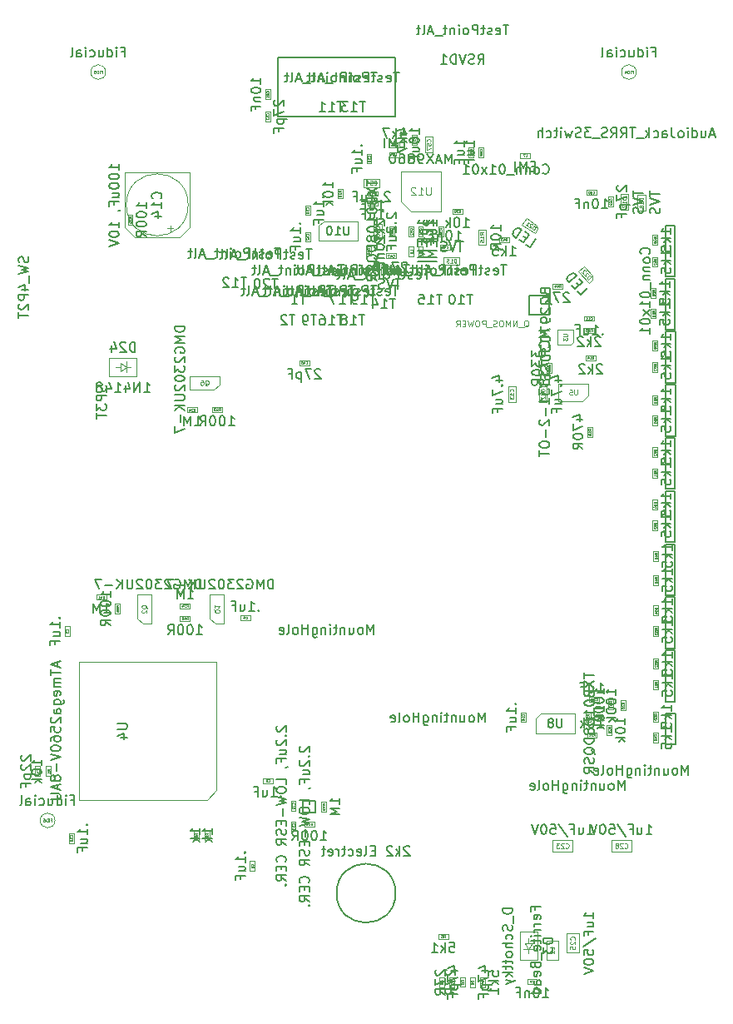
<source format=gbr>
G04 #@! TF.GenerationSoftware,KiCad,Pcbnew,5.1.6+dfsg1-1~bpo10+1*
G04 #@! TF.CreationDate,2020-12-21T12:29:25-05:00*
G04 #@! TF.ProjectId,4GRCP_Mainboard,34475243-505f-44d6-9169-6e626f617264,rev?*
G04 #@! TF.SameCoordinates,Original*
G04 #@! TF.FileFunction,Other,Fab,Bot*
%FSLAX46Y46*%
G04 Gerber Fmt 4.6, Leading zero omitted, Abs format (unit mm)*
G04 Created by KiCad (PCBNEW 5.1.6+dfsg1-1~bpo10+1) date 2020-12-21 12:29:25*
%MOMM*%
%LPD*%
G01*
G04 APERTURE LIST*
%ADD10C,0.150000*%
%ADD11C,0.100000*%
%ADD12C,0.200000*%
%ADD13C,0.127000*%
%ADD14C,0.080000*%
%ADD15C,0.050000*%
%ADD16C,0.040000*%
%ADD17C,0.060000*%
%ADD18C,0.015000*%
%ADD19C,0.075000*%
%ADD20C,0.120000*%
G04 APERTURE END LIST*
D10*
X180475000Y-127400000D02*
X181475000Y-127400000D01*
X181475000Y-127400000D02*
X181475000Y-124200000D01*
X180475000Y-124200000D02*
X181475000Y-124200000D01*
X180475000Y-127400000D02*
X180475000Y-124200000D01*
X153000000Y-142500000D02*
G75*
G03*
X153000000Y-142500000I-3000000J0D01*
G01*
D11*
X166550000Y-147600000D02*
X166550000Y-147100000D01*
X166150000Y-147600000D02*
X166550000Y-148200000D01*
X166950000Y-147600000D02*
X166150000Y-147600000D01*
X166550000Y-148200000D02*
X166950000Y-147600000D01*
X166550000Y-148200000D02*
X166000000Y-148200000D01*
X166550000Y-148200000D02*
X167100000Y-148200000D01*
X166550000Y-148600000D02*
X166550000Y-148200000D01*
X165650000Y-149250000D02*
X167450000Y-149250000D01*
X165650000Y-146450000D02*
X165650000Y-149250000D01*
X167450000Y-146450000D02*
X165650000Y-146450000D01*
X167450000Y-149250000D02*
X167450000Y-146450000D01*
X168350000Y-149300000D02*
X169550000Y-149300000D01*
X169550000Y-149300000D02*
X169550000Y-147300000D01*
X169550000Y-147300000D02*
X168350000Y-147300000D01*
X168350000Y-147300000D02*
X168350000Y-149300000D01*
X134800000Y-132000000D02*
X134800000Y-119000000D01*
X134800000Y-119000000D02*
X120800000Y-119000000D01*
X120800000Y-119000000D02*
X120800000Y-133000000D01*
X120800000Y-133000000D02*
X133800000Y-133000000D01*
X133800000Y-133000000D02*
X134800000Y-132000000D01*
X177500000Y-59000000D02*
G75*
G03*
X177500000Y-59000000I-750000J0D01*
G01*
X123500000Y-59000000D02*
G75*
G03*
X123500000Y-59000000I-750000J0D01*
G01*
X118350000Y-135100000D02*
G75*
G03*
X118350000Y-135100000I-750000J0D01*
G01*
X135350000Y-93575000D02*
X135350000Y-93075000D01*
X135350000Y-93075000D02*
X134350000Y-93075000D01*
X134350000Y-93075000D02*
X134350000Y-93575000D01*
X134350000Y-93575000D02*
X135350000Y-93575000D01*
X132800000Y-93600000D02*
X132800000Y-93100000D01*
X132800000Y-93100000D02*
X131800000Y-93100000D01*
X131800000Y-93100000D02*
X131800000Y-93600000D01*
X131800000Y-93600000D02*
X132800000Y-93600000D01*
X116350000Y-130600000D02*
X116850000Y-130600000D01*
X116850000Y-130600000D02*
X116850000Y-129600000D01*
X116850000Y-129600000D02*
X116350000Y-129600000D01*
X116350000Y-129600000D02*
X116350000Y-130600000D01*
X138175000Y-139225000D02*
X138175000Y-140225000D01*
X138675000Y-139225000D02*
X138175000Y-139225000D01*
X138675000Y-140225000D02*
X138675000Y-139225000D01*
X138175000Y-140225000D02*
X138675000Y-140225000D01*
X137200000Y-114250000D02*
X137200000Y-114750000D01*
X137200000Y-114750000D02*
X138200000Y-114750000D01*
X138200000Y-114750000D02*
X138200000Y-114250000D01*
X138200000Y-114250000D02*
X137200000Y-114250000D01*
X119325000Y-115350000D02*
X119325000Y-116350000D01*
X119825000Y-115350000D02*
X119325000Y-115350000D01*
X119825000Y-116350000D02*
X119825000Y-115350000D01*
X119325000Y-116350000D02*
X119825000Y-116350000D01*
X140500000Y-131300000D02*
X140500000Y-130800000D01*
X140500000Y-130800000D02*
X139500000Y-130800000D01*
X139500000Y-130800000D02*
X139500000Y-131300000D01*
X139500000Y-131300000D02*
X140500000Y-131300000D01*
X166400000Y-151750000D02*
X167400000Y-151750000D01*
X166400000Y-151250000D02*
X166400000Y-151750000D01*
X167400000Y-151250000D02*
X166400000Y-151250000D01*
X167400000Y-151750000D02*
X167400000Y-151250000D01*
X157950000Y-152050000D02*
X157950000Y-151050000D01*
X157450000Y-152050000D02*
X157950000Y-152050000D01*
X157450000Y-151050000D02*
X157450000Y-152050000D01*
X157950000Y-151050000D02*
X157450000Y-151050000D01*
X161080000Y-152060000D02*
X161080000Y-151060000D01*
X160580000Y-152060000D02*
X161080000Y-152060000D01*
X160580000Y-151060000D02*
X160580000Y-152060000D01*
X161080000Y-151060000D02*
X160580000Y-151060000D01*
X120250000Y-136400000D02*
X119750000Y-136400000D01*
X119750000Y-136400000D02*
X119750000Y-137400000D01*
X119750000Y-137400000D02*
X120250000Y-137400000D01*
X120250000Y-137400000D02*
X120250000Y-136400000D01*
X172200000Y-84300000D02*
X173200000Y-84300000D01*
X172200000Y-83800000D02*
X172200000Y-84300000D01*
X173200000Y-83800000D02*
X172200000Y-83800000D01*
X173200000Y-84300000D02*
X173200000Y-83800000D01*
X130395000Y-74889838D02*
X129765000Y-74889838D01*
X130080000Y-75204838D02*
X130080000Y-74574838D01*
X126450000Y-75800000D02*
X125450000Y-74800000D01*
X131050000Y-75800000D02*
X132050000Y-74800000D01*
X131050000Y-75800000D02*
X126450000Y-75800000D01*
X125450000Y-74800000D02*
X125450000Y-69200000D01*
X132050000Y-74800000D02*
X132050000Y-69200000D01*
X132050000Y-69200000D02*
X125450000Y-69200000D01*
X131900000Y-72500000D02*
G75*
G03*
X131900000Y-72500000I-3150000J0D01*
G01*
X142850000Y-135200000D02*
X142350000Y-135200000D01*
X142350000Y-135200000D02*
X142350000Y-136200000D01*
X142350000Y-136200000D02*
X142850000Y-136200000D01*
X142850000Y-136200000D02*
X142850000Y-135200000D01*
X144300000Y-72550000D02*
X143800000Y-72550000D01*
X143800000Y-72550000D02*
X143800000Y-73550000D01*
X143800000Y-73550000D02*
X144300000Y-73550000D01*
X144300000Y-73550000D02*
X144300000Y-72550000D01*
X143800000Y-76250000D02*
X144300000Y-76250000D01*
X144300000Y-76250000D02*
X144300000Y-75250000D01*
X144300000Y-75250000D02*
X143800000Y-75250000D01*
X143800000Y-75250000D02*
X143800000Y-76250000D01*
X144215000Y-88800000D02*
X144215000Y-88300000D01*
X144215000Y-88300000D02*
X143215000Y-88300000D01*
X143215000Y-88300000D02*
X143215000Y-88800000D01*
X143215000Y-88800000D02*
X144215000Y-88800000D01*
X152050000Y-77940000D02*
X153050000Y-77940000D01*
X152050000Y-77440000D02*
X152050000Y-77940000D01*
X153050000Y-77440000D02*
X152050000Y-77440000D01*
X153050000Y-77940000D02*
X153050000Y-77440000D01*
X158525000Y-76575000D02*
X157525000Y-76575000D01*
X158525000Y-77075000D02*
X158525000Y-76575000D01*
X157525000Y-77075000D02*
X158525000Y-77075000D01*
X157525000Y-76575000D02*
X157525000Y-77075000D01*
X150500000Y-76700000D02*
X150000000Y-76700000D01*
X150000000Y-76700000D02*
X150000000Y-77700000D01*
X150000000Y-77700000D02*
X150500000Y-77700000D01*
X150500000Y-77700000D02*
X150500000Y-76700000D01*
X155800000Y-74700000D02*
X155300000Y-74700000D01*
X155300000Y-74700000D02*
X155300000Y-75700000D01*
X155300000Y-75700000D02*
X155800000Y-75700000D01*
X155800000Y-75700000D02*
X155800000Y-74700000D01*
X154850000Y-75700000D02*
X154850000Y-74700000D01*
X154350000Y-75700000D02*
X154850000Y-75700000D01*
X154350000Y-74700000D02*
X154350000Y-75700000D01*
X154850000Y-74700000D02*
X154350000Y-74700000D01*
X151150000Y-71600000D02*
X151150000Y-71100000D01*
X151150000Y-71100000D02*
X150150000Y-71100000D01*
X150150000Y-71100000D02*
X150150000Y-71600000D01*
X150150000Y-71600000D02*
X151150000Y-71600000D01*
X150150000Y-72550000D02*
X151150000Y-72550000D01*
X150150000Y-72050000D02*
X150150000Y-72550000D01*
X151150000Y-72050000D02*
X150150000Y-72050000D01*
X151150000Y-72550000D02*
X151150000Y-72050000D01*
X150050000Y-67300000D02*
X150050000Y-68300000D01*
X150550000Y-67300000D02*
X150050000Y-67300000D01*
X150550000Y-68300000D02*
X150550000Y-67300000D01*
X150050000Y-68300000D02*
X150550000Y-68300000D01*
X156000000Y-67150000D02*
X156800000Y-67150000D01*
X156800000Y-67150000D02*
X156800000Y-65550000D01*
X156800000Y-65550000D02*
X156000000Y-65550000D01*
X156000000Y-65550000D02*
X156000000Y-67150000D01*
X160450000Y-66650000D02*
X160450000Y-67650000D01*
X160950000Y-66650000D02*
X160450000Y-66650000D01*
X160950000Y-67650000D02*
X160950000Y-66650000D01*
X160450000Y-67650000D02*
X160950000Y-67650000D01*
X161450000Y-67650000D02*
X161950000Y-67650000D01*
X161950000Y-67650000D02*
X161950000Y-66650000D01*
X161950000Y-66650000D02*
X161450000Y-66650000D01*
X161450000Y-66650000D02*
X161450000Y-67650000D01*
X172425000Y-71500000D02*
X173425000Y-71500000D01*
X172425000Y-71000000D02*
X172425000Y-71500000D01*
X173425000Y-71000000D02*
X172425000Y-71000000D01*
X173425000Y-71500000D02*
X173425000Y-71000000D01*
X139750000Y-61750000D02*
X140250000Y-61750000D01*
X140250000Y-61750000D02*
X140250000Y-60750000D01*
X140250000Y-60750000D02*
X139750000Y-60750000D01*
X139750000Y-60750000D02*
X139750000Y-61750000D01*
X175150000Y-72675000D02*
X175150000Y-71675000D01*
X174650000Y-72675000D02*
X175150000Y-72675000D01*
X174650000Y-71675000D02*
X174650000Y-72675000D01*
X175150000Y-71675000D02*
X174650000Y-71675000D01*
X140250000Y-63000000D02*
X139750000Y-63000000D01*
X139750000Y-63000000D02*
X139750000Y-64000000D01*
X139750000Y-64000000D02*
X140250000Y-64000000D01*
X140250000Y-64000000D02*
X140250000Y-63000000D01*
X159500000Y-77800000D02*
X157900000Y-77800000D01*
X159500000Y-78600000D02*
X159500000Y-77800000D01*
X157900000Y-78600000D02*
X159500000Y-78600000D01*
X157900000Y-77800000D02*
X157900000Y-78600000D01*
X153150000Y-79525000D02*
X153150000Y-78725000D01*
X153150000Y-78725000D02*
X151550000Y-78725000D01*
X151550000Y-78725000D02*
X151550000Y-79525000D01*
X151550000Y-79525000D02*
X153150000Y-79525000D01*
X176700000Y-73025000D02*
X176700000Y-71425000D01*
X175900000Y-73025000D02*
X176700000Y-73025000D01*
X175900000Y-71425000D02*
X175900000Y-73025000D01*
X176700000Y-71425000D02*
X175900000Y-71425000D01*
X178425000Y-71475000D02*
X177625000Y-71475000D01*
X177625000Y-71475000D02*
X177625000Y-73075000D01*
X177625000Y-73075000D02*
X178425000Y-73075000D01*
X178425000Y-73075000D02*
X178425000Y-71475000D01*
X165870647Y-74533726D02*
X166306358Y-73862790D01*
X167212520Y-75405148D02*
X165870647Y-74533726D01*
X167484839Y-74985813D02*
X167212520Y-75405148D01*
X167396630Y-74570820D02*
X167484839Y-74985813D01*
X166306358Y-73862790D02*
X167396630Y-74570820D01*
X171592438Y-79273136D02*
X172186953Y-78737832D01*
X172663047Y-80462168D02*
X171592438Y-79273136D01*
X173034619Y-80127603D02*
X172663047Y-80462168D01*
X173056823Y-79703920D02*
X173034619Y-80127603D01*
X172186953Y-78737832D02*
X173056823Y-79703920D01*
X155800000Y-76750000D02*
X155300000Y-76750000D01*
X155300000Y-76750000D02*
X155300000Y-77750000D01*
X155300000Y-77750000D02*
X155800000Y-77750000D01*
X155800000Y-77750000D02*
X155800000Y-76750000D01*
X154850000Y-77750000D02*
X154850000Y-76750000D01*
X154350000Y-77750000D02*
X154850000Y-77750000D01*
X154350000Y-76750000D02*
X154350000Y-77750000D01*
X154850000Y-76750000D02*
X154350000Y-76750000D01*
X165690000Y-67725000D02*
X166690000Y-67725000D01*
X165690000Y-67225000D02*
X165690000Y-67725000D01*
X166690000Y-67225000D02*
X165690000Y-67225000D01*
X166690000Y-67725000D02*
X166690000Y-67225000D01*
X152400000Y-67150000D02*
X152400000Y-67650000D01*
X152400000Y-67650000D02*
X153400000Y-67650000D01*
X153400000Y-67650000D02*
X153400000Y-67150000D01*
X153400000Y-67150000D02*
X152400000Y-67150000D01*
D10*
X141000000Y-63500000D02*
X153000000Y-63500000D01*
X141000000Y-57500000D02*
X141000000Y-63500000D01*
X153000000Y-57500000D02*
X141000000Y-57500000D01*
X153000000Y-63500000D02*
X153000000Y-57500000D01*
D12*
X169450000Y-82050000D02*
G75*
G03*
X169450000Y-82050000I-100000J0D01*
G01*
D13*
X166600000Y-83700000D02*
X168600000Y-83700000D01*
X166600000Y-83700000D02*
X166600000Y-81700000D01*
X168600000Y-81700000D02*
X166600000Y-81700000D01*
X168600000Y-81700000D02*
X168600000Y-83700000D01*
D11*
X132055000Y-91300000D02*
X132055000Y-89900000D01*
X135095000Y-89900000D02*
X132055000Y-89900000D01*
X134525000Y-91300000D02*
X135095000Y-90750000D01*
X135095000Y-90750000D02*
X135095000Y-89900000D01*
X134525000Y-91300000D02*
X132075000Y-91300000D01*
X117450000Y-130600000D02*
X117950000Y-130600000D01*
X117950000Y-130600000D02*
X117950000Y-129600000D01*
X117950000Y-129600000D02*
X117450000Y-129600000D01*
X117450000Y-129600000D02*
X117450000Y-130600000D01*
X162120000Y-152060000D02*
X162120000Y-151060000D01*
X161620000Y-152060000D02*
X162120000Y-152060000D01*
X161620000Y-151060000D02*
X161620000Y-152060000D01*
X162120000Y-151060000D02*
X161620000Y-151060000D01*
X158350000Y-147150000D02*
X158350000Y-146650000D01*
X158350000Y-146650000D02*
X157350000Y-146650000D01*
X157350000Y-146650000D02*
X157350000Y-147150000D01*
X157350000Y-147150000D02*
X158350000Y-147150000D01*
X159550000Y-152035000D02*
X160050000Y-152035000D01*
X160050000Y-152035000D02*
X160050000Y-151035000D01*
X160050000Y-151035000D02*
X159550000Y-151035000D01*
X159550000Y-151035000D02*
X159550000Y-152035000D01*
X158500000Y-151050000D02*
X158500000Y-152050000D01*
X159000000Y-151050000D02*
X158500000Y-151050000D01*
X159000000Y-152050000D02*
X159000000Y-151050000D01*
X158500000Y-152050000D02*
X159000000Y-152050000D01*
X133570000Y-136100000D02*
X133570000Y-137100000D01*
X134070000Y-136100000D02*
X133570000Y-136100000D01*
X134070000Y-137100000D02*
X134070000Y-136100000D01*
X133570000Y-137100000D02*
X134070000Y-137100000D01*
X132980000Y-137100000D02*
X132980000Y-136100000D01*
X132480000Y-137100000D02*
X132980000Y-137100000D01*
X132480000Y-136100000D02*
X132480000Y-137100000D01*
X132980000Y-136100000D02*
X132480000Y-136100000D01*
X168350000Y-89600000D02*
X168850000Y-89600000D01*
X168850000Y-89600000D02*
X168850000Y-88600000D01*
X168850000Y-88600000D02*
X168350000Y-88600000D01*
X168350000Y-88600000D02*
X168350000Y-89600000D01*
X172200000Y-85500000D02*
X173200000Y-85500000D01*
X172200000Y-85000000D02*
X172200000Y-85500000D01*
X173200000Y-85000000D02*
X172200000Y-85000000D01*
X173200000Y-85500000D02*
X173200000Y-85000000D01*
X172350000Y-88300000D02*
X173350000Y-88300000D01*
X172350000Y-87800000D02*
X172350000Y-88300000D01*
X173350000Y-87800000D02*
X172350000Y-87800000D01*
X173350000Y-88300000D02*
X173350000Y-87800000D01*
X172525000Y-95100000D02*
X172525000Y-96100000D01*
X173025000Y-95100000D02*
X172525000Y-95100000D01*
X173025000Y-96100000D02*
X173025000Y-95100000D01*
X172525000Y-96100000D02*
X173025000Y-96100000D01*
X143715000Y-135750000D02*
X144715000Y-135750000D01*
X143715000Y-135250000D02*
X143715000Y-135750000D01*
X144715000Y-135250000D02*
X143715000Y-135250000D01*
X144715000Y-135750000D02*
X144715000Y-135250000D01*
X126250000Y-74500000D02*
X126250000Y-73500000D01*
X125750000Y-74500000D02*
X126250000Y-74500000D01*
X125750000Y-73500000D02*
X125750000Y-74500000D01*
X126250000Y-73500000D02*
X125750000Y-73500000D01*
X147100000Y-70850000D02*
X147100000Y-71850000D01*
X147600000Y-70850000D02*
X147100000Y-70850000D01*
X147600000Y-71850000D02*
X147600000Y-70850000D01*
X147100000Y-71850000D02*
X147600000Y-71850000D01*
X157350000Y-74700000D02*
X157350000Y-75700000D01*
X157850000Y-74700000D02*
X157350000Y-74700000D01*
X157850000Y-75700000D02*
X157850000Y-74700000D01*
X157350000Y-75700000D02*
X157850000Y-75700000D01*
X152400000Y-66150000D02*
X152400000Y-66650000D01*
X152400000Y-66650000D02*
X153400000Y-66650000D01*
X153400000Y-66650000D02*
X153400000Y-66150000D01*
X153400000Y-66150000D02*
X152400000Y-66150000D01*
X154650000Y-65425000D02*
X154650000Y-66425000D01*
X155150000Y-65425000D02*
X154650000Y-65425000D01*
X155150000Y-66425000D02*
X155150000Y-65425000D01*
X154650000Y-66425000D02*
X155150000Y-66425000D01*
X152350000Y-74700000D02*
X152350000Y-75700000D01*
X152850000Y-74700000D02*
X152350000Y-74700000D01*
X152850000Y-75700000D02*
X152850000Y-74700000D01*
X152350000Y-75700000D02*
X152850000Y-75700000D01*
X159800000Y-73400000D02*
X159800000Y-72900000D01*
X159800000Y-72900000D02*
X158800000Y-72900000D01*
X158800000Y-72900000D02*
X158800000Y-73400000D01*
X158800000Y-73400000D02*
X159800000Y-73400000D01*
X163550000Y-76275000D02*
X164550000Y-76275000D01*
X163550000Y-75775000D02*
X163550000Y-76275000D01*
X164550000Y-75775000D02*
X163550000Y-75775000D01*
X164550000Y-76275000D02*
X164550000Y-75775000D01*
X170000000Y-81025000D02*
X170000000Y-80525000D01*
X170000000Y-80525000D02*
X169000000Y-80525000D01*
X169000000Y-80525000D02*
X169000000Y-81025000D01*
X169000000Y-81025000D02*
X170000000Y-81025000D01*
X179750000Y-110150000D02*
X179250000Y-110150000D01*
X179250000Y-110150000D02*
X179250000Y-111150000D01*
X179250000Y-111150000D02*
X179750000Y-111150000D01*
X179750000Y-111150000D02*
X179750000Y-110150000D01*
X179750000Y-107700000D02*
X179250000Y-107700000D01*
X179250000Y-107700000D02*
X179250000Y-108700000D01*
X179250000Y-108700000D02*
X179750000Y-108700000D01*
X179750000Y-108700000D02*
X179750000Y-107700000D01*
X179650000Y-77800000D02*
X179150000Y-77800000D01*
X179150000Y-77800000D02*
X179150000Y-78800000D01*
X179150000Y-78800000D02*
X179650000Y-78800000D01*
X179650000Y-78800000D02*
X179650000Y-77800000D01*
X179650000Y-76550000D02*
X179650000Y-75550000D01*
X179150000Y-76550000D02*
X179650000Y-76550000D01*
X179150000Y-75550000D02*
X179150000Y-76550000D01*
X179650000Y-75550000D02*
X179150000Y-75550000D01*
X179700000Y-126150000D02*
X179200000Y-126150000D01*
X179200000Y-126150000D02*
X179200000Y-127150000D01*
X179200000Y-127150000D02*
X179700000Y-127150000D01*
X179700000Y-127150000D02*
X179700000Y-126150000D01*
X179700000Y-125050000D02*
X179700000Y-124050000D01*
X179200000Y-125050000D02*
X179700000Y-125050000D01*
X179200000Y-124050000D02*
X179200000Y-125050000D01*
X179700000Y-124050000D02*
X179200000Y-124050000D01*
X179750000Y-121800000D02*
X179750000Y-120800000D01*
X179250000Y-121800000D02*
X179750000Y-121800000D01*
X179250000Y-120800000D02*
X179250000Y-121800000D01*
X179750000Y-120800000D02*
X179250000Y-120800000D01*
X179750000Y-118650000D02*
X179250000Y-118650000D01*
X179250000Y-118650000D02*
X179250000Y-119650000D01*
X179250000Y-119650000D02*
X179750000Y-119650000D01*
X179750000Y-119650000D02*
X179750000Y-118650000D01*
X179750000Y-116350000D02*
X179750000Y-115350000D01*
X179250000Y-116350000D02*
X179750000Y-116350000D01*
X179250000Y-115350000D02*
X179250000Y-116350000D01*
X179750000Y-115350000D02*
X179250000Y-115350000D01*
X179750000Y-113250000D02*
X179250000Y-113250000D01*
X179250000Y-113250000D02*
X179250000Y-114250000D01*
X179250000Y-114250000D02*
X179750000Y-114250000D01*
X179750000Y-114250000D02*
X179750000Y-113250000D01*
X179500000Y-83050000D02*
X179000000Y-83050000D01*
X179000000Y-83050000D02*
X179000000Y-84050000D01*
X179000000Y-84050000D02*
X179500000Y-84050000D01*
X179500000Y-84050000D02*
X179500000Y-83050000D01*
X179500000Y-81950000D02*
X179500000Y-80950000D01*
X179000000Y-81950000D02*
X179500000Y-81950000D01*
X179000000Y-80950000D02*
X179000000Y-81950000D01*
X179500000Y-80950000D02*
X179000000Y-80950000D01*
X179650000Y-89500000D02*
X179650000Y-88500000D01*
X179150000Y-89500000D02*
X179650000Y-89500000D01*
X179150000Y-88500000D02*
X179150000Y-89500000D01*
X179650000Y-88500000D02*
X179150000Y-88500000D01*
X179650000Y-87300000D02*
X179650000Y-86300000D01*
X179150000Y-87300000D02*
X179650000Y-87300000D01*
X179150000Y-86300000D02*
X179150000Y-87300000D01*
X179650000Y-86300000D02*
X179150000Y-86300000D01*
X179650000Y-93900000D02*
X179150000Y-93900000D01*
X179150000Y-93900000D02*
X179150000Y-94900000D01*
X179150000Y-94900000D02*
X179650000Y-94900000D01*
X179650000Y-94900000D02*
X179650000Y-93900000D01*
X179650000Y-92850000D02*
X179650000Y-91850000D01*
X179150000Y-92850000D02*
X179650000Y-92850000D01*
X179150000Y-91850000D02*
X179150000Y-92850000D01*
X179650000Y-91850000D02*
X179150000Y-91850000D01*
X179650000Y-100300000D02*
X179650000Y-99300000D01*
X179150000Y-100300000D02*
X179650000Y-100300000D01*
X179150000Y-99300000D02*
X179150000Y-100300000D01*
X179650000Y-99300000D02*
X179150000Y-99300000D01*
X179650000Y-98150000D02*
X179650000Y-97150000D01*
X179150000Y-98150000D02*
X179650000Y-98150000D01*
X179150000Y-97150000D02*
X179150000Y-98150000D01*
X179650000Y-97150000D02*
X179150000Y-97150000D01*
X179650000Y-105600000D02*
X179650000Y-104600000D01*
X179150000Y-105600000D02*
X179650000Y-105600000D01*
X179150000Y-104600000D02*
X179150000Y-105600000D01*
X179650000Y-104600000D02*
X179150000Y-104600000D01*
X179650000Y-102500000D02*
X179150000Y-102500000D01*
X179150000Y-102500000D02*
X179150000Y-103500000D01*
X179150000Y-103500000D02*
X179650000Y-103500000D01*
X179650000Y-103500000D02*
X179650000Y-102500000D01*
X171080000Y-85165000D02*
X169520000Y-85165000D01*
X169520000Y-86725000D02*
X169520000Y-85165000D01*
X170800000Y-86725000D02*
X169520000Y-86725000D01*
X171080000Y-85165000D02*
X171080000Y-86445000D01*
X171080000Y-86445000D02*
X170800000Y-86725000D01*
X172650000Y-90700000D02*
X169550000Y-90700000D01*
X169550000Y-90700000D02*
X169550000Y-92500000D01*
X172000000Y-92500000D02*
X169550000Y-92500000D01*
X172650000Y-90700000D02*
X172650000Y-91850000D01*
X172000000Y-92500000D02*
X172650000Y-91850000D01*
X145150000Y-74650000D02*
X145650000Y-74150000D01*
X145150000Y-74650000D02*
X145150000Y-76150000D01*
X149150000Y-74150000D02*
X145650000Y-74150000D01*
X149150000Y-76150000D02*
X149150000Y-74150000D01*
X145150000Y-76150000D02*
X149150000Y-76150000D01*
X154600000Y-73150000D02*
X153600000Y-72150000D01*
X153600000Y-69150000D02*
X153600000Y-72150000D01*
X157600000Y-69150000D02*
X153600000Y-69150000D01*
X157600000Y-73150000D02*
X157600000Y-69150000D01*
X154600000Y-73150000D02*
X157600000Y-73150000D01*
X142350000Y-133100000D02*
X142350000Y-134100000D01*
X142850000Y-133100000D02*
X142350000Y-133100000D01*
X142850000Y-134100000D02*
X142850000Y-133100000D01*
X142350000Y-134100000D02*
X142850000Y-134100000D01*
X125025000Y-89000000D02*
X124525000Y-89000000D01*
X125025000Y-89400000D02*
X125625000Y-89000000D01*
X125025000Y-88600000D02*
X125025000Y-89400000D01*
X125625000Y-89000000D02*
X125025000Y-88600000D01*
X125625000Y-89000000D02*
X125625000Y-89550000D01*
X125625000Y-89000000D02*
X125625000Y-88450000D01*
X126025000Y-89000000D02*
X125625000Y-89000000D01*
X126675000Y-89900000D02*
X126675000Y-88100000D01*
X123875000Y-89900000D02*
X126675000Y-89900000D01*
X123875000Y-88100000D02*
X123875000Y-89900000D01*
X126675000Y-88100000D02*
X123875000Y-88100000D01*
D10*
X180450000Y-112200000D02*
X180450000Y-107000000D01*
X180450000Y-107000000D02*
X181450000Y-107000000D01*
X181450000Y-112200000D02*
X181450000Y-107000000D01*
X180450000Y-112200000D02*
X181450000Y-112200000D01*
X180450000Y-79800000D02*
X181450000Y-79800000D01*
X181450000Y-79800000D02*
X181450000Y-74600000D01*
X180450000Y-74600000D02*
X181450000Y-74600000D01*
X180450000Y-79800000D02*
X180450000Y-74600000D01*
X180450000Y-123000000D02*
X181450000Y-123000000D01*
X181450000Y-123000000D02*
X181450000Y-117800000D01*
X180450000Y-117800000D02*
X181450000Y-117800000D01*
X180450000Y-123000000D02*
X180450000Y-117800000D01*
X180450000Y-117600000D02*
X181450000Y-117600000D01*
X181450000Y-117600000D02*
X181450000Y-112400000D01*
X180450000Y-112400000D02*
X181450000Y-112400000D01*
X180450000Y-117600000D02*
X180450000Y-112400000D01*
X180450000Y-85200000D02*
X180450000Y-80000000D01*
X180450000Y-80000000D02*
X181450000Y-80000000D01*
X181450000Y-85200000D02*
X181450000Y-80000000D01*
X180450000Y-85200000D02*
X181450000Y-85200000D01*
X180470000Y-90600000D02*
X181470000Y-90600000D01*
X181470000Y-90600000D02*
X181470000Y-85400000D01*
X180470000Y-85400000D02*
X181470000Y-85400000D01*
X180470000Y-90600000D02*
X180470000Y-85400000D01*
X180470000Y-96000000D02*
X181470000Y-96000000D01*
X181470000Y-96000000D02*
X181470000Y-90800000D01*
X180470000Y-90800000D02*
X181470000Y-90800000D01*
X180470000Y-96000000D02*
X180470000Y-90800000D01*
X180450000Y-101400000D02*
X181450000Y-101400000D01*
X181450000Y-101400000D02*
X181450000Y-96200000D01*
X180450000Y-96200000D02*
X181450000Y-96200000D01*
X180450000Y-101400000D02*
X180450000Y-96200000D01*
X180450000Y-106800000D02*
X180450000Y-101600000D01*
X180450000Y-101600000D02*
X181450000Y-101600000D01*
X181450000Y-106800000D02*
X181450000Y-101600000D01*
X180450000Y-106800000D02*
X181450000Y-106800000D01*
D11*
X145950000Y-134200000D02*
X145950000Y-133200000D01*
X145450000Y-134200000D02*
X145950000Y-134200000D01*
X145450000Y-133200000D02*
X145450000Y-134200000D01*
X145950000Y-133200000D02*
X145450000Y-133200000D01*
D10*
X144800000Y-134300000D02*
X143600000Y-134300000D01*
X144800000Y-133100000D02*
X144800000Y-134300000D01*
X143600000Y-133100000D02*
X144800000Y-133100000D01*
X143600000Y-134300000D02*
X143600000Y-133100000D01*
D11*
X172700000Y-122550000D02*
X172700000Y-123050000D01*
X172700000Y-123050000D02*
X173700000Y-123050000D01*
X173700000Y-123050000D02*
X173700000Y-122550000D01*
X173700000Y-122550000D02*
X172700000Y-122550000D01*
X165750000Y-124100000D02*
X165750000Y-125100000D01*
X166250000Y-124100000D02*
X165750000Y-124100000D01*
X166250000Y-125100000D02*
X166250000Y-124100000D01*
X165750000Y-125100000D02*
X166250000Y-125100000D01*
X171000000Y-137100000D02*
X169000000Y-137100000D01*
X171000000Y-138300000D02*
X171000000Y-137100000D01*
X169000000Y-138300000D02*
X171000000Y-138300000D01*
X169000000Y-137100000D02*
X169000000Y-138300000D01*
X171650000Y-146550000D02*
X170450000Y-146550000D01*
X170450000Y-146550000D02*
X170450000Y-148550000D01*
X170450000Y-148550000D02*
X171650000Y-148550000D01*
X171650000Y-148550000D02*
X171650000Y-146550000D01*
X175000000Y-137100000D02*
X175000000Y-138300000D01*
X175000000Y-138300000D02*
X177000000Y-138300000D01*
X177000000Y-138300000D02*
X177000000Y-137100000D01*
X177000000Y-137100000D02*
X175000000Y-137100000D01*
X175900000Y-122900000D02*
X175900000Y-123900000D01*
X176400000Y-122900000D02*
X175900000Y-122900000D01*
X176400000Y-123900000D02*
X176400000Y-122900000D01*
X175900000Y-123900000D02*
X176400000Y-123900000D01*
X174650000Y-123800000D02*
X175150000Y-123800000D01*
X175150000Y-123800000D02*
X175150000Y-122800000D01*
X175150000Y-122800000D02*
X174650000Y-122800000D01*
X174650000Y-122800000D02*
X174650000Y-123800000D01*
X172850000Y-125100000D02*
X172850000Y-124100000D01*
X172350000Y-125100000D02*
X172850000Y-125100000D01*
X172350000Y-124100000D02*
X172350000Y-125100000D01*
X172850000Y-124100000D02*
X172350000Y-124100000D01*
X172485000Y-126150000D02*
X172485000Y-126650000D01*
X172485000Y-126650000D02*
X173485000Y-126650000D01*
X173485000Y-126650000D02*
X173485000Y-126150000D01*
X173485000Y-126150000D02*
X172485000Y-126150000D01*
X167250000Y-124750000D02*
X167750000Y-124250000D01*
X167250000Y-124750000D02*
X167250000Y-126250000D01*
X171250000Y-124250000D02*
X167750000Y-124250000D01*
X171250000Y-126250000D02*
X171250000Y-124250000D01*
X167250000Y-126250000D02*
X171250000Y-126250000D01*
X175000000Y-125400000D02*
X174500000Y-125400000D01*
X174500000Y-125400000D02*
X174500000Y-126400000D01*
X174500000Y-126400000D02*
X175000000Y-126400000D01*
X175000000Y-126400000D02*
X175000000Y-125400000D01*
X134125000Y-114550000D02*
X134125000Y-112100000D01*
X134675000Y-115120000D02*
X135525000Y-115120000D01*
X134125000Y-114550000D02*
X134675000Y-115120000D01*
X135525000Y-115120000D02*
X135525000Y-112080000D01*
X134125000Y-112080000D02*
X135525000Y-112080000D01*
X126750000Y-112080000D02*
X128150000Y-112080000D01*
X128150000Y-115120000D02*
X128150000Y-112080000D01*
X126750000Y-114550000D02*
X127300000Y-115120000D01*
X127300000Y-115120000D02*
X128150000Y-115120000D01*
X126750000Y-114550000D02*
X126750000Y-112100000D01*
X162200000Y-75000000D02*
X161400000Y-75000000D01*
X161400000Y-75000000D02*
X161400000Y-76600000D01*
X161400000Y-76600000D02*
X162200000Y-76600000D01*
X162200000Y-76600000D02*
X162200000Y-75000000D01*
X131075000Y-113025000D02*
X131075000Y-113525000D01*
X131075000Y-113525000D02*
X132075000Y-113525000D01*
X132075000Y-113525000D02*
X132075000Y-113025000D01*
X132075000Y-113025000D02*
X131075000Y-113025000D01*
X131075000Y-114825000D02*
X132075000Y-114825000D01*
X131075000Y-114325000D02*
X131075000Y-114825000D01*
X132075000Y-114325000D02*
X131075000Y-114325000D01*
X132075000Y-114825000D02*
X132075000Y-114325000D01*
X122550000Y-112650000D02*
X123550000Y-112650000D01*
X122550000Y-112150000D02*
X122550000Y-112650000D01*
X123550000Y-112150000D02*
X122550000Y-112150000D01*
X123550000Y-112650000D02*
X123550000Y-112150000D01*
X124450000Y-114050000D02*
X124950000Y-114050000D01*
X124950000Y-114050000D02*
X124950000Y-113050000D01*
X124950000Y-113050000D02*
X124450000Y-113050000D01*
X124450000Y-113050000D02*
X124450000Y-114050000D01*
X168400000Y-92550000D02*
X168400000Y-90950000D01*
X167600000Y-92550000D02*
X168400000Y-92550000D01*
X167600000Y-90950000D02*
X167600000Y-92550000D01*
X168400000Y-90950000D02*
X167600000Y-90950000D01*
X164450000Y-92550000D02*
X165250000Y-92550000D01*
X165250000Y-92550000D02*
X165250000Y-90950000D01*
X165250000Y-90950000D02*
X164450000Y-90950000D01*
X164450000Y-90950000D02*
X164450000Y-92550000D01*
X151600000Y-74400000D02*
X150800000Y-74400000D01*
X150800000Y-74400000D02*
X150800000Y-76000000D01*
X150800000Y-76000000D02*
X151600000Y-76000000D01*
X151600000Y-76000000D02*
X151600000Y-74400000D01*
X149760000Y-70680000D02*
X151360000Y-70680000D01*
X149760000Y-69880000D02*
X149760000Y-70680000D01*
X151360000Y-69880000D02*
X149760000Y-69880000D01*
X151360000Y-70680000D02*
X151360000Y-69880000D01*
D10*
X176295714Y-132002380D02*
X176295714Y-131002380D01*
X175962380Y-131716666D01*
X175629047Y-131002380D01*
X175629047Y-132002380D01*
X175010000Y-132002380D02*
X175105238Y-131954761D01*
X175152857Y-131907142D01*
X175200476Y-131811904D01*
X175200476Y-131526190D01*
X175152857Y-131430952D01*
X175105238Y-131383333D01*
X175010000Y-131335714D01*
X174867142Y-131335714D01*
X174771904Y-131383333D01*
X174724285Y-131430952D01*
X174676666Y-131526190D01*
X174676666Y-131811904D01*
X174724285Y-131907142D01*
X174771904Y-131954761D01*
X174867142Y-132002380D01*
X175010000Y-132002380D01*
X173819523Y-131335714D02*
X173819523Y-132002380D01*
X174248095Y-131335714D02*
X174248095Y-131859523D01*
X174200476Y-131954761D01*
X174105238Y-132002380D01*
X173962380Y-132002380D01*
X173867142Y-131954761D01*
X173819523Y-131907142D01*
X173343333Y-131335714D02*
X173343333Y-132002380D01*
X173343333Y-131430952D02*
X173295714Y-131383333D01*
X173200476Y-131335714D01*
X173057619Y-131335714D01*
X172962380Y-131383333D01*
X172914761Y-131478571D01*
X172914761Y-132002380D01*
X172581428Y-131335714D02*
X172200476Y-131335714D01*
X172438571Y-131002380D02*
X172438571Y-131859523D01*
X172390952Y-131954761D01*
X172295714Y-132002380D01*
X172200476Y-132002380D01*
X171867142Y-132002380D02*
X171867142Y-131335714D01*
X171867142Y-131002380D02*
X171914761Y-131050000D01*
X171867142Y-131097619D01*
X171819523Y-131050000D01*
X171867142Y-131002380D01*
X171867142Y-131097619D01*
X171390952Y-131335714D02*
X171390952Y-132002380D01*
X171390952Y-131430952D02*
X171343333Y-131383333D01*
X171248095Y-131335714D01*
X171105238Y-131335714D01*
X171010000Y-131383333D01*
X170962380Y-131478571D01*
X170962380Y-132002380D01*
X170057619Y-131335714D02*
X170057619Y-132145238D01*
X170105238Y-132240476D01*
X170152857Y-132288095D01*
X170248095Y-132335714D01*
X170390952Y-132335714D01*
X170486190Y-132288095D01*
X170057619Y-131954761D02*
X170152857Y-132002380D01*
X170343333Y-132002380D01*
X170438571Y-131954761D01*
X170486190Y-131907142D01*
X170533809Y-131811904D01*
X170533809Y-131526190D01*
X170486190Y-131430952D01*
X170438571Y-131383333D01*
X170343333Y-131335714D01*
X170152857Y-131335714D01*
X170057619Y-131383333D01*
X169581428Y-132002380D02*
X169581428Y-131002380D01*
X169581428Y-131478571D02*
X169010000Y-131478571D01*
X169010000Y-132002380D02*
X169010000Y-131002380D01*
X168390952Y-132002380D02*
X168486190Y-131954761D01*
X168533809Y-131907142D01*
X168581428Y-131811904D01*
X168581428Y-131526190D01*
X168533809Y-131430952D01*
X168486190Y-131383333D01*
X168390952Y-131335714D01*
X168248095Y-131335714D01*
X168152857Y-131383333D01*
X168105238Y-131430952D01*
X168057619Y-131526190D01*
X168057619Y-131811904D01*
X168105238Y-131907142D01*
X168152857Y-131954761D01*
X168248095Y-132002380D01*
X168390952Y-132002380D01*
X167486190Y-132002380D02*
X167581428Y-131954761D01*
X167629047Y-131859523D01*
X167629047Y-131002380D01*
X166724285Y-131954761D02*
X166819523Y-132002380D01*
X167010000Y-132002380D01*
X167105238Y-131954761D01*
X167152857Y-131859523D01*
X167152857Y-131478571D01*
X167105238Y-131383333D01*
X167010000Y-131335714D01*
X166819523Y-131335714D01*
X166724285Y-131383333D01*
X166676666Y-131478571D01*
X166676666Y-131573809D01*
X167152857Y-131669047D01*
X162085714Y-125102380D02*
X162085714Y-124102380D01*
X161752380Y-124816666D01*
X161419047Y-124102380D01*
X161419047Y-125102380D01*
X160800000Y-125102380D02*
X160895238Y-125054761D01*
X160942857Y-125007142D01*
X160990476Y-124911904D01*
X160990476Y-124626190D01*
X160942857Y-124530952D01*
X160895238Y-124483333D01*
X160800000Y-124435714D01*
X160657142Y-124435714D01*
X160561904Y-124483333D01*
X160514285Y-124530952D01*
X160466666Y-124626190D01*
X160466666Y-124911904D01*
X160514285Y-125007142D01*
X160561904Y-125054761D01*
X160657142Y-125102380D01*
X160800000Y-125102380D01*
X159609523Y-124435714D02*
X159609523Y-125102380D01*
X160038095Y-124435714D02*
X160038095Y-124959523D01*
X159990476Y-125054761D01*
X159895238Y-125102380D01*
X159752380Y-125102380D01*
X159657142Y-125054761D01*
X159609523Y-125007142D01*
X159133333Y-124435714D02*
X159133333Y-125102380D01*
X159133333Y-124530952D02*
X159085714Y-124483333D01*
X158990476Y-124435714D01*
X158847619Y-124435714D01*
X158752380Y-124483333D01*
X158704761Y-124578571D01*
X158704761Y-125102380D01*
X158371428Y-124435714D02*
X157990476Y-124435714D01*
X158228571Y-124102380D02*
X158228571Y-124959523D01*
X158180952Y-125054761D01*
X158085714Y-125102380D01*
X157990476Y-125102380D01*
X157657142Y-125102380D02*
X157657142Y-124435714D01*
X157657142Y-124102380D02*
X157704761Y-124150000D01*
X157657142Y-124197619D01*
X157609523Y-124150000D01*
X157657142Y-124102380D01*
X157657142Y-124197619D01*
X157180952Y-124435714D02*
X157180952Y-125102380D01*
X157180952Y-124530952D02*
X157133333Y-124483333D01*
X157038095Y-124435714D01*
X156895238Y-124435714D01*
X156800000Y-124483333D01*
X156752380Y-124578571D01*
X156752380Y-125102380D01*
X155847619Y-124435714D02*
X155847619Y-125245238D01*
X155895238Y-125340476D01*
X155942857Y-125388095D01*
X156038095Y-125435714D01*
X156180952Y-125435714D01*
X156276190Y-125388095D01*
X155847619Y-125054761D02*
X155942857Y-125102380D01*
X156133333Y-125102380D01*
X156228571Y-125054761D01*
X156276190Y-125007142D01*
X156323809Y-124911904D01*
X156323809Y-124626190D01*
X156276190Y-124530952D01*
X156228571Y-124483333D01*
X156133333Y-124435714D01*
X155942857Y-124435714D01*
X155847619Y-124483333D01*
X155371428Y-125102380D02*
X155371428Y-124102380D01*
X155371428Y-124578571D02*
X154800000Y-124578571D01*
X154800000Y-125102380D02*
X154800000Y-124102380D01*
X154180952Y-125102380D02*
X154276190Y-125054761D01*
X154323809Y-125007142D01*
X154371428Y-124911904D01*
X154371428Y-124626190D01*
X154323809Y-124530952D01*
X154276190Y-124483333D01*
X154180952Y-124435714D01*
X154038095Y-124435714D01*
X153942857Y-124483333D01*
X153895238Y-124530952D01*
X153847619Y-124626190D01*
X153847619Y-124911904D01*
X153895238Y-125007142D01*
X153942857Y-125054761D01*
X154038095Y-125102380D01*
X154180952Y-125102380D01*
X153276190Y-125102380D02*
X153371428Y-125054761D01*
X153419047Y-124959523D01*
X153419047Y-124102380D01*
X152514285Y-125054761D02*
X152609523Y-125102380D01*
X152800000Y-125102380D01*
X152895238Y-125054761D01*
X152942857Y-124959523D01*
X152942857Y-124578571D01*
X152895238Y-124483333D01*
X152800000Y-124435714D01*
X152609523Y-124435714D01*
X152514285Y-124483333D01*
X152466666Y-124578571D01*
X152466666Y-124673809D01*
X152942857Y-124769047D01*
X150785714Y-116152380D02*
X150785714Y-115152380D01*
X150452380Y-115866666D01*
X150119047Y-115152380D01*
X150119047Y-116152380D01*
X149500000Y-116152380D02*
X149595238Y-116104761D01*
X149642857Y-116057142D01*
X149690476Y-115961904D01*
X149690476Y-115676190D01*
X149642857Y-115580952D01*
X149595238Y-115533333D01*
X149500000Y-115485714D01*
X149357142Y-115485714D01*
X149261904Y-115533333D01*
X149214285Y-115580952D01*
X149166666Y-115676190D01*
X149166666Y-115961904D01*
X149214285Y-116057142D01*
X149261904Y-116104761D01*
X149357142Y-116152380D01*
X149500000Y-116152380D01*
X148309523Y-115485714D02*
X148309523Y-116152380D01*
X148738095Y-115485714D02*
X148738095Y-116009523D01*
X148690476Y-116104761D01*
X148595238Y-116152380D01*
X148452380Y-116152380D01*
X148357142Y-116104761D01*
X148309523Y-116057142D01*
X147833333Y-115485714D02*
X147833333Y-116152380D01*
X147833333Y-115580952D02*
X147785714Y-115533333D01*
X147690476Y-115485714D01*
X147547619Y-115485714D01*
X147452380Y-115533333D01*
X147404761Y-115628571D01*
X147404761Y-116152380D01*
X147071428Y-115485714D02*
X146690476Y-115485714D01*
X146928571Y-115152380D02*
X146928571Y-116009523D01*
X146880952Y-116104761D01*
X146785714Y-116152380D01*
X146690476Y-116152380D01*
X146357142Y-116152380D02*
X146357142Y-115485714D01*
X146357142Y-115152380D02*
X146404761Y-115200000D01*
X146357142Y-115247619D01*
X146309523Y-115200000D01*
X146357142Y-115152380D01*
X146357142Y-115247619D01*
X145880952Y-115485714D02*
X145880952Y-116152380D01*
X145880952Y-115580952D02*
X145833333Y-115533333D01*
X145738095Y-115485714D01*
X145595238Y-115485714D01*
X145500000Y-115533333D01*
X145452380Y-115628571D01*
X145452380Y-116152380D01*
X144547619Y-115485714D02*
X144547619Y-116295238D01*
X144595238Y-116390476D01*
X144642857Y-116438095D01*
X144738095Y-116485714D01*
X144880952Y-116485714D01*
X144976190Y-116438095D01*
X144547619Y-116104761D02*
X144642857Y-116152380D01*
X144833333Y-116152380D01*
X144928571Y-116104761D01*
X144976190Y-116057142D01*
X145023809Y-115961904D01*
X145023809Y-115676190D01*
X144976190Y-115580952D01*
X144928571Y-115533333D01*
X144833333Y-115485714D01*
X144642857Y-115485714D01*
X144547619Y-115533333D01*
X144071428Y-116152380D02*
X144071428Y-115152380D01*
X144071428Y-115628571D02*
X143500000Y-115628571D01*
X143500000Y-116152380D02*
X143500000Y-115152380D01*
X142880952Y-116152380D02*
X142976190Y-116104761D01*
X143023809Y-116057142D01*
X143071428Y-115961904D01*
X143071428Y-115676190D01*
X143023809Y-115580952D01*
X142976190Y-115533333D01*
X142880952Y-115485714D01*
X142738095Y-115485714D01*
X142642857Y-115533333D01*
X142595238Y-115580952D01*
X142547619Y-115676190D01*
X142547619Y-115961904D01*
X142595238Y-116057142D01*
X142642857Y-116104761D01*
X142738095Y-116152380D01*
X142880952Y-116152380D01*
X141976190Y-116152380D02*
X142071428Y-116104761D01*
X142119047Y-116009523D01*
X142119047Y-115152380D01*
X141214285Y-116104761D02*
X141309523Y-116152380D01*
X141500000Y-116152380D01*
X141595238Y-116104761D01*
X141642857Y-116009523D01*
X141642857Y-115628571D01*
X141595238Y-115533333D01*
X141500000Y-115485714D01*
X141309523Y-115485714D01*
X141214285Y-115533333D01*
X141166666Y-115628571D01*
X141166666Y-115723809D01*
X141642857Y-115819047D01*
X154428571Y-137797619D02*
X154380952Y-137750000D01*
X154285714Y-137702380D01*
X154047619Y-137702380D01*
X153952380Y-137750000D01*
X153904761Y-137797619D01*
X153857142Y-137892857D01*
X153857142Y-137988095D01*
X153904761Y-138130952D01*
X154476190Y-138702380D01*
X153857142Y-138702380D01*
X153428571Y-138702380D02*
X153428571Y-137702380D01*
X153333333Y-138321428D02*
X153047619Y-138702380D01*
X153047619Y-138035714D02*
X153428571Y-138416666D01*
X152666666Y-137797619D02*
X152619047Y-137750000D01*
X152523809Y-137702380D01*
X152285714Y-137702380D01*
X152190476Y-137750000D01*
X152142857Y-137797619D01*
X152095238Y-137892857D01*
X152095238Y-137988095D01*
X152142857Y-138130952D01*
X152714285Y-138702380D01*
X152095238Y-138702380D01*
X150904761Y-138178571D02*
X150571428Y-138178571D01*
X150428571Y-138702380D02*
X150904761Y-138702380D01*
X150904761Y-137702380D01*
X150428571Y-137702380D01*
X149857142Y-138702380D02*
X149952380Y-138654761D01*
X150000000Y-138559523D01*
X150000000Y-137702380D01*
X149095238Y-138654761D02*
X149190476Y-138702380D01*
X149380952Y-138702380D01*
X149476190Y-138654761D01*
X149523809Y-138559523D01*
X149523809Y-138178571D01*
X149476190Y-138083333D01*
X149380952Y-138035714D01*
X149190476Y-138035714D01*
X149095238Y-138083333D01*
X149047619Y-138178571D01*
X149047619Y-138273809D01*
X149523809Y-138369047D01*
X148190476Y-138654761D02*
X148285714Y-138702380D01*
X148476190Y-138702380D01*
X148571428Y-138654761D01*
X148619047Y-138607142D01*
X148666666Y-138511904D01*
X148666666Y-138226190D01*
X148619047Y-138130952D01*
X148571428Y-138083333D01*
X148476190Y-138035714D01*
X148285714Y-138035714D01*
X148190476Y-138083333D01*
X147904761Y-138035714D02*
X147523809Y-138035714D01*
X147761904Y-137702380D02*
X147761904Y-138559523D01*
X147714285Y-138654761D01*
X147619047Y-138702380D01*
X147523809Y-138702380D01*
X147190476Y-138702380D02*
X147190476Y-138035714D01*
X147190476Y-138226190D02*
X147142857Y-138130952D01*
X147095238Y-138083333D01*
X147000000Y-138035714D01*
X146904761Y-138035714D01*
X146190476Y-138654761D02*
X146285714Y-138702380D01*
X146476190Y-138702380D01*
X146571428Y-138654761D01*
X146619047Y-138559523D01*
X146619047Y-138178571D01*
X146571428Y-138083333D01*
X146476190Y-138035714D01*
X146285714Y-138035714D01*
X146190476Y-138083333D01*
X146142857Y-138178571D01*
X146142857Y-138273809D01*
X146619047Y-138369047D01*
X145857142Y-138035714D02*
X145476190Y-138035714D01*
X145714285Y-137702380D02*
X145714285Y-138559523D01*
X145666666Y-138654761D01*
X145571428Y-138702380D01*
X145476190Y-138702380D01*
X164902380Y-144040476D02*
X163902380Y-144040476D01*
X163902380Y-144278571D01*
X163950000Y-144421428D01*
X164045238Y-144516666D01*
X164140476Y-144564285D01*
X164330952Y-144611904D01*
X164473809Y-144611904D01*
X164664285Y-144564285D01*
X164759523Y-144516666D01*
X164854761Y-144421428D01*
X164902380Y-144278571D01*
X164902380Y-144040476D01*
X164997619Y-144802380D02*
X164997619Y-145564285D01*
X164854761Y-145754761D02*
X164902380Y-145897619D01*
X164902380Y-146135714D01*
X164854761Y-146230952D01*
X164807142Y-146278571D01*
X164711904Y-146326190D01*
X164616666Y-146326190D01*
X164521428Y-146278571D01*
X164473809Y-146230952D01*
X164426190Y-146135714D01*
X164378571Y-145945238D01*
X164330952Y-145850000D01*
X164283333Y-145802380D01*
X164188095Y-145754761D01*
X164092857Y-145754761D01*
X163997619Y-145802380D01*
X163950000Y-145850000D01*
X163902380Y-145945238D01*
X163902380Y-146183333D01*
X163950000Y-146326190D01*
X164854761Y-147183333D02*
X164902380Y-147088095D01*
X164902380Y-146897619D01*
X164854761Y-146802380D01*
X164807142Y-146754761D01*
X164711904Y-146707142D01*
X164426190Y-146707142D01*
X164330952Y-146754761D01*
X164283333Y-146802380D01*
X164235714Y-146897619D01*
X164235714Y-147088095D01*
X164283333Y-147183333D01*
X164902380Y-147611904D02*
X163902380Y-147611904D01*
X164902380Y-148040476D02*
X164378571Y-148040476D01*
X164283333Y-147992857D01*
X164235714Y-147897619D01*
X164235714Y-147754761D01*
X164283333Y-147659523D01*
X164330952Y-147611904D01*
X164902380Y-148659523D02*
X164854761Y-148564285D01*
X164807142Y-148516666D01*
X164711904Y-148469047D01*
X164426190Y-148469047D01*
X164330952Y-148516666D01*
X164283333Y-148564285D01*
X164235714Y-148659523D01*
X164235714Y-148802380D01*
X164283333Y-148897619D01*
X164330952Y-148945238D01*
X164426190Y-148992857D01*
X164711904Y-148992857D01*
X164807142Y-148945238D01*
X164854761Y-148897619D01*
X164902380Y-148802380D01*
X164902380Y-148659523D01*
X164235714Y-149278571D02*
X164235714Y-149659523D01*
X163902380Y-149421428D02*
X164759523Y-149421428D01*
X164854761Y-149469047D01*
X164902380Y-149564285D01*
X164902380Y-149659523D01*
X164235714Y-149850000D02*
X164235714Y-150230952D01*
X163902380Y-149992857D02*
X164759523Y-149992857D01*
X164854761Y-150040476D01*
X164902380Y-150135714D01*
X164902380Y-150230952D01*
X164902380Y-150564285D02*
X163902380Y-150564285D01*
X164521428Y-150659523D02*
X164902380Y-150945238D01*
X164235714Y-150945238D02*
X164616666Y-150564285D01*
X164235714Y-151278571D02*
X164902380Y-151516666D01*
X164235714Y-151754761D02*
X164902380Y-151516666D01*
X165140476Y-151421428D01*
X165188095Y-151373809D01*
X165235714Y-151278571D01*
X169002380Y-147111904D02*
X168002380Y-147111904D01*
X168002380Y-147350000D01*
X168050000Y-147492857D01*
X168145238Y-147588095D01*
X168240476Y-147635714D01*
X168430952Y-147683333D01*
X168573809Y-147683333D01*
X168764285Y-147635714D01*
X168859523Y-147588095D01*
X168954761Y-147492857D01*
X169002380Y-147350000D01*
X169002380Y-147111904D01*
X168002380Y-148016666D02*
X168002380Y-148635714D01*
X168383333Y-148302380D01*
X168383333Y-148445238D01*
X168430952Y-148540476D01*
X168478571Y-148588095D01*
X168573809Y-148635714D01*
X168811904Y-148635714D01*
X168907142Y-148588095D01*
X168954761Y-148540476D01*
X169002380Y-148445238D01*
X169002380Y-148159523D01*
X168954761Y-148064285D01*
X168907142Y-148016666D01*
X167228571Y-144228571D02*
X167228571Y-143895238D01*
X167752380Y-143895238D02*
X166752380Y-143895238D01*
X166752380Y-144371428D01*
X167704761Y-145133333D02*
X167752380Y-145038095D01*
X167752380Y-144847619D01*
X167704761Y-144752380D01*
X167609523Y-144704761D01*
X167228571Y-144704761D01*
X167133333Y-144752380D01*
X167085714Y-144847619D01*
X167085714Y-145038095D01*
X167133333Y-145133333D01*
X167228571Y-145180952D01*
X167323809Y-145180952D01*
X167419047Y-144704761D01*
X167752380Y-145609523D02*
X167085714Y-145609523D01*
X167276190Y-145609523D02*
X167180952Y-145657142D01*
X167133333Y-145704761D01*
X167085714Y-145800000D01*
X167085714Y-145895238D01*
X167752380Y-146228571D02*
X167085714Y-146228571D01*
X167276190Y-146228571D02*
X167180952Y-146276190D01*
X167133333Y-146323809D01*
X167085714Y-146419047D01*
X167085714Y-146514285D01*
X167752380Y-146847619D02*
X167085714Y-146847619D01*
X166752380Y-146847619D02*
X166800000Y-146800000D01*
X166847619Y-146847619D01*
X166800000Y-146895238D01*
X166752380Y-146847619D01*
X166847619Y-146847619D01*
X167085714Y-147180952D02*
X167085714Y-147561904D01*
X166752380Y-147323809D02*
X167609523Y-147323809D01*
X167704761Y-147371428D01*
X167752380Y-147466666D01*
X167752380Y-147561904D01*
X167704761Y-148276190D02*
X167752380Y-148180952D01*
X167752380Y-147990476D01*
X167704761Y-147895238D01*
X167609523Y-147847619D01*
X167228571Y-147847619D01*
X167133333Y-147895238D01*
X167085714Y-147990476D01*
X167085714Y-148180952D01*
X167133333Y-148276190D01*
X167228571Y-148323809D01*
X167323809Y-148323809D01*
X167419047Y-147847619D01*
X167847619Y-148514285D02*
X167847619Y-149276190D01*
X167228571Y-149847619D02*
X167276190Y-149990476D01*
X167323809Y-150038095D01*
X167419047Y-150085714D01*
X167561904Y-150085714D01*
X167657142Y-150038095D01*
X167704761Y-149990476D01*
X167752380Y-149895238D01*
X167752380Y-149514285D01*
X166752380Y-149514285D01*
X166752380Y-149847619D01*
X166800000Y-149942857D01*
X166847619Y-149990476D01*
X166942857Y-150038095D01*
X167038095Y-150038095D01*
X167133333Y-149990476D01*
X167180952Y-149942857D01*
X167228571Y-149847619D01*
X167228571Y-149514285D01*
X167704761Y-150895238D02*
X167752380Y-150800000D01*
X167752380Y-150609523D01*
X167704761Y-150514285D01*
X167609523Y-150466666D01*
X167228571Y-150466666D01*
X167133333Y-150514285D01*
X167085714Y-150609523D01*
X167085714Y-150800000D01*
X167133333Y-150895238D01*
X167228571Y-150942857D01*
X167323809Y-150942857D01*
X167419047Y-150466666D01*
X167752380Y-151800000D02*
X167228571Y-151800000D01*
X167133333Y-151752380D01*
X167085714Y-151657142D01*
X167085714Y-151466666D01*
X167133333Y-151371428D01*
X167704761Y-151800000D02*
X167752380Y-151704761D01*
X167752380Y-151466666D01*
X167704761Y-151371428D01*
X167609523Y-151323809D01*
X167514285Y-151323809D01*
X167419047Y-151371428D01*
X167371428Y-151466666D01*
X167371428Y-151704761D01*
X167323809Y-151800000D01*
X167752380Y-152704761D02*
X166752380Y-152704761D01*
X167704761Y-152704761D02*
X167752380Y-152609523D01*
X167752380Y-152419047D01*
X167704761Y-152323809D01*
X167657142Y-152276190D01*
X167561904Y-152228571D01*
X167276190Y-152228571D01*
X167180952Y-152276190D01*
X167133333Y-152323809D01*
X167085714Y-152419047D01*
X167085714Y-152609523D01*
X167133333Y-152704761D01*
D14*
X169176190Y-148216666D02*
X169176190Y-147978571D01*
X168676190Y-147978571D01*
X169176190Y-148645238D02*
X169176190Y-148359523D01*
X169176190Y-148502380D02*
X168676190Y-148502380D01*
X168747619Y-148454761D01*
X168795238Y-148407142D01*
X168819047Y-148359523D01*
D10*
X118616666Y-119000000D02*
X118616666Y-119476190D01*
X118902380Y-118904761D02*
X117902380Y-119238095D01*
X118902380Y-119571428D01*
X117902380Y-119761904D02*
X117902380Y-120333333D01*
X118902380Y-120047619D02*
X117902380Y-120047619D01*
X118902380Y-120666666D02*
X118235714Y-120666666D01*
X118330952Y-120666666D02*
X118283333Y-120714285D01*
X118235714Y-120809523D01*
X118235714Y-120952380D01*
X118283333Y-121047619D01*
X118378571Y-121095238D01*
X118902380Y-121095238D01*
X118378571Y-121095238D02*
X118283333Y-121142857D01*
X118235714Y-121238095D01*
X118235714Y-121380952D01*
X118283333Y-121476190D01*
X118378571Y-121523809D01*
X118902380Y-121523809D01*
X118854761Y-122380952D02*
X118902380Y-122285714D01*
X118902380Y-122095238D01*
X118854761Y-122000000D01*
X118759523Y-121952380D01*
X118378571Y-121952380D01*
X118283333Y-122000000D01*
X118235714Y-122095238D01*
X118235714Y-122285714D01*
X118283333Y-122380952D01*
X118378571Y-122428571D01*
X118473809Y-122428571D01*
X118569047Y-121952380D01*
X118235714Y-123285714D02*
X119045238Y-123285714D01*
X119140476Y-123238095D01*
X119188095Y-123190476D01*
X119235714Y-123095238D01*
X119235714Y-122952380D01*
X119188095Y-122857142D01*
X118854761Y-123285714D02*
X118902380Y-123190476D01*
X118902380Y-123000000D01*
X118854761Y-122904761D01*
X118807142Y-122857142D01*
X118711904Y-122809523D01*
X118426190Y-122809523D01*
X118330952Y-122857142D01*
X118283333Y-122904761D01*
X118235714Y-123000000D01*
X118235714Y-123190476D01*
X118283333Y-123285714D01*
X118902380Y-124190476D02*
X118378571Y-124190476D01*
X118283333Y-124142857D01*
X118235714Y-124047619D01*
X118235714Y-123857142D01*
X118283333Y-123761904D01*
X118854761Y-124190476D02*
X118902380Y-124095238D01*
X118902380Y-123857142D01*
X118854761Y-123761904D01*
X118759523Y-123714285D01*
X118664285Y-123714285D01*
X118569047Y-123761904D01*
X118521428Y-123857142D01*
X118521428Y-124095238D01*
X118473809Y-124190476D01*
X117997619Y-124619047D02*
X117950000Y-124666666D01*
X117902380Y-124761904D01*
X117902380Y-125000000D01*
X117950000Y-125095238D01*
X117997619Y-125142857D01*
X118092857Y-125190476D01*
X118188095Y-125190476D01*
X118330952Y-125142857D01*
X118902380Y-124571428D01*
X118902380Y-125190476D01*
X117902380Y-126095238D02*
X117902380Y-125619047D01*
X118378571Y-125571428D01*
X118330952Y-125619047D01*
X118283333Y-125714285D01*
X118283333Y-125952380D01*
X118330952Y-126047619D01*
X118378571Y-126095238D01*
X118473809Y-126142857D01*
X118711904Y-126142857D01*
X118807142Y-126095238D01*
X118854761Y-126047619D01*
X118902380Y-125952380D01*
X118902380Y-125714285D01*
X118854761Y-125619047D01*
X118807142Y-125571428D01*
X117902380Y-127000000D02*
X117902380Y-126809523D01*
X117950000Y-126714285D01*
X117997619Y-126666666D01*
X118140476Y-126571428D01*
X118330952Y-126523809D01*
X118711904Y-126523809D01*
X118807142Y-126571428D01*
X118854761Y-126619047D01*
X118902380Y-126714285D01*
X118902380Y-126904761D01*
X118854761Y-127000000D01*
X118807142Y-127047619D01*
X118711904Y-127095238D01*
X118473809Y-127095238D01*
X118378571Y-127047619D01*
X118330952Y-127000000D01*
X118283333Y-126904761D01*
X118283333Y-126714285D01*
X118330952Y-126619047D01*
X118378571Y-126571428D01*
X118473809Y-126523809D01*
X117902380Y-127714285D02*
X117902380Y-127809523D01*
X117950000Y-127904761D01*
X117997619Y-127952380D01*
X118092857Y-128000000D01*
X118283333Y-128047619D01*
X118521428Y-128047619D01*
X118711904Y-128000000D01*
X118807142Y-127952380D01*
X118854761Y-127904761D01*
X118902380Y-127809523D01*
X118902380Y-127714285D01*
X118854761Y-127619047D01*
X118807142Y-127571428D01*
X118711904Y-127523809D01*
X118521428Y-127476190D01*
X118283333Y-127476190D01*
X118092857Y-127523809D01*
X117997619Y-127571428D01*
X117950000Y-127619047D01*
X117902380Y-127714285D01*
X117902380Y-128333333D02*
X118902380Y-128666666D01*
X117902380Y-129000000D01*
X118521428Y-129333333D02*
X118521428Y-130095238D01*
X118330952Y-130714285D02*
X118283333Y-130619047D01*
X118235714Y-130571428D01*
X118140476Y-130523809D01*
X118092857Y-130523809D01*
X117997619Y-130571428D01*
X117950000Y-130619047D01*
X117902380Y-130714285D01*
X117902380Y-130904761D01*
X117950000Y-131000000D01*
X117997619Y-131047619D01*
X118092857Y-131095238D01*
X118140476Y-131095238D01*
X118235714Y-131047619D01*
X118283333Y-131000000D01*
X118330952Y-130904761D01*
X118330952Y-130714285D01*
X118378571Y-130619047D01*
X118426190Y-130571428D01*
X118521428Y-130523809D01*
X118711904Y-130523809D01*
X118807142Y-130571428D01*
X118854761Y-130619047D01*
X118902380Y-130714285D01*
X118902380Y-130904761D01*
X118854761Y-131000000D01*
X118807142Y-131047619D01*
X118711904Y-131095238D01*
X118521428Y-131095238D01*
X118426190Y-131047619D01*
X118378571Y-131000000D01*
X118330952Y-130904761D01*
X118616666Y-131476190D02*
X118616666Y-131952380D01*
X118902380Y-131380952D02*
X117902380Y-131714285D01*
X118902380Y-132047619D01*
X117902380Y-132380952D02*
X118711904Y-132380952D01*
X118807142Y-132428571D01*
X118854761Y-132476190D01*
X118902380Y-132571428D01*
X118902380Y-132761904D01*
X118854761Y-132857142D01*
X118807142Y-132904761D01*
X118711904Y-132952380D01*
X117902380Y-132952380D01*
X124702380Y-125238095D02*
X125511904Y-125238095D01*
X125607142Y-125285714D01*
X125654761Y-125333333D01*
X125702380Y-125428571D01*
X125702380Y-125619047D01*
X125654761Y-125714285D01*
X125607142Y-125761904D01*
X125511904Y-125809523D01*
X124702380Y-125809523D01*
X125035714Y-126714285D02*
X125702380Y-126714285D01*
X124654761Y-126476190D02*
X125369047Y-126238095D01*
X125369047Y-126857142D01*
X179130952Y-56928571D02*
X179464285Y-56928571D01*
X179464285Y-57452380D02*
X179464285Y-56452380D01*
X178988095Y-56452380D01*
X178607142Y-57452380D02*
X178607142Y-56785714D01*
X178607142Y-56452380D02*
X178654761Y-56500000D01*
X178607142Y-56547619D01*
X178559523Y-56500000D01*
X178607142Y-56452380D01*
X178607142Y-56547619D01*
X177702380Y-57452380D02*
X177702380Y-56452380D01*
X177702380Y-57404761D02*
X177797619Y-57452380D01*
X177988095Y-57452380D01*
X178083333Y-57404761D01*
X178130952Y-57357142D01*
X178178571Y-57261904D01*
X178178571Y-56976190D01*
X178130952Y-56880952D01*
X178083333Y-56833333D01*
X177988095Y-56785714D01*
X177797619Y-56785714D01*
X177702380Y-56833333D01*
X176797619Y-56785714D02*
X176797619Y-57452380D01*
X177226190Y-56785714D02*
X177226190Y-57309523D01*
X177178571Y-57404761D01*
X177083333Y-57452380D01*
X176940476Y-57452380D01*
X176845238Y-57404761D01*
X176797619Y-57357142D01*
X175892857Y-57404761D02*
X175988095Y-57452380D01*
X176178571Y-57452380D01*
X176273809Y-57404761D01*
X176321428Y-57357142D01*
X176369047Y-57261904D01*
X176369047Y-56976190D01*
X176321428Y-56880952D01*
X176273809Y-56833333D01*
X176178571Y-56785714D01*
X175988095Y-56785714D01*
X175892857Y-56833333D01*
X175464285Y-57452380D02*
X175464285Y-56785714D01*
X175464285Y-56452380D02*
X175511904Y-56500000D01*
X175464285Y-56547619D01*
X175416666Y-56500000D01*
X175464285Y-56452380D01*
X175464285Y-56547619D01*
X174559523Y-57452380D02*
X174559523Y-56928571D01*
X174607142Y-56833333D01*
X174702380Y-56785714D01*
X174892857Y-56785714D01*
X174988095Y-56833333D01*
X174559523Y-57404761D02*
X174654761Y-57452380D01*
X174892857Y-57452380D01*
X174988095Y-57404761D01*
X175035714Y-57309523D01*
X175035714Y-57214285D01*
X174988095Y-57119047D01*
X174892857Y-57071428D01*
X174654761Y-57071428D01*
X174559523Y-57023809D01*
X173940476Y-57452380D02*
X174035714Y-57404761D01*
X174083333Y-57309523D01*
X174083333Y-56452380D01*
D15*
X177071428Y-58978571D02*
X177171428Y-58978571D01*
X177171428Y-59135714D02*
X177171428Y-58835714D01*
X177028571Y-58835714D01*
X176914285Y-59135714D02*
X176914285Y-58835714D01*
X176771428Y-59135714D02*
X176771428Y-58835714D01*
X176700000Y-58835714D01*
X176657142Y-58850000D01*
X176628571Y-58878571D01*
X176614285Y-58907142D01*
X176600000Y-58964285D01*
X176600000Y-59007142D01*
X176614285Y-59064285D01*
X176628571Y-59092857D01*
X176657142Y-59121428D01*
X176700000Y-59135714D01*
X176771428Y-59135714D01*
X176342857Y-58935714D02*
X176342857Y-59135714D01*
X176414285Y-58821428D02*
X176485714Y-59035714D01*
X176300000Y-59035714D01*
D10*
X125130952Y-56928571D02*
X125464285Y-56928571D01*
X125464285Y-57452380D02*
X125464285Y-56452380D01*
X124988095Y-56452380D01*
X124607142Y-57452380D02*
X124607142Y-56785714D01*
X124607142Y-56452380D02*
X124654761Y-56500000D01*
X124607142Y-56547619D01*
X124559523Y-56500000D01*
X124607142Y-56452380D01*
X124607142Y-56547619D01*
X123702380Y-57452380D02*
X123702380Y-56452380D01*
X123702380Y-57404761D02*
X123797619Y-57452380D01*
X123988095Y-57452380D01*
X124083333Y-57404761D01*
X124130952Y-57357142D01*
X124178571Y-57261904D01*
X124178571Y-56976190D01*
X124130952Y-56880952D01*
X124083333Y-56833333D01*
X123988095Y-56785714D01*
X123797619Y-56785714D01*
X123702380Y-56833333D01*
X122797619Y-56785714D02*
X122797619Y-57452380D01*
X123226190Y-56785714D02*
X123226190Y-57309523D01*
X123178571Y-57404761D01*
X123083333Y-57452380D01*
X122940476Y-57452380D01*
X122845238Y-57404761D01*
X122797619Y-57357142D01*
X121892857Y-57404761D02*
X121988095Y-57452380D01*
X122178571Y-57452380D01*
X122273809Y-57404761D01*
X122321428Y-57357142D01*
X122369047Y-57261904D01*
X122369047Y-56976190D01*
X122321428Y-56880952D01*
X122273809Y-56833333D01*
X122178571Y-56785714D01*
X121988095Y-56785714D01*
X121892857Y-56833333D01*
X121464285Y-57452380D02*
X121464285Y-56785714D01*
X121464285Y-56452380D02*
X121511904Y-56500000D01*
X121464285Y-56547619D01*
X121416666Y-56500000D01*
X121464285Y-56452380D01*
X121464285Y-56547619D01*
X120559523Y-57452380D02*
X120559523Y-56928571D01*
X120607142Y-56833333D01*
X120702380Y-56785714D01*
X120892857Y-56785714D01*
X120988095Y-56833333D01*
X120559523Y-57404761D02*
X120654761Y-57452380D01*
X120892857Y-57452380D01*
X120988095Y-57404761D01*
X121035714Y-57309523D01*
X121035714Y-57214285D01*
X120988095Y-57119047D01*
X120892857Y-57071428D01*
X120654761Y-57071428D01*
X120559523Y-57023809D01*
X119940476Y-57452380D02*
X120035714Y-57404761D01*
X120083333Y-57309523D01*
X120083333Y-56452380D01*
D15*
X123071428Y-58978571D02*
X123171428Y-58978571D01*
X123171428Y-59135714D02*
X123171428Y-58835714D01*
X123028571Y-58835714D01*
X122914285Y-59135714D02*
X122914285Y-58835714D01*
X122771428Y-59135714D02*
X122771428Y-58835714D01*
X122700000Y-58835714D01*
X122657142Y-58850000D01*
X122628571Y-58878571D01*
X122614285Y-58907142D01*
X122600000Y-58964285D01*
X122600000Y-59007142D01*
X122614285Y-59064285D01*
X122628571Y-59092857D01*
X122657142Y-59121428D01*
X122700000Y-59135714D01*
X122771428Y-59135714D01*
X122328571Y-58835714D02*
X122471428Y-58835714D01*
X122485714Y-58978571D01*
X122471428Y-58964285D01*
X122442857Y-58950000D01*
X122371428Y-58950000D01*
X122342857Y-58964285D01*
X122328571Y-58978571D01*
X122314285Y-59007142D01*
X122314285Y-59078571D01*
X122328571Y-59107142D01*
X122342857Y-59121428D01*
X122371428Y-59135714D01*
X122442857Y-59135714D01*
X122471428Y-59121428D01*
X122485714Y-59107142D01*
D10*
X119980952Y-133028571D02*
X120314285Y-133028571D01*
X120314285Y-133552380D02*
X120314285Y-132552380D01*
X119838095Y-132552380D01*
X119457142Y-133552380D02*
X119457142Y-132885714D01*
X119457142Y-132552380D02*
X119504761Y-132600000D01*
X119457142Y-132647619D01*
X119409523Y-132600000D01*
X119457142Y-132552380D01*
X119457142Y-132647619D01*
X118552380Y-133552380D02*
X118552380Y-132552380D01*
X118552380Y-133504761D02*
X118647619Y-133552380D01*
X118838095Y-133552380D01*
X118933333Y-133504761D01*
X118980952Y-133457142D01*
X119028571Y-133361904D01*
X119028571Y-133076190D01*
X118980952Y-132980952D01*
X118933333Y-132933333D01*
X118838095Y-132885714D01*
X118647619Y-132885714D01*
X118552380Y-132933333D01*
X117647619Y-132885714D02*
X117647619Y-133552380D01*
X118076190Y-132885714D02*
X118076190Y-133409523D01*
X118028571Y-133504761D01*
X117933333Y-133552380D01*
X117790476Y-133552380D01*
X117695238Y-133504761D01*
X117647619Y-133457142D01*
X116742857Y-133504761D02*
X116838095Y-133552380D01*
X117028571Y-133552380D01*
X117123809Y-133504761D01*
X117171428Y-133457142D01*
X117219047Y-133361904D01*
X117219047Y-133076190D01*
X117171428Y-132980952D01*
X117123809Y-132933333D01*
X117028571Y-132885714D01*
X116838095Y-132885714D01*
X116742857Y-132933333D01*
X116314285Y-133552380D02*
X116314285Y-132885714D01*
X116314285Y-132552380D02*
X116361904Y-132600000D01*
X116314285Y-132647619D01*
X116266666Y-132600000D01*
X116314285Y-132552380D01*
X116314285Y-132647619D01*
X115409523Y-133552380D02*
X115409523Y-133028571D01*
X115457142Y-132933333D01*
X115552380Y-132885714D01*
X115742857Y-132885714D01*
X115838095Y-132933333D01*
X115409523Y-133504761D02*
X115504761Y-133552380D01*
X115742857Y-133552380D01*
X115838095Y-133504761D01*
X115885714Y-133409523D01*
X115885714Y-133314285D01*
X115838095Y-133219047D01*
X115742857Y-133171428D01*
X115504761Y-133171428D01*
X115409523Y-133123809D01*
X114790476Y-133552380D02*
X114885714Y-133504761D01*
X114933333Y-133409523D01*
X114933333Y-132552380D01*
D15*
X117921428Y-135078571D02*
X118021428Y-135078571D01*
X118021428Y-135235714D02*
X118021428Y-134935714D01*
X117878571Y-134935714D01*
X117764285Y-135235714D02*
X117764285Y-134935714D01*
X117621428Y-135235714D02*
X117621428Y-134935714D01*
X117550000Y-134935714D01*
X117507142Y-134950000D01*
X117478571Y-134978571D01*
X117464285Y-135007142D01*
X117450000Y-135064285D01*
X117450000Y-135107142D01*
X117464285Y-135164285D01*
X117478571Y-135192857D01*
X117507142Y-135221428D01*
X117550000Y-135235714D01*
X117621428Y-135235714D01*
X117192857Y-134935714D02*
X117250000Y-134935714D01*
X117278571Y-134950000D01*
X117292857Y-134964285D01*
X117321428Y-135007142D01*
X117335714Y-135064285D01*
X117335714Y-135178571D01*
X117321428Y-135207142D01*
X117307142Y-135221428D01*
X117278571Y-135235714D01*
X117221428Y-135235714D01*
X117192857Y-135221428D01*
X117178571Y-135207142D01*
X117164285Y-135178571D01*
X117164285Y-135107142D01*
X117178571Y-135078571D01*
X117192857Y-135064285D01*
X117221428Y-135050000D01*
X117278571Y-135050000D01*
X117307142Y-135064285D01*
X117321428Y-135078571D01*
X117335714Y-135107142D01*
D10*
X123504761Y-90857142D02*
X123552380Y-91000000D01*
X123552380Y-91238095D01*
X123504761Y-91333333D01*
X123457142Y-91380952D01*
X123361904Y-91428571D01*
X123266666Y-91428571D01*
X123171428Y-91380952D01*
X123123809Y-91333333D01*
X123076190Y-91238095D01*
X123028571Y-91047619D01*
X122980952Y-90952380D01*
X122933333Y-90904761D01*
X122838095Y-90857142D01*
X122742857Y-90857142D01*
X122647619Y-90904761D01*
X122600000Y-90952380D01*
X122552380Y-91047619D01*
X122552380Y-91285714D01*
X122600000Y-91428571D01*
X123552380Y-91857142D02*
X122552380Y-91857142D01*
X122552380Y-92238095D01*
X122600000Y-92333333D01*
X122647619Y-92380952D01*
X122742857Y-92428571D01*
X122885714Y-92428571D01*
X122980952Y-92380952D01*
X123028571Y-92333333D01*
X123076190Y-92238095D01*
X123076190Y-91857142D01*
X122552380Y-92761904D02*
X122552380Y-93380952D01*
X122933333Y-93047619D01*
X122933333Y-93190476D01*
X122980952Y-93285714D01*
X123028571Y-93333333D01*
X123123809Y-93380952D01*
X123361904Y-93380952D01*
X123457142Y-93333333D01*
X123504761Y-93285714D01*
X123552380Y-93190476D01*
X123552380Y-92904761D01*
X123504761Y-92809523D01*
X123457142Y-92761904D01*
X122552380Y-93666666D02*
X122552380Y-94238095D01*
X123552380Y-93952380D02*
X122552380Y-93952380D01*
X136016666Y-94947380D02*
X136588095Y-94947380D01*
X136302380Y-94947380D02*
X136302380Y-93947380D01*
X136397619Y-94090238D01*
X136492857Y-94185476D01*
X136588095Y-94233095D01*
X135397619Y-93947380D02*
X135302380Y-93947380D01*
X135207142Y-93995000D01*
X135159523Y-94042619D01*
X135111904Y-94137857D01*
X135064285Y-94328333D01*
X135064285Y-94566428D01*
X135111904Y-94756904D01*
X135159523Y-94852142D01*
X135207142Y-94899761D01*
X135302380Y-94947380D01*
X135397619Y-94947380D01*
X135492857Y-94899761D01*
X135540476Y-94852142D01*
X135588095Y-94756904D01*
X135635714Y-94566428D01*
X135635714Y-94328333D01*
X135588095Y-94137857D01*
X135540476Y-94042619D01*
X135492857Y-93995000D01*
X135397619Y-93947380D01*
X134445238Y-93947380D02*
X134350000Y-93947380D01*
X134254761Y-93995000D01*
X134207142Y-94042619D01*
X134159523Y-94137857D01*
X134111904Y-94328333D01*
X134111904Y-94566428D01*
X134159523Y-94756904D01*
X134207142Y-94852142D01*
X134254761Y-94899761D01*
X134350000Y-94947380D01*
X134445238Y-94947380D01*
X134540476Y-94899761D01*
X134588095Y-94852142D01*
X134635714Y-94756904D01*
X134683333Y-94566428D01*
X134683333Y-94328333D01*
X134635714Y-94137857D01*
X134588095Y-94042619D01*
X134540476Y-93995000D01*
X134445238Y-93947380D01*
X133111904Y-94947380D02*
X133445238Y-94471190D01*
X133683333Y-94947380D02*
X133683333Y-93947380D01*
X133302380Y-93947380D01*
X133207142Y-93995000D01*
X133159523Y-94042619D01*
X133111904Y-94137857D01*
X133111904Y-94280714D01*
X133159523Y-94375952D01*
X133207142Y-94423571D01*
X133302380Y-94471190D01*
X133683333Y-94471190D01*
D16*
X135010714Y-93438095D02*
X135094047Y-93319047D01*
X135153571Y-93438095D02*
X135153571Y-93188095D01*
X135058333Y-93188095D01*
X135034523Y-93200000D01*
X135022619Y-93211904D01*
X135010714Y-93235714D01*
X135010714Y-93271428D01*
X135022619Y-93295238D01*
X135034523Y-93307142D01*
X135058333Y-93319047D01*
X135153571Y-93319047D01*
X134915476Y-93211904D02*
X134903571Y-93200000D01*
X134879761Y-93188095D01*
X134820238Y-93188095D01*
X134796428Y-93200000D01*
X134784523Y-93211904D01*
X134772619Y-93235714D01*
X134772619Y-93259523D01*
X134784523Y-93295238D01*
X134927380Y-93438095D01*
X134772619Y-93438095D01*
X134689285Y-93188095D02*
X134534523Y-93188095D01*
X134617857Y-93283333D01*
X134582142Y-93283333D01*
X134558333Y-93295238D01*
X134546428Y-93307142D01*
X134534523Y-93330952D01*
X134534523Y-93390476D01*
X134546428Y-93414285D01*
X134558333Y-93426190D01*
X134582142Y-93438095D01*
X134653571Y-93438095D01*
X134677380Y-93426190D01*
X134689285Y-93414285D01*
D10*
X132585714Y-94972380D02*
X133157142Y-94972380D01*
X132871428Y-94972380D02*
X132871428Y-93972380D01*
X132966666Y-94115238D01*
X133061904Y-94210476D01*
X133157142Y-94258095D01*
X132157142Y-94972380D02*
X132157142Y-93972380D01*
X131823809Y-94686666D01*
X131490476Y-93972380D01*
X131490476Y-94972380D01*
D16*
X132460714Y-93463095D02*
X132544047Y-93344047D01*
X132603571Y-93463095D02*
X132603571Y-93213095D01*
X132508333Y-93213095D01*
X132484523Y-93225000D01*
X132472619Y-93236904D01*
X132460714Y-93260714D01*
X132460714Y-93296428D01*
X132472619Y-93320238D01*
X132484523Y-93332142D01*
X132508333Y-93344047D01*
X132603571Y-93344047D01*
X132365476Y-93236904D02*
X132353571Y-93225000D01*
X132329761Y-93213095D01*
X132270238Y-93213095D01*
X132246428Y-93225000D01*
X132234523Y-93236904D01*
X132222619Y-93260714D01*
X132222619Y-93284523D01*
X132234523Y-93320238D01*
X132377380Y-93463095D01*
X132222619Y-93463095D01*
X132008333Y-93296428D02*
X132008333Y-93463095D01*
X132067857Y-93201190D02*
X132127380Y-93379761D01*
X131972619Y-93379761D01*
D10*
X114977619Y-128457142D02*
X114930000Y-128504761D01*
X114882380Y-128600000D01*
X114882380Y-128838095D01*
X114930000Y-128933333D01*
X114977619Y-128980952D01*
X115072857Y-129028571D01*
X115168095Y-129028571D01*
X115310952Y-128980952D01*
X115882380Y-128409523D01*
X115882380Y-129028571D01*
X114977619Y-129409523D02*
X114930000Y-129457142D01*
X114882380Y-129552380D01*
X114882380Y-129790476D01*
X114930000Y-129885714D01*
X114977619Y-129933333D01*
X115072857Y-129980952D01*
X115168095Y-129980952D01*
X115310952Y-129933333D01*
X115882380Y-129361904D01*
X115882380Y-129980952D01*
X115215714Y-130409523D02*
X116215714Y-130409523D01*
X115263333Y-130409523D02*
X115215714Y-130504761D01*
X115215714Y-130695238D01*
X115263333Y-130790476D01*
X115310952Y-130838095D01*
X115406190Y-130885714D01*
X115691904Y-130885714D01*
X115787142Y-130838095D01*
X115834761Y-130790476D01*
X115882380Y-130695238D01*
X115882380Y-130504761D01*
X115834761Y-130409523D01*
X115358571Y-131647619D02*
X115358571Y-131314285D01*
X115882380Y-131314285D02*
X114882380Y-131314285D01*
X114882380Y-131790476D01*
D16*
X116689285Y-130058333D02*
X116701190Y-130046428D01*
X116713095Y-130010714D01*
X116713095Y-129986904D01*
X116701190Y-129951190D01*
X116677380Y-129927380D01*
X116653571Y-129915476D01*
X116605952Y-129903571D01*
X116570238Y-129903571D01*
X116522619Y-129915476D01*
X116498809Y-129927380D01*
X116475000Y-129951190D01*
X116463095Y-129986904D01*
X116463095Y-130010714D01*
X116475000Y-130046428D01*
X116486904Y-130058333D01*
X116713095Y-130296428D02*
X116713095Y-130153571D01*
X116713095Y-130225000D02*
X116463095Y-130225000D01*
X116498809Y-130201190D01*
X116522619Y-130177380D01*
X116534523Y-130153571D01*
D10*
X137612142Y-138367857D02*
X137659761Y-138415476D01*
X137707380Y-138367857D01*
X137659761Y-138320238D01*
X137612142Y-138367857D01*
X137707380Y-138367857D01*
X137707380Y-139367857D02*
X137707380Y-138796428D01*
X137707380Y-139082142D02*
X136707380Y-139082142D01*
X136850238Y-138986904D01*
X136945476Y-138891666D01*
X136993095Y-138796428D01*
X137040714Y-140225000D02*
X137707380Y-140225000D01*
X137040714Y-139796428D02*
X137564523Y-139796428D01*
X137659761Y-139844047D01*
X137707380Y-139939285D01*
X137707380Y-140082142D01*
X137659761Y-140177380D01*
X137612142Y-140225000D01*
X137183571Y-141034523D02*
X137183571Y-140701190D01*
X137707380Y-140701190D02*
X136707380Y-140701190D01*
X136707380Y-141177380D01*
D16*
X138514285Y-139683333D02*
X138526190Y-139671428D01*
X138538095Y-139635714D01*
X138538095Y-139611904D01*
X138526190Y-139576190D01*
X138502380Y-139552380D01*
X138478571Y-139540476D01*
X138430952Y-139528571D01*
X138395238Y-139528571D01*
X138347619Y-139540476D01*
X138323809Y-139552380D01*
X138300000Y-139576190D01*
X138288095Y-139611904D01*
X138288095Y-139635714D01*
X138300000Y-139671428D01*
X138311904Y-139683333D01*
X138288095Y-139766666D02*
X138288095Y-139921428D01*
X138383333Y-139838095D01*
X138383333Y-139873809D01*
X138395238Y-139897619D01*
X138407142Y-139909523D01*
X138430952Y-139921428D01*
X138490476Y-139921428D01*
X138514285Y-139909523D01*
X138526190Y-139897619D01*
X138538095Y-139873809D01*
X138538095Y-139802380D01*
X138526190Y-139778571D01*
X138514285Y-139766666D01*
D10*
X139057142Y-113687142D02*
X139009523Y-113734761D01*
X139057142Y-113782380D01*
X139104761Y-113734761D01*
X139057142Y-113687142D01*
X139057142Y-113782380D01*
X138057142Y-113782380D02*
X138628571Y-113782380D01*
X138342857Y-113782380D02*
X138342857Y-112782380D01*
X138438095Y-112925238D01*
X138533333Y-113020476D01*
X138628571Y-113068095D01*
X137200000Y-113115714D02*
X137200000Y-113782380D01*
X137628571Y-113115714D02*
X137628571Y-113639523D01*
X137580952Y-113734761D01*
X137485714Y-113782380D01*
X137342857Y-113782380D01*
X137247619Y-113734761D01*
X137200000Y-113687142D01*
X136390476Y-113258571D02*
X136723809Y-113258571D01*
X136723809Y-113782380D02*
X136723809Y-112782380D01*
X136247619Y-112782380D01*
D16*
X137741666Y-114589285D02*
X137753571Y-114601190D01*
X137789285Y-114613095D01*
X137813095Y-114613095D01*
X137848809Y-114601190D01*
X137872619Y-114577380D01*
X137884523Y-114553571D01*
X137896428Y-114505952D01*
X137896428Y-114470238D01*
X137884523Y-114422619D01*
X137872619Y-114398809D01*
X137848809Y-114375000D01*
X137813095Y-114363095D01*
X137789285Y-114363095D01*
X137753571Y-114375000D01*
X137741666Y-114386904D01*
X137527380Y-114446428D02*
X137527380Y-114613095D01*
X137586904Y-114351190D02*
X137646428Y-114529761D01*
X137491666Y-114529761D01*
D10*
X118762142Y-114492857D02*
X118809761Y-114540476D01*
X118857380Y-114492857D01*
X118809761Y-114445238D01*
X118762142Y-114492857D01*
X118857380Y-114492857D01*
X118857380Y-115492857D02*
X118857380Y-114921428D01*
X118857380Y-115207142D02*
X117857380Y-115207142D01*
X118000238Y-115111904D01*
X118095476Y-115016666D01*
X118143095Y-114921428D01*
X118190714Y-116350000D02*
X118857380Y-116350000D01*
X118190714Y-115921428D02*
X118714523Y-115921428D01*
X118809761Y-115969047D01*
X118857380Y-116064285D01*
X118857380Y-116207142D01*
X118809761Y-116302380D01*
X118762142Y-116350000D01*
X118333571Y-117159523D02*
X118333571Y-116826190D01*
X118857380Y-116826190D02*
X117857380Y-116826190D01*
X117857380Y-117302380D01*
D16*
X119664285Y-115808333D02*
X119676190Y-115796428D01*
X119688095Y-115760714D01*
X119688095Y-115736904D01*
X119676190Y-115701190D01*
X119652380Y-115677380D01*
X119628571Y-115665476D01*
X119580952Y-115653571D01*
X119545238Y-115653571D01*
X119497619Y-115665476D01*
X119473809Y-115677380D01*
X119450000Y-115701190D01*
X119438095Y-115736904D01*
X119438095Y-115760714D01*
X119450000Y-115796428D01*
X119461904Y-115808333D01*
X119438095Y-116034523D02*
X119438095Y-115915476D01*
X119557142Y-115903571D01*
X119545238Y-115915476D01*
X119533333Y-115939285D01*
X119533333Y-115998809D01*
X119545238Y-116022619D01*
X119557142Y-116034523D01*
X119580952Y-116046428D01*
X119640476Y-116046428D01*
X119664285Y-116034523D01*
X119676190Y-116022619D01*
X119688095Y-115998809D01*
X119688095Y-115939285D01*
X119676190Y-115915476D01*
X119664285Y-115903571D01*
D10*
X141357142Y-132577142D02*
X141309523Y-132624761D01*
X141357142Y-132672380D01*
X141404761Y-132624761D01*
X141357142Y-132577142D01*
X141357142Y-132672380D01*
X140357142Y-132672380D02*
X140928571Y-132672380D01*
X140642857Y-132672380D02*
X140642857Y-131672380D01*
X140738095Y-131815238D01*
X140833333Y-131910476D01*
X140928571Y-131958095D01*
X139500000Y-132005714D02*
X139500000Y-132672380D01*
X139928571Y-132005714D02*
X139928571Y-132529523D01*
X139880952Y-132624761D01*
X139785714Y-132672380D01*
X139642857Y-132672380D01*
X139547619Y-132624761D01*
X139500000Y-132577142D01*
X138690476Y-132148571D02*
X139023809Y-132148571D01*
X139023809Y-132672380D02*
X139023809Y-131672380D01*
X138547619Y-131672380D01*
D16*
X140041666Y-131139285D02*
X140053571Y-131151190D01*
X140089285Y-131163095D01*
X140113095Y-131163095D01*
X140148809Y-131151190D01*
X140172619Y-131127380D01*
X140184523Y-131103571D01*
X140196428Y-131055952D01*
X140196428Y-131020238D01*
X140184523Y-130972619D01*
X140172619Y-130948809D01*
X140148809Y-130925000D01*
X140113095Y-130913095D01*
X140089285Y-130913095D01*
X140053571Y-130925000D01*
X140041666Y-130936904D01*
X139827380Y-130913095D02*
X139875000Y-130913095D01*
X139898809Y-130925000D01*
X139910714Y-130936904D01*
X139934523Y-130972619D01*
X139946428Y-131020238D01*
X139946428Y-131115476D01*
X139934523Y-131139285D01*
X139922619Y-131151190D01*
X139898809Y-131163095D01*
X139851190Y-131163095D01*
X139827380Y-131151190D01*
X139815476Y-131139285D01*
X139803571Y-131115476D01*
X139803571Y-131055952D01*
X139815476Y-131032142D01*
X139827380Y-131020238D01*
X139851190Y-131008333D01*
X139898809Y-131008333D01*
X139922619Y-131020238D01*
X139934523Y-131032142D01*
X139946428Y-131055952D01*
D10*
X167971428Y-153122380D02*
X168542857Y-153122380D01*
X168257142Y-153122380D02*
X168257142Y-152122380D01*
X168352380Y-152265238D01*
X168447619Y-152360476D01*
X168542857Y-152408095D01*
X167352380Y-152122380D02*
X167257142Y-152122380D01*
X167161904Y-152170000D01*
X167114285Y-152217619D01*
X167066666Y-152312857D01*
X167019047Y-152503333D01*
X167019047Y-152741428D01*
X167066666Y-152931904D01*
X167114285Y-153027142D01*
X167161904Y-153074761D01*
X167257142Y-153122380D01*
X167352380Y-153122380D01*
X167447619Y-153074761D01*
X167495238Y-153027142D01*
X167542857Y-152931904D01*
X167590476Y-152741428D01*
X167590476Y-152503333D01*
X167542857Y-152312857D01*
X167495238Y-152217619D01*
X167447619Y-152170000D01*
X167352380Y-152122380D01*
X166590476Y-152455714D02*
X166590476Y-153122380D01*
X166590476Y-152550952D02*
X166542857Y-152503333D01*
X166447619Y-152455714D01*
X166304761Y-152455714D01*
X166209523Y-152503333D01*
X166161904Y-152598571D01*
X166161904Y-153122380D01*
X165352380Y-152598571D02*
X165685714Y-152598571D01*
X165685714Y-153122380D02*
X165685714Y-152122380D01*
X165209523Y-152122380D01*
D16*
X166941666Y-151589285D02*
X166953571Y-151601190D01*
X166989285Y-151613095D01*
X167013095Y-151613095D01*
X167048809Y-151601190D01*
X167072619Y-151577380D01*
X167084523Y-151553571D01*
X167096428Y-151505952D01*
X167096428Y-151470238D01*
X167084523Y-151422619D01*
X167072619Y-151398809D01*
X167048809Y-151375000D01*
X167013095Y-151363095D01*
X166989285Y-151363095D01*
X166953571Y-151375000D01*
X166941666Y-151386904D01*
X166858333Y-151363095D02*
X166691666Y-151363095D01*
X166798809Y-151613095D01*
D10*
X158655714Y-150383333D02*
X159322380Y-150383333D01*
X158274761Y-150145238D02*
X158989047Y-149907142D01*
X158989047Y-150526190D01*
X158322380Y-150811904D02*
X158322380Y-151478571D01*
X159322380Y-151050000D01*
X158655714Y-151859523D02*
X159655714Y-151859523D01*
X158703333Y-151859523D02*
X158655714Y-151954761D01*
X158655714Y-152145238D01*
X158703333Y-152240476D01*
X158750952Y-152288095D01*
X158846190Y-152335714D01*
X159131904Y-152335714D01*
X159227142Y-152288095D01*
X159274761Y-152240476D01*
X159322380Y-152145238D01*
X159322380Y-151954761D01*
X159274761Y-151859523D01*
X158798571Y-153097619D02*
X158798571Y-152764285D01*
X159322380Y-152764285D02*
X158322380Y-152764285D01*
X158322380Y-153240476D01*
D16*
X157789285Y-151508333D02*
X157801190Y-151496428D01*
X157813095Y-151460714D01*
X157813095Y-151436904D01*
X157801190Y-151401190D01*
X157777380Y-151377380D01*
X157753571Y-151365476D01*
X157705952Y-151353571D01*
X157670238Y-151353571D01*
X157622619Y-151365476D01*
X157598809Y-151377380D01*
X157575000Y-151401190D01*
X157563095Y-151436904D01*
X157563095Y-151460714D01*
X157575000Y-151496428D01*
X157586904Y-151508333D01*
X157670238Y-151651190D02*
X157658333Y-151627380D01*
X157646428Y-151615476D01*
X157622619Y-151603571D01*
X157610714Y-151603571D01*
X157586904Y-151615476D01*
X157575000Y-151627380D01*
X157563095Y-151651190D01*
X157563095Y-151698809D01*
X157575000Y-151722619D01*
X157586904Y-151734523D01*
X157610714Y-151746428D01*
X157622619Y-151746428D01*
X157646428Y-151734523D01*
X157658333Y-151722619D01*
X157670238Y-151698809D01*
X157670238Y-151651190D01*
X157682142Y-151627380D01*
X157694047Y-151615476D01*
X157717857Y-151603571D01*
X157765476Y-151603571D01*
X157789285Y-151615476D01*
X157801190Y-151627380D01*
X157813095Y-151651190D01*
X157813095Y-151698809D01*
X157801190Y-151722619D01*
X157789285Y-151734523D01*
X157765476Y-151746428D01*
X157717857Y-151746428D01*
X157694047Y-151734523D01*
X157682142Y-151722619D01*
X157670238Y-151698809D01*
D10*
X161785714Y-150393333D02*
X162452380Y-150393333D01*
X161404761Y-150155238D02*
X162119047Y-149917142D01*
X162119047Y-150536190D01*
X161452380Y-150821904D02*
X161452380Y-151488571D01*
X162452380Y-151060000D01*
X161785714Y-151869523D02*
X162785714Y-151869523D01*
X161833333Y-151869523D02*
X161785714Y-151964761D01*
X161785714Y-152155238D01*
X161833333Y-152250476D01*
X161880952Y-152298095D01*
X161976190Y-152345714D01*
X162261904Y-152345714D01*
X162357142Y-152298095D01*
X162404761Y-152250476D01*
X162452380Y-152155238D01*
X162452380Y-151964761D01*
X162404761Y-151869523D01*
X161928571Y-153107619D02*
X161928571Y-152774285D01*
X162452380Y-152774285D02*
X161452380Y-152774285D01*
X161452380Y-153250476D01*
D16*
X160919285Y-151518333D02*
X160931190Y-151506428D01*
X160943095Y-151470714D01*
X160943095Y-151446904D01*
X160931190Y-151411190D01*
X160907380Y-151387380D01*
X160883571Y-151375476D01*
X160835952Y-151363571D01*
X160800238Y-151363571D01*
X160752619Y-151375476D01*
X160728809Y-151387380D01*
X160705000Y-151411190D01*
X160693095Y-151446904D01*
X160693095Y-151470714D01*
X160705000Y-151506428D01*
X160716904Y-151518333D01*
X160943095Y-151637380D02*
X160943095Y-151685000D01*
X160931190Y-151708809D01*
X160919285Y-151720714D01*
X160883571Y-151744523D01*
X160835952Y-151756428D01*
X160740714Y-151756428D01*
X160716904Y-151744523D01*
X160705000Y-151732619D01*
X160693095Y-151708809D01*
X160693095Y-151661190D01*
X160705000Y-151637380D01*
X160716904Y-151625476D01*
X160740714Y-151613571D01*
X160800238Y-151613571D01*
X160824047Y-151625476D01*
X160835952Y-151637380D01*
X160847857Y-151661190D01*
X160847857Y-151708809D01*
X160835952Y-151732619D01*
X160824047Y-151744523D01*
X160800238Y-151756428D01*
D10*
X121527142Y-135542857D02*
X121574761Y-135590476D01*
X121622380Y-135542857D01*
X121574761Y-135495238D01*
X121527142Y-135542857D01*
X121622380Y-135542857D01*
X121622380Y-136542857D02*
X121622380Y-135971428D01*
X121622380Y-136257142D02*
X120622380Y-136257142D01*
X120765238Y-136161904D01*
X120860476Y-136066666D01*
X120908095Y-135971428D01*
X120955714Y-137400000D02*
X121622380Y-137400000D01*
X120955714Y-136971428D02*
X121479523Y-136971428D01*
X121574761Y-137019047D01*
X121622380Y-137114285D01*
X121622380Y-137257142D01*
X121574761Y-137352380D01*
X121527142Y-137400000D01*
X121098571Y-138209523D02*
X121098571Y-137876190D01*
X121622380Y-137876190D02*
X120622380Y-137876190D01*
X120622380Y-138352380D01*
D16*
X120089285Y-136739285D02*
X120101190Y-136727380D01*
X120113095Y-136691666D01*
X120113095Y-136667857D01*
X120101190Y-136632142D01*
X120077380Y-136608333D01*
X120053571Y-136596428D01*
X120005952Y-136584523D01*
X119970238Y-136584523D01*
X119922619Y-136596428D01*
X119898809Y-136608333D01*
X119875000Y-136632142D01*
X119863095Y-136667857D01*
X119863095Y-136691666D01*
X119875000Y-136727380D01*
X119886904Y-136739285D01*
X120113095Y-136977380D02*
X120113095Y-136834523D01*
X120113095Y-136905952D02*
X119863095Y-136905952D01*
X119898809Y-136882142D01*
X119922619Y-136858333D01*
X119934523Y-136834523D01*
X119863095Y-137132142D02*
X119863095Y-137155952D01*
X119875000Y-137179761D01*
X119886904Y-137191666D01*
X119910714Y-137203571D01*
X119958333Y-137215476D01*
X120017857Y-137215476D01*
X120065476Y-137203571D01*
X120089285Y-137191666D01*
X120101190Y-137179761D01*
X120113095Y-137155952D01*
X120113095Y-137132142D01*
X120101190Y-137108333D01*
X120089285Y-137096428D01*
X120065476Y-137084523D01*
X120017857Y-137072619D01*
X119958333Y-137072619D01*
X119910714Y-137084523D01*
X119886904Y-137096428D01*
X119875000Y-137108333D01*
X119863095Y-137132142D01*
D10*
X174057142Y-85577142D02*
X174009523Y-85624761D01*
X174057142Y-85672380D01*
X174104761Y-85624761D01*
X174057142Y-85577142D01*
X174057142Y-85672380D01*
X173057142Y-85672380D02*
X173628571Y-85672380D01*
X173342857Y-85672380D02*
X173342857Y-84672380D01*
X173438095Y-84815238D01*
X173533333Y-84910476D01*
X173628571Y-84958095D01*
X172200000Y-85005714D02*
X172200000Y-85672380D01*
X172628571Y-85005714D02*
X172628571Y-85529523D01*
X172580952Y-85624761D01*
X172485714Y-85672380D01*
X172342857Y-85672380D01*
X172247619Y-85624761D01*
X172200000Y-85577142D01*
X171390476Y-85148571D02*
X171723809Y-85148571D01*
X171723809Y-85672380D02*
X171723809Y-84672380D01*
X171247619Y-84672380D01*
D16*
X172860714Y-84139285D02*
X172872619Y-84151190D01*
X172908333Y-84163095D01*
X172932142Y-84163095D01*
X172967857Y-84151190D01*
X172991666Y-84127380D01*
X173003571Y-84103571D01*
X173015476Y-84055952D01*
X173015476Y-84020238D01*
X173003571Y-83972619D01*
X172991666Y-83948809D01*
X172967857Y-83925000D01*
X172932142Y-83913095D01*
X172908333Y-83913095D01*
X172872619Y-83925000D01*
X172860714Y-83936904D01*
X172622619Y-84163095D02*
X172765476Y-84163095D01*
X172694047Y-84163095D02*
X172694047Y-83913095D01*
X172717857Y-83948809D01*
X172741666Y-83972619D01*
X172765476Y-83984523D01*
X172384523Y-84163095D02*
X172527380Y-84163095D01*
X172455952Y-84163095D02*
X172455952Y-83913095D01*
X172479761Y-83948809D01*
X172503571Y-83972619D01*
X172527380Y-83984523D01*
D10*
X124852380Y-68952380D02*
X124852380Y-68380952D01*
X124852380Y-68666666D02*
X123852380Y-68666666D01*
X123995238Y-68571428D01*
X124090476Y-68476190D01*
X124138095Y-68380952D01*
X123852380Y-69571428D02*
X123852380Y-69666666D01*
X123900000Y-69761904D01*
X123947619Y-69809523D01*
X124042857Y-69857142D01*
X124233333Y-69904761D01*
X124471428Y-69904761D01*
X124661904Y-69857142D01*
X124757142Y-69809523D01*
X124804761Y-69761904D01*
X124852380Y-69666666D01*
X124852380Y-69571428D01*
X124804761Y-69476190D01*
X124757142Y-69428571D01*
X124661904Y-69380952D01*
X124471428Y-69333333D01*
X124233333Y-69333333D01*
X124042857Y-69380952D01*
X123947619Y-69428571D01*
X123900000Y-69476190D01*
X123852380Y-69571428D01*
X123852380Y-70523809D02*
X123852380Y-70619047D01*
X123900000Y-70714285D01*
X123947619Y-70761904D01*
X124042857Y-70809523D01*
X124233333Y-70857142D01*
X124471428Y-70857142D01*
X124661904Y-70809523D01*
X124757142Y-70761904D01*
X124804761Y-70714285D01*
X124852380Y-70619047D01*
X124852380Y-70523809D01*
X124804761Y-70428571D01*
X124757142Y-70380952D01*
X124661904Y-70333333D01*
X124471428Y-70285714D01*
X124233333Y-70285714D01*
X124042857Y-70333333D01*
X123947619Y-70380952D01*
X123900000Y-70428571D01*
X123852380Y-70523809D01*
X124185714Y-71714285D02*
X124852380Y-71714285D01*
X124185714Y-71285714D02*
X124709523Y-71285714D01*
X124804761Y-71333333D01*
X124852380Y-71428571D01*
X124852380Y-71571428D01*
X124804761Y-71666666D01*
X124757142Y-71714285D01*
X124328571Y-72523809D02*
X124328571Y-72190476D01*
X124852380Y-72190476D02*
X123852380Y-72190476D01*
X123852380Y-72666666D01*
X124804761Y-73095238D02*
X124852380Y-73095238D01*
X124947619Y-73047619D01*
X124995238Y-73000000D01*
X124852380Y-74809523D02*
X124852380Y-74238095D01*
X124852380Y-74523809D02*
X123852380Y-74523809D01*
X123995238Y-74428571D01*
X124090476Y-74333333D01*
X124138095Y-74238095D01*
X123852380Y-75428571D02*
X123852380Y-75523809D01*
X123900000Y-75619047D01*
X123947619Y-75666666D01*
X124042857Y-75714285D01*
X124233333Y-75761904D01*
X124471428Y-75761904D01*
X124661904Y-75714285D01*
X124757142Y-75666666D01*
X124804761Y-75619047D01*
X124852380Y-75523809D01*
X124852380Y-75428571D01*
X124804761Y-75333333D01*
X124757142Y-75285714D01*
X124661904Y-75238095D01*
X124471428Y-75190476D01*
X124233333Y-75190476D01*
X124042857Y-75238095D01*
X123947619Y-75285714D01*
X123900000Y-75333333D01*
X123852380Y-75428571D01*
X123852380Y-76047619D02*
X124852380Y-76380952D01*
X123852380Y-76714285D01*
X129107142Y-71857142D02*
X129154761Y-71809523D01*
X129202380Y-71666666D01*
X129202380Y-71571428D01*
X129154761Y-71428571D01*
X129059523Y-71333333D01*
X128964285Y-71285714D01*
X128773809Y-71238095D01*
X128630952Y-71238095D01*
X128440476Y-71285714D01*
X128345238Y-71333333D01*
X128250000Y-71428571D01*
X128202380Y-71571428D01*
X128202380Y-71666666D01*
X128250000Y-71809523D01*
X128297619Y-71857142D01*
X129202380Y-72809523D02*
X129202380Y-72238095D01*
X129202380Y-72523809D02*
X128202380Y-72523809D01*
X128345238Y-72428571D01*
X128440476Y-72333333D01*
X128488095Y-72238095D01*
X128535714Y-73666666D02*
X129202380Y-73666666D01*
X128154761Y-73428571D02*
X128869047Y-73190476D01*
X128869047Y-73809523D01*
X143317619Y-127580952D02*
X143270000Y-127628571D01*
X143222380Y-127723809D01*
X143222380Y-127961904D01*
X143270000Y-128057142D01*
X143317619Y-128104761D01*
X143412857Y-128152380D01*
X143508095Y-128152380D01*
X143650952Y-128104761D01*
X144222380Y-127533333D01*
X144222380Y-128152380D01*
X144127142Y-128580952D02*
X144174761Y-128628571D01*
X144222380Y-128580952D01*
X144174761Y-128533333D01*
X144127142Y-128580952D01*
X144222380Y-128580952D01*
X143317619Y-129009523D02*
X143270000Y-129057142D01*
X143222380Y-129152380D01*
X143222380Y-129390476D01*
X143270000Y-129485714D01*
X143317619Y-129533333D01*
X143412857Y-129580952D01*
X143508095Y-129580952D01*
X143650952Y-129533333D01*
X144222380Y-128961904D01*
X144222380Y-129580952D01*
X143555714Y-130438095D02*
X144222380Y-130438095D01*
X143555714Y-130009523D02*
X144079523Y-130009523D01*
X144174761Y-130057142D01*
X144222380Y-130152380D01*
X144222380Y-130295238D01*
X144174761Y-130390476D01*
X144127142Y-130438095D01*
X143698571Y-131247619D02*
X143698571Y-130914285D01*
X144222380Y-130914285D02*
X143222380Y-130914285D01*
X143222380Y-131390476D01*
X144174761Y-131819047D02*
X144222380Y-131819047D01*
X144317619Y-131771428D01*
X144365238Y-131723809D01*
X144222380Y-133485714D02*
X144222380Y-133009523D01*
X143222380Y-133009523D01*
X143222380Y-134009523D02*
X143222380Y-134200000D01*
X143270000Y-134295238D01*
X143365238Y-134390476D01*
X143555714Y-134438095D01*
X143889047Y-134438095D01*
X144079523Y-134390476D01*
X144174761Y-134295238D01*
X144222380Y-134200000D01*
X144222380Y-134009523D01*
X144174761Y-133914285D01*
X144079523Y-133819047D01*
X143889047Y-133771428D01*
X143555714Y-133771428D01*
X143365238Y-133819047D01*
X143270000Y-133914285D01*
X143222380Y-134009523D01*
X143222380Y-134771428D02*
X144222380Y-135009523D01*
X143508095Y-135200000D01*
X144222380Y-135390476D01*
X143222380Y-135628571D01*
X143841428Y-136009523D02*
X143841428Y-136771428D01*
X143698571Y-137247619D02*
X143698571Y-137580952D01*
X144222380Y-137723809D02*
X144222380Y-137247619D01*
X143222380Y-137247619D01*
X143222380Y-137723809D01*
X144174761Y-138104761D02*
X144222380Y-138247619D01*
X144222380Y-138485714D01*
X144174761Y-138580952D01*
X144127142Y-138628571D01*
X144031904Y-138676190D01*
X143936666Y-138676190D01*
X143841428Y-138628571D01*
X143793809Y-138580952D01*
X143746190Y-138485714D01*
X143698571Y-138295238D01*
X143650952Y-138200000D01*
X143603333Y-138152380D01*
X143508095Y-138104761D01*
X143412857Y-138104761D01*
X143317619Y-138152380D01*
X143270000Y-138200000D01*
X143222380Y-138295238D01*
X143222380Y-138533333D01*
X143270000Y-138676190D01*
X144222380Y-139676190D02*
X143746190Y-139342857D01*
X144222380Y-139104761D02*
X143222380Y-139104761D01*
X143222380Y-139485714D01*
X143270000Y-139580952D01*
X143317619Y-139628571D01*
X143412857Y-139676190D01*
X143555714Y-139676190D01*
X143650952Y-139628571D01*
X143698571Y-139580952D01*
X143746190Y-139485714D01*
X143746190Y-139104761D01*
X144127142Y-141438095D02*
X144174761Y-141390476D01*
X144222380Y-141247619D01*
X144222380Y-141152380D01*
X144174761Y-141009523D01*
X144079523Y-140914285D01*
X143984285Y-140866666D01*
X143793809Y-140819047D01*
X143650952Y-140819047D01*
X143460476Y-140866666D01*
X143365238Y-140914285D01*
X143270000Y-141009523D01*
X143222380Y-141152380D01*
X143222380Y-141247619D01*
X143270000Y-141390476D01*
X143317619Y-141438095D01*
X143698571Y-141866666D02*
X143698571Y-142200000D01*
X144222380Y-142342857D02*
X144222380Y-141866666D01*
X143222380Y-141866666D01*
X143222380Y-142342857D01*
X144222380Y-143342857D02*
X143746190Y-143009523D01*
X144222380Y-142771428D02*
X143222380Y-142771428D01*
X143222380Y-143152380D01*
X143270000Y-143247619D01*
X143317619Y-143295238D01*
X143412857Y-143342857D01*
X143555714Y-143342857D01*
X143650952Y-143295238D01*
X143698571Y-143247619D01*
X143746190Y-143152380D01*
X143746190Y-142771428D01*
X144127142Y-143771428D02*
X144174761Y-143819047D01*
X144222380Y-143771428D01*
X144174761Y-143723809D01*
X144127142Y-143771428D01*
X144222380Y-143771428D01*
D16*
X142689285Y-135539285D02*
X142701190Y-135527380D01*
X142713095Y-135491666D01*
X142713095Y-135467857D01*
X142701190Y-135432142D01*
X142677380Y-135408333D01*
X142653571Y-135396428D01*
X142605952Y-135384523D01*
X142570238Y-135384523D01*
X142522619Y-135396428D01*
X142498809Y-135408333D01*
X142475000Y-135432142D01*
X142463095Y-135467857D01*
X142463095Y-135491666D01*
X142475000Y-135527380D01*
X142486904Y-135539285D01*
X142713095Y-135777380D02*
X142713095Y-135634523D01*
X142713095Y-135705952D02*
X142463095Y-135705952D01*
X142498809Y-135682142D01*
X142522619Y-135658333D01*
X142534523Y-135634523D01*
X142463095Y-136003571D02*
X142463095Y-135884523D01*
X142582142Y-135872619D01*
X142570238Y-135884523D01*
X142558333Y-135908333D01*
X142558333Y-135967857D01*
X142570238Y-135991666D01*
X142582142Y-136003571D01*
X142605952Y-136015476D01*
X142665476Y-136015476D01*
X142689285Y-136003571D01*
X142701190Y-135991666D01*
X142713095Y-135967857D01*
X142713095Y-135908333D01*
X142701190Y-135884523D01*
X142689285Y-135872619D01*
D10*
X145577142Y-71692857D02*
X145624761Y-71740476D01*
X145672380Y-71692857D01*
X145624761Y-71645238D01*
X145577142Y-71692857D01*
X145672380Y-71692857D01*
X145672380Y-72692857D02*
X145672380Y-72121428D01*
X145672380Y-72407142D02*
X144672380Y-72407142D01*
X144815238Y-72311904D01*
X144910476Y-72216666D01*
X144958095Y-72121428D01*
X145005714Y-73550000D02*
X145672380Y-73550000D01*
X145005714Y-73121428D02*
X145529523Y-73121428D01*
X145624761Y-73169047D01*
X145672380Y-73264285D01*
X145672380Y-73407142D01*
X145624761Y-73502380D01*
X145577142Y-73550000D01*
X145148571Y-74359523D02*
X145148571Y-74026190D01*
X145672380Y-74026190D02*
X144672380Y-74026190D01*
X144672380Y-74502380D01*
D16*
X144139285Y-72889285D02*
X144151190Y-72877380D01*
X144163095Y-72841666D01*
X144163095Y-72817857D01*
X144151190Y-72782142D01*
X144127380Y-72758333D01*
X144103571Y-72746428D01*
X144055952Y-72734523D01*
X144020238Y-72734523D01*
X143972619Y-72746428D01*
X143948809Y-72758333D01*
X143925000Y-72782142D01*
X143913095Y-72817857D01*
X143913095Y-72841666D01*
X143925000Y-72877380D01*
X143936904Y-72889285D01*
X143913095Y-72972619D02*
X143913095Y-73127380D01*
X144008333Y-73044047D01*
X144008333Y-73079761D01*
X144020238Y-73103571D01*
X144032142Y-73115476D01*
X144055952Y-73127380D01*
X144115476Y-73127380D01*
X144139285Y-73115476D01*
X144151190Y-73103571D01*
X144163095Y-73079761D01*
X144163095Y-73008333D01*
X144151190Y-72984523D01*
X144139285Y-72972619D01*
X144163095Y-73246428D02*
X144163095Y-73294047D01*
X144151190Y-73317857D01*
X144139285Y-73329761D01*
X144103571Y-73353571D01*
X144055952Y-73365476D01*
X143960714Y-73365476D01*
X143936904Y-73353571D01*
X143925000Y-73341666D01*
X143913095Y-73317857D01*
X143913095Y-73270238D01*
X143925000Y-73246428D01*
X143936904Y-73234523D01*
X143960714Y-73222619D01*
X144020238Y-73222619D01*
X144044047Y-73234523D01*
X144055952Y-73246428D01*
X144067857Y-73270238D01*
X144067857Y-73317857D01*
X144055952Y-73341666D01*
X144044047Y-73353571D01*
X144020238Y-73365476D01*
D10*
X143237142Y-74392857D02*
X143284761Y-74440476D01*
X143332380Y-74392857D01*
X143284761Y-74345238D01*
X143237142Y-74392857D01*
X143332380Y-74392857D01*
X143332380Y-75392857D02*
X143332380Y-74821428D01*
X143332380Y-75107142D02*
X142332380Y-75107142D01*
X142475238Y-75011904D01*
X142570476Y-74916666D01*
X142618095Y-74821428D01*
X142665714Y-76250000D02*
X143332380Y-76250000D01*
X142665714Y-75821428D02*
X143189523Y-75821428D01*
X143284761Y-75869047D01*
X143332380Y-75964285D01*
X143332380Y-76107142D01*
X143284761Y-76202380D01*
X143237142Y-76250000D01*
X142808571Y-77059523D02*
X142808571Y-76726190D01*
X143332380Y-76726190D02*
X142332380Y-76726190D01*
X142332380Y-77202380D01*
D16*
X144139285Y-75589285D02*
X144151190Y-75577380D01*
X144163095Y-75541666D01*
X144163095Y-75517857D01*
X144151190Y-75482142D01*
X144127380Y-75458333D01*
X144103571Y-75446428D01*
X144055952Y-75434523D01*
X144020238Y-75434523D01*
X143972619Y-75446428D01*
X143948809Y-75458333D01*
X143925000Y-75482142D01*
X143913095Y-75517857D01*
X143913095Y-75541666D01*
X143925000Y-75577380D01*
X143936904Y-75589285D01*
X143996428Y-75803571D02*
X144163095Y-75803571D01*
X143901190Y-75744047D02*
X144079761Y-75684523D01*
X144079761Y-75839285D01*
X143936904Y-75922619D02*
X143925000Y-75934523D01*
X143913095Y-75958333D01*
X143913095Y-76017857D01*
X143925000Y-76041666D01*
X143936904Y-76053571D01*
X143960714Y-76065476D01*
X143984523Y-76065476D01*
X144020238Y-76053571D01*
X144163095Y-75910714D01*
X144163095Y-76065476D01*
D10*
X145357857Y-89267619D02*
X145310238Y-89220000D01*
X145215000Y-89172380D01*
X144976904Y-89172380D01*
X144881666Y-89220000D01*
X144834047Y-89267619D01*
X144786428Y-89362857D01*
X144786428Y-89458095D01*
X144834047Y-89600952D01*
X145405476Y-90172380D01*
X144786428Y-90172380D01*
X144453095Y-89172380D02*
X143786428Y-89172380D01*
X144215000Y-90172380D01*
X143405476Y-89505714D02*
X143405476Y-90505714D01*
X143405476Y-89553333D02*
X143310238Y-89505714D01*
X143119761Y-89505714D01*
X143024523Y-89553333D01*
X142976904Y-89600952D01*
X142929285Y-89696190D01*
X142929285Y-89981904D01*
X142976904Y-90077142D01*
X143024523Y-90124761D01*
X143119761Y-90172380D01*
X143310238Y-90172380D01*
X143405476Y-90124761D01*
X142167380Y-89648571D02*
X142500714Y-89648571D01*
X142500714Y-90172380D02*
X142500714Y-89172380D01*
X142024523Y-89172380D01*
D16*
X143875714Y-88639285D02*
X143887619Y-88651190D01*
X143923333Y-88663095D01*
X143947142Y-88663095D01*
X143982857Y-88651190D01*
X144006666Y-88627380D01*
X144018571Y-88603571D01*
X144030476Y-88555952D01*
X144030476Y-88520238D01*
X144018571Y-88472619D01*
X144006666Y-88448809D01*
X143982857Y-88425000D01*
X143947142Y-88413095D01*
X143923333Y-88413095D01*
X143887619Y-88425000D01*
X143875714Y-88436904D01*
X143661428Y-88496428D02*
X143661428Y-88663095D01*
X143720952Y-88401190D02*
X143780476Y-88579761D01*
X143625714Y-88579761D01*
X143423333Y-88413095D02*
X143470952Y-88413095D01*
X143494761Y-88425000D01*
X143506666Y-88436904D01*
X143530476Y-88472619D01*
X143542380Y-88520238D01*
X143542380Y-88615476D01*
X143530476Y-88639285D01*
X143518571Y-88651190D01*
X143494761Y-88663095D01*
X143447142Y-88663095D01*
X143423333Y-88651190D01*
X143411428Y-88639285D01*
X143399523Y-88615476D01*
X143399523Y-88555952D01*
X143411428Y-88532142D01*
X143423333Y-88520238D01*
X143447142Y-88508333D01*
X143494761Y-88508333D01*
X143518571Y-88520238D01*
X143530476Y-88532142D01*
X143542380Y-88555952D01*
D10*
X154192857Y-78407619D02*
X154145238Y-78360000D01*
X154050000Y-78312380D01*
X153811904Y-78312380D01*
X153716666Y-78360000D01*
X153669047Y-78407619D01*
X153621428Y-78502857D01*
X153621428Y-78598095D01*
X153669047Y-78740952D01*
X154240476Y-79312380D01*
X153621428Y-79312380D01*
X153288095Y-78312380D02*
X152621428Y-78312380D01*
X153050000Y-79312380D01*
X152240476Y-78645714D02*
X152240476Y-79645714D01*
X152240476Y-78693333D02*
X152145238Y-78645714D01*
X151954761Y-78645714D01*
X151859523Y-78693333D01*
X151811904Y-78740952D01*
X151764285Y-78836190D01*
X151764285Y-79121904D01*
X151811904Y-79217142D01*
X151859523Y-79264761D01*
X151954761Y-79312380D01*
X152145238Y-79312380D01*
X152240476Y-79264761D01*
X151002380Y-78788571D02*
X151335714Y-78788571D01*
X151335714Y-79312380D02*
X151335714Y-78312380D01*
X150859523Y-78312380D01*
D16*
X152710714Y-77779285D02*
X152722619Y-77791190D01*
X152758333Y-77803095D01*
X152782142Y-77803095D01*
X152817857Y-77791190D01*
X152841666Y-77767380D01*
X152853571Y-77743571D01*
X152865476Y-77695952D01*
X152865476Y-77660238D01*
X152853571Y-77612619D01*
X152841666Y-77588809D01*
X152817857Y-77565000D01*
X152782142Y-77553095D01*
X152758333Y-77553095D01*
X152722619Y-77565000D01*
X152710714Y-77576904D01*
X152496428Y-77636428D02*
X152496428Y-77803095D01*
X152555952Y-77541190D02*
X152615476Y-77719761D01*
X152460714Y-77719761D01*
X152389285Y-77553095D02*
X152222619Y-77553095D01*
X152329761Y-77803095D01*
D10*
X159096428Y-76107380D02*
X159667857Y-76107380D01*
X159382142Y-76107380D02*
X159382142Y-75107380D01*
X159477380Y-75250238D01*
X159572619Y-75345476D01*
X159667857Y-75393095D01*
X158477380Y-75107380D02*
X158382142Y-75107380D01*
X158286904Y-75155000D01*
X158239285Y-75202619D01*
X158191666Y-75297857D01*
X158144047Y-75488333D01*
X158144047Y-75726428D01*
X158191666Y-75916904D01*
X158239285Y-76012142D01*
X158286904Y-76059761D01*
X158382142Y-76107380D01*
X158477380Y-76107380D01*
X158572619Y-76059761D01*
X158620238Y-76012142D01*
X158667857Y-75916904D01*
X158715476Y-75726428D01*
X158715476Y-75488333D01*
X158667857Y-75297857D01*
X158620238Y-75202619D01*
X158572619Y-75155000D01*
X158477380Y-75107380D01*
X157715476Y-75440714D02*
X157715476Y-76107380D01*
X157715476Y-75535952D02*
X157667857Y-75488333D01*
X157572619Y-75440714D01*
X157429761Y-75440714D01*
X157334523Y-75488333D01*
X157286904Y-75583571D01*
X157286904Y-76107380D01*
X156477380Y-75583571D02*
X156810714Y-75583571D01*
X156810714Y-76107380D02*
X156810714Y-75107380D01*
X156334523Y-75107380D01*
D16*
X158185714Y-76914285D02*
X158197619Y-76926190D01*
X158233333Y-76938095D01*
X158257142Y-76938095D01*
X158292857Y-76926190D01*
X158316666Y-76902380D01*
X158328571Y-76878571D01*
X158340476Y-76830952D01*
X158340476Y-76795238D01*
X158328571Y-76747619D01*
X158316666Y-76723809D01*
X158292857Y-76700000D01*
X158257142Y-76688095D01*
X158233333Y-76688095D01*
X158197619Y-76700000D01*
X158185714Y-76711904D01*
X157971428Y-76771428D02*
X157971428Y-76938095D01*
X158030952Y-76676190D02*
X158090476Y-76854761D01*
X157935714Y-76854761D01*
X157804761Y-76795238D02*
X157828571Y-76783333D01*
X157840476Y-76771428D01*
X157852380Y-76747619D01*
X157852380Y-76735714D01*
X157840476Y-76711904D01*
X157828571Y-76700000D01*
X157804761Y-76688095D01*
X157757142Y-76688095D01*
X157733333Y-76700000D01*
X157721428Y-76711904D01*
X157709523Y-76735714D01*
X157709523Y-76747619D01*
X157721428Y-76771428D01*
X157733333Y-76783333D01*
X157757142Y-76795238D01*
X157804761Y-76795238D01*
X157828571Y-76807142D01*
X157840476Y-76819047D01*
X157852380Y-76842857D01*
X157852380Y-76890476D01*
X157840476Y-76914285D01*
X157828571Y-76926190D01*
X157804761Y-76938095D01*
X157757142Y-76938095D01*
X157733333Y-76926190D01*
X157721428Y-76914285D01*
X157709523Y-76890476D01*
X157709523Y-76842857D01*
X157721428Y-76819047D01*
X157733333Y-76807142D01*
X157757142Y-76795238D01*
D10*
X151872380Y-76128571D02*
X151872380Y-75557142D01*
X151872380Y-75842857D02*
X150872380Y-75842857D01*
X151015238Y-75747619D01*
X151110476Y-75652380D01*
X151158095Y-75557142D01*
X150872380Y-76747619D02*
X150872380Y-76842857D01*
X150920000Y-76938095D01*
X150967619Y-76985714D01*
X151062857Y-77033333D01*
X151253333Y-77080952D01*
X151491428Y-77080952D01*
X151681904Y-77033333D01*
X151777142Y-76985714D01*
X151824761Y-76938095D01*
X151872380Y-76842857D01*
X151872380Y-76747619D01*
X151824761Y-76652380D01*
X151777142Y-76604761D01*
X151681904Y-76557142D01*
X151491428Y-76509523D01*
X151253333Y-76509523D01*
X151062857Y-76557142D01*
X150967619Y-76604761D01*
X150920000Y-76652380D01*
X150872380Y-76747619D01*
X151205714Y-77509523D02*
X151872380Y-77509523D01*
X151300952Y-77509523D02*
X151253333Y-77557142D01*
X151205714Y-77652380D01*
X151205714Y-77795238D01*
X151253333Y-77890476D01*
X151348571Y-77938095D01*
X151872380Y-77938095D01*
X151348571Y-78747619D02*
X151348571Y-78414285D01*
X151872380Y-78414285D02*
X150872380Y-78414285D01*
X150872380Y-78890476D01*
D16*
X150339285Y-77039285D02*
X150351190Y-77027380D01*
X150363095Y-76991666D01*
X150363095Y-76967857D01*
X150351190Y-76932142D01*
X150327380Y-76908333D01*
X150303571Y-76896428D01*
X150255952Y-76884523D01*
X150220238Y-76884523D01*
X150172619Y-76896428D01*
X150148809Y-76908333D01*
X150125000Y-76932142D01*
X150113095Y-76967857D01*
X150113095Y-76991666D01*
X150125000Y-77027380D01*
X150136904Y-77039285D01*
X150196428Y-77253571D02*
X150363095Y-77253571D01*
X150101190Y-77194047D02*
X150279761Y-77134523D01*
X150279761Y-77289285D01*
X150363095Y-77396428D02*
X150363095Y-77444047D01*
X150351190Y-77467857D01*
X150339285Y-77479761D01*
X150303571Y-77503571D01*
X150255952Y-77515476D01*
X150160714Y-77515476D01*
X150136904Y-77503571D01*
X150125000Y-77491666D01*
X150113095Y-77467857D01*
X150113095Y-77420238D01*
X150125000Y-77396428D01*
X150136904Y-77384523D01*
X150160714Y-77372619D01*
X150220238Y-77372619D01*
X150244047Y-77384523D01*
X150255952Y-77396428D01*
X150267857Y-77420238D01*
X150267857Y-77467857D01*
X150255952Y-77491666D01*
X150244047Y-77503571D01*
X150220238Y-77515476D01*
D10*
X157172380Y-74604761D02*
X157172380Y-74033333D01*
X157172380Y-74319047D02*
X156172380Y-74319047D01*
X156315238Y-74223809D01*
X156410476Y-74128571D01*
X156458095Y-74033333D01*
X156505714Y-75461904D02*
X157172380Y-75461904D01*
X156505714Y-75033333D02*
X157029523Y-75033333D01*
X157124761Y-75080952D01*
X157172380Y-75176190D01*
X157172380Y-75319047D01*
X157124761Y-75414285D01*
X157077142Y-75461904D01*
X156648571Y-76271428D02*
X156648571Y-75938095D01*
X157172380Y-75938095D02*
X156172380Y-75938095D01*
X156172380Y-76414285D01*
D16*
X155639285Y-75039285D02*
X155651190Y-75027380D01*
X155663095Y-74991666D01*
X155663095Y-74967857D01*
X155651190Y-74932142D01*
X155627380Y-74908333D01*
X155603571Y-74896428D01*
X155555952Y-74884523D01*
X155520238Y-74884523D01*
X155472619Y-74896428D01*
X155448809Y-74908333D01*
X155425000Y-74932142D01*
X155413095Y-74967857D01*
X155413095Y-74991666D01*
X155425000Y-75027380D01*
X155436904Y-75039285D01*
X155413095Y-75265476D02*
X155413095Y-75146428D01*
X155532142Y-75134523D01*
X155520238Y-75146428D01*
X155508333Y-75170238D01*
X155508333Y-75229761D01*
X155520238Y-75253571D01*
X155532142Y-75265476D01*
X155555952Y-75277380D01*
X155615476Y-75277380D01*
X155639285Y-75265476D01*
X155651190Y-75253571D01*
X155663095Y-75229761D01*
X155663095Y-75170238D01*
X155651190Y-75146428D01*
X155639285Y-75134523D01*
X155663095Y-75515476D02*
X155663095Y-75372619D01*
X155663095Y-75444047D02*
X155413095Y-75444047D01*
X155448809Y-75420238D01*
X155472619Y-75396428D01*
X155484523Y-75372619D01*
D10*
X156222380Y-74604761D02*
X156222380Y-74033333D01*
X156222380Y-74319047D02*
X155222380Y-74319047D01*
X155365238Y-74223809D01*
X155460476Y-74128571D01*
X155508095Y-74033333D01*
X155555714Y-75461904D02*
X156222380Y-75461904D01*
X155555714Y-75033333D02*
X156079523Y-75033333D01*
X156174761Y-75080952D01*
X156222380Y-75176190D01*
X156222380Y-75319047D01*
X156174761Y-75414285D01*
X156127142Y-75461904D01*
X155698571Y-76271428D02*
X155698571Y-75938095D01*
X156222380Y-75938095D02*
X155222380Y-75938095D01*
X155222380Y-76414285D01*
D16*
X154689285Y-75039285D02*
X154701190Y-75027380D01*
X154713095Y-74991666D01*
X154713095Y-74967857D01*
X154701190Y-74932142D01*
X154677380Y-74908333D01*
X154653571Y-74896428D01*
X154605952Y-74884523D01*
X154570238Y-74884523D01*
X154522619Y-74896428D01*
X154498809Y-74908333D01*
X154475000Y-74932142D01*
X154463095Y-74967857D01*
X154463095Y-74991666D01*
X154475000Y-75027380D01*
X154486904Y-75039285D01*
X154463095Y-75265476D02*
X154463095Y-75146428D01*
X154582142Y-75134523D01*
X154570238Y-75146428D01*
X154558333Y-75170238D01*
X154558333Y-75229761D01*
X154570238Y-75253571D01*
X154582142Y-75265476D01*
X154605952Y-75277380D01*
X154665476Y-75277380D01*
X154689285Y-75265476D01*
X154701190Y-75253571D01*
X154713095Y-75229761D01*
X154713095Y-75170238D01*
X154701190Y-75146428D01*
X154689285Y-75134523D01*
X154486904Y-75372619D02*
X154475000Y-75384523D01*
X154463095Y-75408333D01*
X154463095Y-75467857D01*
X154475000Y-75491666D01*
X154486904Y-75503571D01*
X154510714Y-75515476D01*
X154534523Y-75515476D01*
X154570238Y-75503571D01*
X154713095Y-75360714D01*
X154713095Y-75515476D01*
D10*
X151245238Y-72972380D02*
X151816666Y-72972380D01*
X151530952Y-72972380D02*
X151530952Y-71972380D01*
X151626190Y-72115238D01*
X151721428Y-72210476D01*
X151816666Y-72258095D01*
X150388095Y-72305714D02*
X150388095Y-72972380D01*
X150816666Y-72305714D02*
X150816666Y-72829523D01*
X150769047Y-72924761D01*
X150673809Y-72972380D01*
X150530952Y-72972380D01*
X150435714Y-72924761D01*
X150388095Y-72877142D01*
X149578571Y-72448571D02*
X149911904Y-72448571D01*
X149911904Y-72972380D02*
X149911904Y-71972380D01*
X149435714Y-71972380D01*
D16*
X150810714Y-71439285D02*
X150822619Y-71451190D01*
X150858333Y-71463095D01*
X150882142Y-71463095D01*
X150917857Y-71451190D01*
X150941666Y-71427380D01*
X150953571Y-71403571D01*
X150965476Y-71355952D01*
X150965476Y-71320238D01*
X150953571Y-71272619D01*
X150941666Y-71248809D01*
X150917857Y-71225000D01*
X150882142Y-71213095D01*
X150858333Y-71213095D01*
X150822619Y-71225000D01*
X150810714Y-71236904D01*
X150584523Y-71213095D02*
X150703571Y-71213095D01*
X150715476Y-71332142D01*
X150703571Y-71320238D01*
X150679761Y-71308333D01*
X150620238Y-71308333D01*
X150596428Y-71320238D01*
X150584523Y-71332142D01*
X150572619Y-71355952D01*
X150572619Y-71415476D01*
X150584523Y-71439285D01*
X150596428Y-71451190D01*
X150620238Y-71463095D01*
X150679761Y-71463095D01*
X150703571Y-71451190D01*
X150715476Y-71439285D01*
X150489285Y-71213095D02*
X150334523Y-71213095D01*
X150417857Y-71308333D01*
X150382142Y-71308333D01*
X150358333Y-71320238D01*
X150346428Y-71332142D01*
X150334523Y-71355952D01*
X150334523Y-71415476D01*
X150346428Y-71439285D01*
X150358333Y-71451190D01*
X150382142Y-71463095D01*
X150453571Y-71463095D01*
X150477380Y-71451190D01*
X150489285Y-71439285D01*
D10*
X151245238Y-73922380D02*
X151816666Y-73922380D01*
X151530952Y-73922380D02*
X151530952Y-72922380D01*
X151626190Y-73065238D01*
X151721428Y-73160476D01*
X151816666Y-73208095D01*
X150388095Y-73255714D02*
X150388095Y-73922380D01*
X150816666Y-73255714D02*
X150816666Y-73779523D01*
X150769047Y-73874761D01*
X150673809Y-73922380D01*
X150530952Y-73922380D01*
X150435714Y-73874761D01*
X150388095Y-73827142D01*
X149578571Y-73398571D02*
X149911904Y-73398571D01*
X149911904Y-73922380D02*
X149911904Y-72922380D01*
X149435714Y-72922380D01*
D16*
X150810714Y-72389285D02*
X150822619Y-72401190D01*
X150858333Y-72413095D01*
X150882142Y-72413095D01*
X150917857Y-72401190D01*
X150941666Y-72377380D01*
X150953571Y-72353571D01*
X150965476Y-72305952D01*
X150965476Y-72270238D01*
X150953571Y-72222619D01*
X150941666Y-72198809D01*
X150917857Y-72175000D01*
X150882142Y-72163095D01*
X150858333Y-72163095D01*
X150822619Y-72175000D01*
X150810714Y-72186904D01*
X150584523Y-72163095D02*
X150703571Y-72163095D01*
X150715476Y-72282142D01*
X150703571Y-72270238D01*
X150679761Y-72258333D01*
X150620238Y-72258333D01*
X150596428Y-72270238D01*
X150584523Y-72282142D01*
X150572619Y-72305952D01*
X150572619Y-72365476D01*
X150584523Y-72389285D01*
X150596428Y-72401190D01*
X150620238Y-72413095D01*
X150679761Y-72413095D01*
X150703571Y-72401190D01*
X150715476Y-72389285D01*
X150346428Y-72163095D02*
X150465476Y-72163095D01*
X150477380Y-72282142D01*
X150465476Y-72270238D01*
X150441666Y-72258333D01*
X150382142Y-72258333D01*
X150358333Y-72270238D01*
X150346428Y-72282142D01*
X150334523Y-72305952D01*
X150334523Y-72365476D01*
X150346428Y-72389285D01*
X150358333Y-72401190D01*
X150382142Y-72413095D01*
X150441666Y-72413095D01*
X150465476Y-72401190D01*
X150477380Y-72389285D01*
D10*
X149487142Y-66442857D02*
X149534761Y-66490476D01*
X149582380Y-66442857D01*
X149534761Y-66395238D01*
X149487142Y-66442857D01*
X149582380Y-66442857D01*
X149582380Y-67442857D02*
X149582380Y-66871428D01*
X149582380Y-67157142D02*
X148582380Y-67157142D01*
X148725238Y-67061904D01*
X148820476Y-66966666D01*
X148868095Y-66871428D01*
X148915714Y-68300000D02*
X149582380Y-68300000D01*
X148915714Y-67871428D02*
X149439523Y-67871428D01*
X149534761Y-67919047D01*
X149582380Y-68014285D01*
X149582380Y-68157142D01*
X149534761Y-68252380D01*
X149487142Y-68300000D01*
X149058571Y-69109523D02*
X149058571Y-68776190D01*
X149582380Y-68776190D02*
X148582380Y-68776190D01*
X148582380Y-69252380D01*
D16*
X150389285Y-67639285D02*
X150401190Y-67627380D01*
X150413095Y-67591666D01*
X150413095Y-67567857D01*
X150401190Y-67532142D01*
X150377380Y-67508333D01*
X150353571Y-67496428D01*
X150305952Y-67484523D01*
X150270238Y-67484523D01*
X150222619Y-67496428D01*
X150198809Y-67508333D01*
X150175000Y-67532142D01*
X150163095Y-67567857D01*
X150163095Y-67591666D01*
X150175000Y-67627380D01*
X150186904Y-67639285D01*
X150163095Y-67865476D02*
X150163095Y-67746428D01*
X150282142Y-67734523D01*
X150270238Y-67746428D01*
X150258333Y-67770238D01*
X150258333Y-67829761D01*
X150270238Y-67853571D01*
X150282142Y-67865476D01*
X150305952Y-67877380D01*
X150365476Y-67877380D01*
X150389285Y-67865476D01*
X150401190Y-67853571D01*
X150413095Y-67829761D01*
X150413095Y-67770238D01*
X150401190Y-67746428D01*
X150389285Y-67734523D01*
X150163095Y-68091666D02*
X150163095Y-68044047D01*
X150175000Y-68020238D01*
X150186904Y-68008333D01*
X150222619Y-67984523D01*
X150270238Y-67972619D01*
X150365476Y-67972619D01*
X150389285Y-67984523D01*
X150401190Y-67996428D01*
X150413095Y-68020238D01*
X150413095Y-68067857D01*
X150401190Y-68091666D01*
X150389285Y-68103571D01*
X150365476Y-68115476D01*
X150305952Y-68115476D01*
X150282142Y-68103571D01*
X150270238Y-68091666D01*
X150258333Y-68067857D01*
X150258333Y-68020238D01*
X150270238Y-67996428D01*
X150282142Y-67984523D01*
X150305952Y-67972619D01*
D10*
X155422380Y-65278571D02*
X155422380Y-64707142D01*
X155422380Y-64992857D02*
X154422380Y-64992857D01*
X154565238Y-64897619D01*
X154660476Y-64802380D01*
X154708095Y-64707142D01*
X154422380Y-65897619D02*
X154422380Y-65992857D01*
X154470000Y-66088095D01*
X154517619Y-66135714D01*
X154612857Y-66183333D01*
X154803333Y-66230952D01*
X155041428Y-66230952D01*
X155231904Y-66183333D01*
X155327142Y-66135714D01*
X155374761Y-66088095D01*
X155422380Y-65992857D01*
X155422380Y-65897619D01*
X155374761Y-65802380D01*
X155327142Y-65754761D01*
X155231904Y-65707142D01*
X155041428Y-65659523D01*
X154803333Y-65659523D01*
X154612857Y-65707142D01*
X154517619Y-65754761D01*
X154470000Y-65802380D01*
X154422380Y-65897619D01*
X154755714Y-67088095D02*
X155422380Y-67088095D01*
X154755714Y-66659523D02*
X155279523Y-66659523D01*
X155374761Y-66707142D01*
X155422380Y-66802380D01*
X155422380Y-66945238D01*
X155374761Y-67040476D01*
X155327142Y-67088095D01*
X154898571Y-67897619D02*
X154898571Y-67564285D01*
X155422380Y-67564285D02*
X154422380Y-67564285D01*
X154422380Y-68040476D01*
D17*
X156542857Y-66092857D02*
X156561904Y-66073809D01*
X156580952Y-66016666D01*
X156580952Y-65978571D01*
X156561904Y-65921428D01*
X156523809Y-65883333D01*
X156485714Y-65864285D01*
X156409523Y-65845238D01*
X156352380Y-65845238D01*
X156276190Y-65864285D01*
X156238095Y-65883333D01*
X156200000Y-65921428D01*
X156180952Y-65978571D01*
X156180952Y-66016666D01*
X156200000Y-66073809D01*
X156219047Y-66092857D01*
X156180952Y-66454761D02*
X156180952Y-66264285D01*
X156371428Y-66245238D01*
X156352380Y-66264285D01*
X156333333Y-66302380D01*
X156333333Y-66397619D01*
X156352380Y-66435714D01*
X156371428Y-66454761D01*
X156409523Y-66473809D01*
X156504761Y-66473809D01*
X156542857Y-66454761D01*
X156561904Y-66435714D01*
X156580952Y-66397619D01*
X156580952Y-66302380D01*
X156561904Y-66264285D01*
X156542857Y-66245238D01*
X156180952Y-66607142D02*
X156180952Y-66873809D01*
X156580952Y-66702380D01*
D10*
X159982380Y-66554761D02*
X159982380Y-65983333D01*
X159982380Y-66269047D02*
X158982380Y-66269047D01*
X159125238Y-66173809D01*
X159220476Y-66078571D01*
X159268095Y-65983333D01*
X159315714Y-67411904D02*
X159982380Y-67411904D01*
X159315714Y-66983333D02*
X159839523Y-66983333D01*
X159934761Y-67030952D01*
X159982380Y-67126190D01*
X159982380Y-67269047D01*
X159934761Y-67364285D01*
X159887142Y-67411904D01*
X159458571Y-68221428D02*
X159458571Y-67888095D01*
X159982380Y-67888095D02*
X158982380Y-67888095D01*
X158982380Y-68364285D01*
D16*
X160789285Y-66989285D02*
X160801190Y-66977380D01*
X160813095Y-66941666D01*
X160813095Y-66917857D01*
X160801190Y-66882142D01*
X160777380Y-66858333D01*
X160753571Y-66846428D01*
X160705952Y-66834523D01*
X160670238Y-66834523D01*
X160622619Y-66846428D01*
X160598809Y-66858333D01*
X160575000Y-66882142D01*
X160563095Y-66917857D01*
X160563095Y-66941666D01*
X160575000Y-66977380D01*
X160586904Y-66989285D01*
X160563095Y-67215476D02*
X160563095Y-67096428D01*
X160682142Y-67084523D01*
X160670238Y-67096428D01*
X160658333Y-67120238D01*
X160658333Y-67179761D01*
X160670238Y-67203571D01*
X160682142Y-67215476D01*
X160705952Y-67227380D01*
X160765476Y-67227380D01*
X160789285Y-67215476D01*
X160801190Y-67203571D01*
X160813095Y-67179761D01*
X160813095Y-67120238D01*
X160801190Y-67096428D01*
X160789285Y-67084523D01*
X160670238Y-67370238D02*
X160658333Y-67346428D01*
X160646428Y-67334523D01*
X160622619Y-67322619D01*
X160610714Y-67322619D01*
X160586904Y-67334523D01*
X160575000Y-67346428D01*
X160563095Y-67370238D01*
X160563095Y-67417857D01*
X160575000Y-67441666D01*
X160586904Y-67453571D01*
X160610714Y-67465476D01*
X160622619Y-67465476D01*
X160646428Y-67453571D01*
X160658333Y-67441666D01*
X160670238Y-67417857D01*
X160670238Y-67370238D01*
X160682142Y-67346428D01*
X160694047Y-67334523D01*
X160717857Y-67322619D01*
X160765476Y-67322619D01*
X160789285Y-67334523D01*
X160801190Y-67346428D01*
X160813095Y-67370238D01*
X160813095Y-67417857D01*
X160801190Y-67441666D01*
X160789285Y-67453571D01*
X160765476Y-67465476D01*
X160717857Y-67465476D01*
X160694047Y-67453571D01*
X160682142Y-67441666D01*
X160670238Y-67417857D01*
D10*
X160982380Y-66554761D02*
X160982380Y-65983333D01*
X160982380Y-66269047D02*
X159982380Y-66269047D01*
X160125238Y-66173809D01*
X160220476Y-66078571D01*
X160268095Y-65983333D01*
X160315714Y-67411904D02*
X160982380Y-67411904D01*
X160315714Y-66983333D02*
X160839523Y-66983333D01*
X160934761Y-67030952D01*
X160982380Y-67126190D01*
X160982380Y-67269047D01*
X160934761Y-67364285D01*
X160887142Y-67411904D01*
X160458571Y-68221428D02*
X160458571Y-67888095D01*
X160982380Y-67888095D02*
X159982380Y-67888095D01*
X159982380Y-68364285D01*
D16*
X161789285Y-66989285D02*
X161801190Y-66977380D01*
X161813095Y-66941666D01*
X161813095Y-66917857D01*
X161801190Y-66882142D01*
X161777380Y-66858333D01*
X161753571Y-66846428D01*
X161705952Y-66834523D01*
X161670238Y-66834523D01*
X161622619Y-66846428D01*
X161598809Y-66858333D01*
X161575000Y-66882142D01*
X161563095Y-66917857D01*
X161563095Y-66941666D01*
X161575000Y-66977380D01*
X161586904Y-66989285D01*
X161563095Y-67215476D02*
X161563095Y-67096428D01*
X161682142Y-67084523D01*
X161670238Y-67096428D01*
X161658333Y-67120238D01*
X161658333Y-67179761D01*
X161670238Y-67203571D01*
X161682142Y-67215476D01*
X161705952Y-67227380D01*
X161765476Y-67227380D01*
X161789285Y-67215476D01*
X161801190Y-67203571D01*
X161813095Y-67179761D01*
X161813095Y-67120238D01*
X161801190Y-67096428D01*
X161789285Y-67084523D01*
X161813095Y-67346428D02*
X161813095Y-67394047D01*
X161801190Y-67417857D01*
X161789285Y-67429761D01*
X161753571Y-67453571D01*
X161705952Y-67465476D01*
X161610714Y-67465476D01*
X161586904Y-67453571D01*
X161575000Y-67441666D01*
X161563095Y-67417857D01*
X161563095Y-67370238D01*
X161575000Y-67346428D01*
X161586904Y-67334523D01*
X161610714Y-67322619D01*
X161670238Y-67322619D01*
X161694047Y-67334523D01*
X161705952Y-67346428D01*
X161717857Y-67370238D01*
X161717857Y-67417857D01*
X161705952Y-67441666D01*
X161694047Y-67453571D01*
X161670238Y-67465476D01*
D10*
X173996428Y-72872380D02*
X174567857Y-72872380D01*
X174282142Y-72872380D02*
X174282142Y-71872380D01*
X174377380Y-72015238D01*
X174472619Y-72110476D01*
X174567857Y-72158095D01*
X173377380Y-71872380D02*
X173282142Y-71872380D01*
X173186904Y-71920000D01*
X173139285Y-71967619D01*
X173091666Y-72062857D01*
X173044047Y-72253333D01*
X173044047Y-72491428D01*
X173091666Y-72681904D01*
X173139285Y-72777142D01*
X173186904Y-72824761D01*
X173282142Y-72872380D01*
X173377380Y-72872380D01*
X173472619Y-72824761D01*
X173520238Y-72777142D01*
X173567857Y-72681904D01*
X173615476Y-72491428D01*
X173615476Y-72253333D01*
X173567857Y-72062857D01*
X173520238Y-71967619D01*
X173472619Y-71920000D01*
X173377380Y-71872380D01*
X172615476Y-72205714D02*
X172615476Y-72872380D01*
X172615476Y-72300952D02*
X172567857Y-72253333D01*
X172472619Y-72205714D01*
X172329761Y-72205714D01*
X172234523Y-72253333D01*
X172186904Y-72348571D01*
X172186904Y-72872380D01*
X171377380Y-72348571D02*
X171710714Y-72348571D01*
X171710714Y-72872380D02*
X171710714Y-71872380D01*
X171234523Y-71872380D01*
D16*
X173085714Y-71339285D02*
X173097619Y-71351190D01*
X173133333Y-71363095D01*
X173157142Y-71363095D01*
X173192857Y-71351190D01*
X173216666Y-71327380D01*
X173228571Y-71303571D01*
X173240476Y-71255952D01*
X173240476Y-71220238D01*
X173228571Y-71172619D01*
X173216666Y-71148809D01*
X173192857Y-71125000D01*
X173157142Y-71113095D01*
X173133333Y-71113095D01*
X173097619Y-71125000D01*
X173085714Y-71136904D01*
X172871428Y-71113095D02*
X172919047Y-71113095D01*
X172942857Y-71125000D01*
X172954761Y-71136904D01*
X172978571Y-71172619D01*
X172990476Y-71220238D01*
X172990476Y-71315476D01*
X172978571Y-71339285D01*
X172966666Y-71351190D01*
X172942857Y-71363095D01*
X172895238Y-71363095D01*
X172871428Y-71351190D01*
X172859523Y-71339285D01*
X172847619Y-71315476D01*
X172847619Y-71255952D01*
X172859523Y-71232142D01*
X172871428Y-71220238D01*
X172895238Y-71208333D01*
X172942857Y-71208333D01*
X172966666Y-71220238D01*
X172978571Y-71232142D01*
X172990476Y-71255952D01*
X172692857Y-71113095D02*
X172669047Y-71113095D01*
X172645238Y-71125000D01*
X172633333Y-71136904D01*
X172621428Y-71160714D01*
X172609523Y-71208333D01*
X172609523Y-71267857D01*
X172621428Y-71315476D01*
X172633333Y-71339285D01*
X172645238Y-71351190D01*
X172669047Y-71363095D01*
X172692857Y-71363095D01*
X172716666Y-71351190D01*
X172728571Y-71339285D01*
X172740476Y-71315476D01*
X172752380Y-71267857D01*
X172752380Y-71208333D01*
X172740476Y-71160714D01*
X172728571Y-71136904D01*
X172716666Y-71125000D01*
X172692857Y-71113095D01*
D10*
X139282380Y-60178571D02*
X139282380Y-59607142D01*
X139282380Y-59892857D02*
X138282380Y-59892857D01*
X138425238Y-59797619D01*
X138520476Y-59702380D01*
X138568095Y-59607142D01*
X138282380Y-60797619D02*
X138282380Y-60892857D01*
X138330000Y-60988095D01*
X138377619Y-61035714D01*
X138472857Y-61083333D01*
X138663333Y-61130952D01*
X138901428Y-61130952D01*
X139091904Y-61083333D01*
X139187142Y-61035714D01*
X139234761Y-60988095D01*
X139282380Y-60892857D01*
X139282380Y-60797619D01*
X139234761Y-60702380D01*
X139187142Y-60654761D01*
X139091904Y-60607142D01*
X138901428Y-60559523D01*
X138663333Y-60559523D01*
X138472857Y-60607142D01*
X138377619Y-60654761D01*
X138330000Y-60702380D01*
X138282380Y-60797619D01*
X138615714Y-61559523D02*
X139282380Y-61559523D01*
X138710952Y-61559523D02*
X138663333Y-61607142D01*
X138615714Y-61702380D01*
X138615714Y-61845238D01*
X138663333Y-61940476D01*
X138758571Y-61988095D01*
X139282380Y-61988095D01*
X138758571Y-62797619D02*
X138758571Y-62464285D01*
X139282380Y-62464285D02*
X138282380Y-62464285D01*
X138282380Y-62940476D01*
D16*
X140089285Y-61089285D02*
X140101190Y-61077380D01*
X140113095Y-61041666D01*
X140113095Y-61017857D01*
X140101190Y-60982142D01*
X140077380Y-60958333D01*
X140053571Y-60946428D01*
X140005952Y-60934523D01*
X139970238Y-60934523D01*
X139922619Y-60946428D01*
X139898809Y-60958333D01*
X139875000Y-60982142D01*
X139863095Y-61017857D01*
X139863095Y-61041666D01*
X139875000Y-61077380D01*
X139886904Y-61089285D01*
X139863095Y-61303571D02*
X139863095Y-61255952D01*
X139875000Y-61232142D01*
X139886904Y-61220238D01*
X139922619Y-61196428D01*
X139970238Y-61184523D01*
X140065476Y-61184523D01*
X140089285Y-61196428D01*
X140101190Y-61208333D01*
X140113095Y-61232142D01*
X140113095Y-61279761D01*
X140101190Y-61303571D01*
X140089285Y-61315476D01*
X140065476Y-61327380D01*
X140005952Y-61327380D01*
X139982142Y-61315476D01*
X139970238Y-61303571D01*
X139958333Y-61279761D01*
X139958333Y-61232142D01*
X139970238Y-61208333D01*
X139982142Y-61196428D01*
X140005952Y-61184523D01*
X140113095Y-61565476D02*
X140113095Y-61422619D01*
X140113095Y-61494047D02*
X139863095Y-61494047D01*
X139898809Y-61470238D01*
X139922619Y-61446428D01*
X139934523Y-61422619D01*
D10*
X175617619Y-70532142D02*
X175570000Y-70579761D01*
X175522380Y-70675000D01*
X175522380Y-70913095D01*
X175570000Y-71008333D01*
X175617619Y-71055952D01*
X175712857Y-71103571D01*
X175808095Y-71103571D01*
X175950952Y-71055952D01*
X176522380Y-70484523D01*
X176522380Y-71103571D01*
X175522380Y-71436904D02*
X175522380Y-72103571D01*
X176522380Y-71675000D01*
X175855714Y-72484523D02*
X176855714Y-72484523D01*
X175903333Y-72484523D02*
X175855714Y-72579761D01*
X175855714Y-72770238D01*
X175903333Y-72865476D01*
X175950952Y-72913095D01*
X176046190Y-72960714D01*
X176331904Y-72960714D01*
X176427142Y-72913095D01*
X176474761Y-72865476D01*
X176522380Y-72770238D01*
X176522380Y-72579761D01*
X176474761Y-72484523D01*
X175998571Y-73722619D02*
X175998571Y-73389285D01*
X176522380Y-73389285D02*
X175522380Y-73389285D01*
X175522380Y-73865476D01*
D16*
X174989285Y-72014285D02*
X175001190Y-72002380D01*
X175013095Y-71966666D01*
X175013095Y-71942857D01*
X175001190Y-71907142D01*
X174977380Y-71883333D01*
X174953571Y-71871428D01*
X174905952Y-71859523D01*
X174870238Y-71859523D01*
X174822619Y-71871428D01*
X174798809Y-71883333D01*
X174775000Y-71907142D01*
X174763095Y-71942857D01*
X174763095Y-71966666D01*
X174775000Y-72002380D01*
X174786904Y-72014285D01*
X174763095Y-72228571D02*
X174763095Y-72180952D01*
X174775000Y-72157142D01*
X174786904Y-72145238D01*
X174822619Y-72121428D01*
X174870238Y-72109523D01*
X174965476Y-72109523D01*
X174989285Y-72121428D01*
X175001190Y-72133333D01*
X175013095Y-72157142D01*
X175013095Y-72204761D01*
X175001190Y-72228571D01*
X174989285Y-72240476D01*
X174965476Y-72252380D01*
X174905952Y-72252380D01*
X174882142Y-72240476D01*
X174870238Y-72228571D01*
X174858333Y-72204761D01*
X174858333Y-72157142D01*
X174870238Y-72133333D01*
X174882142Y-72121428D01*
X174905952Y-72109523D01*
X174786904Y-72347619D02*
X174775000Y-72359523D01*
X174763095Y-72383333D01*
X174763095Y-72442857D01*
X174775000Y-72466666D01*
X174786904Y-72478571D01*
X174810714Y-72490476D01*
X174834523Y-72490476D01*
X174870238Y-72478571D01*
X175013095Y-72335714D01*
X175013095Y-72490476D01*
D10*
X140717619Y-61857142D02*
X140670000Y-61904761D01*
X140622380Y-62000000D01*
X140622380Y-62238095D01*
X140670000Y-62333333D01*
X140717619Y-62380952D01*
X140812857Y-62428571D01*
X140908095Y-62428571D01*
X141050952Y-62380952D01*
X141622380Y-61809523D01*
X141622380Y-62428571D01*
X140622380Y-62761904D02*
X140622380Y-63428571D01*
X141622380Y-63000000D01*
X140955714Y-63809523D02*
X141955714Y-63809523D01*
X141003333Y-63809523D02*
X140955714Y-63904761D01*
X140955714Y-64095238D01*
X141003333Y-64190476D01*
X141050952Y-64238095D01*
X141146190Y-64285714D01*
X141431904Y-64285714D01*
X141527142Y-64238095D01*
X141574761Y-64190476D01*
X141622380Y-64095238D01*
X141622380Y-63904761D01*
X141574761Y-63809523D01*
X141098571Y-65047619D02*
X141098571Y-64714285D01*
X141622380Y-64714285D02*
X140622380Y-64714285D01*
X140622380Y-65190476D01*
D16*
X140089285Y-63339285D02*
X140101190Y-63327380D01*
X140113095Y-63291666D01*
X140113095Y-63267857D01*
X140101190Y-63232142D01*
X140077380Y-63208333D01*
X140053571Y-63196428D01*
X140005952Y-63184523D01*
X139970238Y-63184523D01*
X139922619Y-63196428D01*
X139898809Y-63208333D01*
X139875000Y-63232142D01*
X139863095Y-63267857D01*
X139863095Y-63291666D01*
X139875000Y-63327380D01*
X139886904Y-63339285D01*
X139863095Y-63553571D02*
X139863095Y-63505952D01*
X139875000Y-63482142D01*
X139886904Y-63470238D01*
X139922619Y-63446428D01*
X139970238Y-63434523D01*
X140065476Y-63434523D01*
X140089285Y-63446428D01*
X140101190Y-63458333D01*
X140113095Y-63482142D01*
X140113095Y-63529761D01*
X140101190Y-63553571D01*
X140089285Y-63565476D01*
X140065476Y-63577380D01*
X140005952Y-63577380D01*
X139982142Y-63565476D01*
X139970238Y-63553571D01*
X139958333Y-63529761D01*
X139958333Y-63482142D01*
X139970238Y-63458333D01*
X139982142Y-63446428D01*
X140005952Y-63434523D01*
X139863095Y-63660714D02*
X139863095Y-63815476D01*
X139958333Y-63732142D01*
X139958333Y-63767857D01*
X139970238Y-63791666D01*
X139982142Y-63803571D01*
X140005952Y-63815476D01*
X140065476Y-63815476D01*
X140089285Y-63803571D01*
X140101190Y-63791666D01*
X140113095Y-63767857D01*
X140113095Y-63696428D01*
X140101190Y-63672619D01*
X140089285Y-63660714D01*
D10*
X159890476Y-76222380D02*
X159319047Y-76222380D01*
X159604761Y-77222380D02*
X159604761Y-76222380D01*
X159128571Y-76222380D02*
X158795238Y-77222380D01*
X158461904Y-76222380D01*
X158176190Y-77174761D02*
X158033333Y-77222380D01*
X157795238Y-77222380D01*
X157700000Y-77174761D01*
X157652380Y-77127142D01*
X157604761Y-77031904D01*
X157604761Y-76936666D01*
X157652380Y-76841428D01*
X157700000Y-76793809D01*
X157795238Y-76746190D01*
X157985714Y-76698571D01*
X158080952Y-76650952D01*
X158128571Y-76603333D01*
X158176190Y-76508095D01*
X158176190Y-76412857D01*
X158128571Y-76317619D01*
X158080952Y-76270000D01*
X157985714Y-76222380D01*
X157747619Y-76222380D01*
X157604761Y-76270000D01*
D17*
X159185714Y-78380952D02*
X159185714Y-77980952D01*
X159090476Y-77980952D01*
X159033333Y-78000000D01*
X158995238Y-78038095D01*
X158976190Y-78076190D01*
X158957142Y-78152380D01*
X158957142Y-78209523D01*
X158976190Y-78285714D01*
X158995238Y-78323809D01*
X159033333Y-78361904D01*
X159090476Y-78380952D01*
X159185714Y-78380952D01*
X158576190Y-78380952D02*
X158804761Y-78380952D01*
X158690476Y-78380952D02*
X158690476Y-77980952D01*
X158728571Y-78038095D01*
X158766666Y-78076190D01*
X158804761Y-78095238D01*
X158214285Y-77980952D02*
X158404761Y-77980952D01*
X158423809Y-78171428D01*
X158404761Y-78152380D01*
X158366666Y-78133333D01*
X158271428Y-78133333D01*
X158233333Y-78152380D01*
X158214285Y-78171428D01*
X158195238Y-78209523D01*
X158195238Y-78304761D01*
X158214285Y-78342857D01*
X158233333Y-78361904D01*
X158271428Y-78380952D01*
X158366666Y-78380952D01*
X158404761Y-78361904D01*
X158423809Y-78342857D01*
D10*
X153540476Y-80007380D02*
X152969047Y-80007380D01*
X153254761Y-81007380D02*
X153254761Y-80007380D01*
X152778571Y-80007380D02*
X152445238Y-81007380D01*
X152111904Y-80007380D01*
X151826190Y-80959761D02*
X151683333Y-81007380D01*
X151445238Y-81007380D01*
X151350000Y-80959761D01*
X151302380Y-80912142D01*
X151254761Y-80816904D01*
X151254761Y-80721666D01*
X151302380Y-80626428D01*
X151350000Y-80578809D01*
X151445238Y-80531190D01*
X151635714Y-80483571D01*
X151730952Y-80435952D01*
X151778571Y-80388333D01*
X151826190Y-80293095D01*
X151826190Y-80197857D01*
X151778571Y-80102619D01*
X151730952Y-80055000D01*
X151635714Y-80007380D01*
X151397619Y-80007380D01*
X151254761Y-80055000D01*
D17*
X152835714Y-79305952D02*
X152835714Y-78905952D01*
X152740476Y-78905952D01*
X152683333Y-78925000D01*
X152645238Y-78963095D01*
X152626190Y-79001190D01*
X152607142Y-79077380D01*
X152607142Y-79134523D01*
X152626190Y-79210714D01*
X152645238Y-79248809D01*
X152683333Y-79286904D01*
X152740476Y-79305952D01*
X152835714Y-79305952D01*
X152226190Y-79305952D02*
X152454761Y-79305952D01*
X152340476Y-79305952D02*
X152340476Y-78905952D01*
X152378571Y-78963095D01*
X152416666Y-79001190D01*
X152454761Y-79020238D01*
X151883333Y-78905952D02*
X151959523Y-78905952D01*
X151997619Y-78925000D01*
X152016666Y-78944047D01*
X152054761Y-79001190D01*
X152073809Y-79077380D01*
X152073809Y-79229761D01*
X152054761Y-79267857D01*
X152035714Y-79286904D01*
X151997619Y-79305952D01*
X151921428Y-79305952D01*
X151883333Y-79286904D01*
X151864285Y-79267857D01*
X151845238Y-79229761D01*
X151845238Y-79134523D01*
X151864285Y-79096428D01*
X151883333Y-79077380D01*
X151921428Y-79058333D01*
X151997619Y-79058333D01*
X152035714Y-79077380D01*
X152054761Y-79096428D01*
X152073809Y-79134523D01*
D10*
X177182380Y-71034523D02*
X177182380Y-71605952D01*
X178182380Y-71320238D02*
X177182380Y-71320238D01*
X177182380Y-71796428D02*
X178182380Y-72129761D01*
X177182380Y-72463095D01*
X178134761Y-72748809D02*
X178182380Y-72891666D01*
X178182380Y-73129761D01*
X178134761Y-73225000D01*
X178087142Y-73272619D01*
X177991904Y-73320238D01*
X177896666Y-73320238D01*
X177801428Y-73272619D01*
X177753809Y-73225000D01*
X177706190Y-73129761D01*
X177658571Y-72939285D01*
X177610952Y-72844047D01*
X177563333Y-72796428D01*
X177468095Y-72748809D01*
X177372857Y-72748809D01*
X177277619Y-72796428D01*
X177230000Y-72844047D01*
X177182380Y-72939285D01*
X177182380Y-73177380D01*
X177230000Y-73320238D01*
D17*
X176480952Y-71739285D02*
X176080952Y-71739285D01*
X176080952Y-71834523D01*
X176100000Y-71891666D01*
X176138095Y-71929761D01*
X176176190Y-71948809D01*
X176252380Y-71967857D01*
X176309523Y-71967857D01*
X176385714Y-71948809D01*
X176423809Y-71929761D01*
X176461904Y-71891666D01*
X176480952Y-71834523D01*
X176480952Y-71739285D01*
X176480952Y-72348809D02*
X176480952Y-72120238D01*
X176480952Y-72234523D02*
X176080952Y-72234523D01*
X176138095Y-72196428D01*
X176176190Y-72158333D01*
X176195238Y-72120238D01*
X176080952Y-72482142D02*
X176080952Y-72748809D01*
X176480952Y-72577380D01*
D10*
X178907380Y-71084523D02*
X178907380Y-71655952D01*
X179907380Y-71370238D02*
X178907380Y-71370238D01*
X178907380Y-71846428D02*
X179907380Y-72179761D01*
X178907380Y-72513095D01*
X179859761Y-72798809D02*
X179907380Y-72941666D01*
X179907380Y-73179761D01*
X179859761Y-73275000D01*
X179812142Y-73322619D01*
X179716904Y-73370238D01*
X179621666Y-73370238D01*
X179526428Y-73322619D01*
X179478809Y-73275000D01*
X179431190Y-73179761D01*
X179383571Y-72989285D01*
X179335952Y-72894047D01*
X179288333Y-72846428D01*
X179193095Y-72798809D01*
X179097857Y-72798809D01*
X179002619Y-72846428D01*
X178955000Y-72894047D01*
X178907380Y-72989285D01*
X178907380Y-73227380D01*
X178955000Y-73370238D01*
D17*
X178205952Y-71789285D02*
X177805952Y-71789285D01*
X177805952Y-71884523D01*
X177825000Y-71941666D01*
X177863095Y-71979761D01*
X177901190Y-71998809D01*
X177977380Y-72017857D01*
X178034523Y-72017857D01*
X178110714Y-71998809D01*
X178148809Y-71979761D01*
X178186904Y-71941666D01*
X178205952Y-71884523D01*
X178205952Y-71789285D01*
X178205952Y-72398809D02*
X178205952Y-72170238D01*
X178205952Y-72284523D02*
X177805952Y-72284523D01*
X177863095Y-72246428D01*
X177901190Y-72208333D01*
X177920238Y-72170238D01*
X177977380Y-72627380D02*
X177958333Y-72589285D01*
X177939285Y-72570238D01*
X177901190Y-72551190D01*
X177882142Y-72551190D01*
X177844047Y-72570238D01*
X177825000Y-72589285D01*
X177805952Y-72627380D01*
X177805952Y-72703571D01*
X177825000Y-72741666D01*
X177844047Y-72760714D01*
X177882142Y-72779761D01*
X177901190Y-72779761D01*
X177939285Y-72760714D01*
X177958333Y-72741666D01*
X177977380Y-72703571D01*
X177977380Y-72627380D01*
X177996428Y-72589285D01*
X178015476Y-72570238D01*
X178053571Y-72551190D01*
X178129761Y-72551190D01*
X178167857Y-72570238D01*
X178186904Y-72589285D01*
X178205952Y-72627380D01*
X178205952Y-72703571D01*
X178186904Y-72741666D01*
X178167857Y-72760714D01*
X178129761Y-72779761D01*
X178053571Y-72779761D01*
X178015476Y-72760714D01*
X177996428Y-72741666D01*
X177977380Y-72703571D01*
D10*
X166300598Y-76520857D02*
X166699964Y-76780209D01*
X167244604Y-75941539D01*
X166306328Y-75900007D02*
X166026771Y-75718461D01*
X165621674Y-76079959D02*
X166021041Y-76339311D01*
X166565680Y-75500640D01*
X166166313Y-75241288D01*
X165262244Y-75846542D02*
X165806883Y-75007872D01*
X165607199Y-74878196D01*
X165461454Y-74840327D01*
X165329710Y-74868330D01*
X165237903Y-74922268D01*
X165094225Y-75056080D01*
X165016420Y-75175890D01*
X164952616Y-75361572D01*
X164940682Y-75467380D01*
X164968685Y-75599124D01*
X165062560Y-75716866D01*
X165262244Y-75846542D01*
D17*
X167068239Y-75050267D02*
X167286095Y-74714799D01*
X167206221Y-74662928D01*
X167147923Y-74647781D01*
X167095226Y-74658982D01*
X167058503Y-74680557D01*
X167001032Y-74734082D01*
X166969910Y-74782006D01*
X166944388Y-74856279D01*
X166939615Y-74898602D01*
X166950816Y-74951300D01*
X166988366Y-74998397D01*
X167068239Y-75050267D01*
X166945853Y-74539266D02*
X166940252Y-74512918D01*
X166918677Y-74476195D01*
X166838804Y-74424325D01*
X166796480Y-74419551D01*
X166770132Y-74425152D01*
X166733409Y-74446727D01*
X166712661Y-74478676D01*
X166697513Y-74536974D01*
X166764720Y-74853159D01*
X166557049Y-74718296D01*
X166237556Y-74510815D02*
X166429252Y-74635304D01*
X166333404Y-74573059D02*
X166551259Y-74237591D01*
X166552087Y-74306263D01*
X166563288Y-74358961D01*
X166584863Y-74395684D01*
D10*
X171493430Y-81303837D02*
X171812064Y-81657716D01*
X172555209Y-80988585D01*
X171659653Y-80705625D02*
X171436610Y-80457911D01*
X170951753Y-80702244D02*
X171270387Y-81056122D01*
X172013532Y-80386992D01*
X171694898Y-80033113D01*
X170664983Y-80383753D02*
X171408128Y-79714623D01*
X171248811Y-79537683D01*
X171117833Y-79463383D01*
X170983331Y-79456334D01*
X170880692Y-79484673D01*
X170707277Y-79576739D01*
X170601113Y-79672329D01*
X170491425Y-79835170D01*
X170452513Y-79934285D01*
X170445464Y-80068787D01*
X170505666Y-80206814D01*
X170664983Y-80383753D01*
D17*
X172615532Y-80082036D02*
X172912790Y-79814384D01*
X172849063Y-79743608D01*
X172796672Y-79713888D01*
X172742871Y-79711069D01*
X172701815Y-79722404D01*
X172632450Y-79759231D01*
X172589984Y-79797467D01*
X172546109Y-79862603D01*
X172530544Y-79902249D01*
X172527724Y-79956050D01*
X172551805Y-80011261D01*
X172615532Y-80082036D01*
X172629573Y-79556772D02*
X172630983Y-79529872D01*
X172619647Y-79488816D01*
X172555920Y-79418040D01*
X172516274Y-79402475D01*
X172489374Y-79401065D01*
X172448318Y-79412401D01*
X172420008Y-79437892D01*
X172390288Y-79490283D01*
X172373370Y-79813089D01*
X172207681Y-79629072D01*
X172374666Y-79273669D02*
X172376076Y-79246769D01*
X172364740Y-79205713D01*
X172301013Y-79134937D01*
X172261368Y-79119372D01*
X172234467Y-79117963D01*
X172193411Y-79129298D01*
X172165101Y-79154789D01*
X172135381Y-79207180D01*
X172118464Y-79529986D01*
X171952774Y-79345969D01*
D10*
X156648571Y-76226190D02*
X156648571Y-76559523D01*
X157172380Y-76702380D02*
X157172380Y-76226190D01*
X156172380Y-76226190D01*
X156172380Y-76702380D01*
X157172380Y-77130952D02*
X156172380Y-77130952D01*
X156886666Y-77464285D01*
X156172380Y-77797619D01*
X157172380Y-77797619D01*
X157172380Y-78273809D02*
X156172380Y-78273809D01*
D16*
X155663095Y-77208333D02*
X155663095Y-77089285D01*
X155413095Y-77089285D01*
X155413095Y-77410714D02*
X155413095Y-77291666D01*
X155532142Y-77279761D01*
X155520238Y-77291666D01*
X155508333Y-77315476D01*
X155508333Y-77375000D01*
X155520238Y-77398809D01*
X155532142Y-77410714D01*
X155555952Y-77422619D01*
X155615476Y-77422619D01*
X155639285Y-77410714D01*
X155651190Y-77398809D01*
X155663095Y-77375000D01*
X155663095Y-77315476D01*
X155651190Y-77291666D01*
X155639285Y-77279761D01*
D10*
X155698571Y-76226190D02*
X155698571Y-76559523D01*
X156222380Y-76702380D02*
X156222380Y-76226190D01*
X155222380Y-76226190D01*
X155222380Y-76702380D01*
X156222380Y-77130952D02*
X155222380Y-77130952D01*
X155936666Y-77464285D01*
X155222380Y-77797619D01*
X156222380Y-77797619D01*
X156222380Y-78273809D02*
X155222380Y-78273809D01*
D16*
X154713095Y-77208333D02*
X154713095Y-77089285D01*
X154463095Y-77089285D01*
X154463095Y-77398809D02*
X154463095Y-77351190D01*
X154475000Y-77327380D01*
X154486904Y-77315476D01*
X154522619Y-77291666D01*
X154570238Y-77279761D01*
X154665476Y-77279761D01*
X154689285Y-77291666D01*
X154701190Y-77303571D01*
X154713095Y-77327380D01*
X154713095Y-77375000D01*
X154701190Y-77398809D01*
X154689285Y-77410714D01*
X154665476Y-77422619D01*
X154605952Y-77422619D01*
X154582142Y-77410714D01*
X154570238Y-77398809D01*
X154558333Y-77375000D01*
X154558333Y-77327380D01*
X154570238Y-77303571D01*
X154582142Y-77291666D01*
X154605952Y-77279761D01*
D10*
X167213809Y-68573571D02*
X166880476Y-68573571D01*
X166737619Y-69097380D02*
X167213809Y-69097380D01*
X167213809Y-68097380D01*
X166737619Y-68097380D01*
X166309047Y-69097380D02*
X166309047Y-68097380D01*
X165975714Y-68811666D01*
X165642380Y-68097380D01*
X165642380Y-69097380D01*
X165166190Y-69097380D02*
X165166190Y-68097380D01*
D16*
X166231666Y-67588095D02*
X166350714Y-67588095D01*
X166350714Y-67338095D01*
X166172142Y-67338095D02*
X166005476Y-67338095D01*
X166112619Y-67588095D01*
D10*
X153923809Y-66158571D02*
X153590476Y-66158571D01*
X153447619Y-66682380D02*
X153923809Y-66682380D01*
X153923809Y-65682380D01*
X153447619Y-65682380D01*
X153019047Y-66682380D02*
X153019047Y-65682380D01*
X152685714Y-66396666D01*
X152352380Y-65682380D01*
X152352380Y-66682380D01*
X151876190Y-66682380D02*
X151876190Y-65682380D01*
D16*
X152941666Y-67513095D02*
X153060714Y-67513095D01*
X153060714Y-67263095D01*
X152822619Y-67370238D02*
X152846428Y-67358333D01*
X152858333Y-67346428D01*
X152870238Y-67322619D01*
X152870238Y-67310714D01*
X152858333Y-67286904D01*
X152846428Y-67275000D01*
X152822619Y-67263095D01*
X152775000Y-67263095D01*
X152751190Y-67275000D01*
X152739285Y-67286904D01*
X152727380Y-67310714D01*
X152727380Y-67322619D01*
X152739285Y-67346428D01*
X152751190Y-67358333D01*
X152775000Y-67370238D01*
X152822619Y-67370238D01*
X152846428Y-67382142D01*
X152858333Y-67394047D01*
X152870238Y-67417857D01*
X152870238Y-67465476D01*
X152858333Y-67489285D01*
X152846428Y-67501190D01*
X152822619Y-67513095D01*
X152775000Y-67513095D01*
X152751190Y-67501190D01*
X152739285Y-67489285D01*
X152727380Y-67465476D01*
X152727380Y-67417857D01*
X152739285Y-67394047D01*
X152751190Y-67382142D01*
X152775000Y-67370238D01*
D18*
X166062838Y-84956876D02*
X166123790Y-84926400D01*
X166184742Y-84865447D01*
X166276171Y-84774019D01*
X166337123Y-84743542D01*
X166398076Y-84743542D01*
X166367600Y-84895923D02*
X166428552Y-84865447D01*
X166489504Y-84804495D01*
X166519980Y-84682590D01*
X166519980Y-84469257D01*
X166489504Y-84347352D01*
X166428552Y-84286400D01*
X166367600Y-84255923D01*
X166245695Y-84255923D01*
X166184742Y-84286400D01*
X166123790Y-84347352D01*
X166093314Y-84469257D01*
X166093314Y-84682590D01*
X166123790Y-84804495D01*
X166184742Y-84865447D01*
X166245695Y-84895923D01*
X166367600Y-84895923D01*
X165971409Y-84956876D02*
X165483790Y-84956876D01*
X165331409Y-84895923D02*
X165331409Y-84255923D01*
X164965695Y-84895923D01*
X164965695Y-84255923D01*
X164660933Y-84895923D02*
X164660933Y-84255923D01*
X164447600Y-84713066D01*
X164234266Y-84255923D01*
X164234266Y-84895923D01*
X163807600Y-84255923D02*
X163685695Y-84255923D01*
X163624742Y-84286400D01*
X163563790Y-84347352D01*
X163533314Y-84469257D01*
X163533314Y-84682590D01*
X163563790Y-84804495D01*
X163624742Y-84865447D01*
X163685695Y-84895923D01*
X163807600Y-84895923D01*
X163868552Y-84865447D01*
X163929504Y-84804495D01*
X163959980Y-84682590D01*
X163959980Y-84469257D01*
X163929504Y-84347352D01*
X163868552Y-84286400D01*
X163807600Y-84255923D01*
X163289504Y-84865447D02*
X163198076Y-84895923D01*
X163045695Y-84895923D01*
X162984742Y-84865447D01*
X162954266Y-84834971D01*
X162923790Y-84774019D01*
X162923790Y-84713066D01*
X162954266Y-84652114D01*
X162984742Y-84621638D01*
X163045695Y-84591161D01*
X163167600Y-84560685D01*
X163228552Y-84530209D01*
X163259028Y-84499733D01*
X163289504Y-84438780D01*
X163289504Y-84377828D01*
X163259028Y-84316876D01*
X163228552Y-84286400D01*
X163167600Y-84255923D01*
X163015219Y-84255923D01*
X162923790Y-84286400D01*
X162801885Y-84956876D02*
X162314266Y-84956876D01*
X162161885Y-84895923D02*
X162161885Y-84255923D01*
X161918076Y-84255923D01*
X161857123Y-84286400D01*
X161826647Y-84316876D01*
X161796171Y-84377828D01*
X161796171Y-84469257D01*
X161826647Y-84530209D01*
X161857123Y-84560685D01*
X161918076Y-84591161D01*
X162161885Y-84591161D01*
X161399980Y-84255923D02*
X161278076Y-84255923D01*
X161217123Y-84286400D01*
X161156171Y-84347352D01*
X161125695Y-84469257D01*
X161125695Y-84682590D01*
X161156171Y-84804495D01*
X161217123Y-84865447D01*
X161278076Y-84895923D01*
X161399980Y-84895923D01*
X161460933Y-84865447D01*
X161521885Y-84804495D01*
X161552361Y-84682590D01*
X161552361Y-84469257D01*
X161521885Y-84347352D01*
X161460933Y-84286400D01*
X161399980Y-84255923D01*
X160912361Y-84255923D02*
X160759980Y-84895923D01*
X160638076Y-84438780D01*
X160516171Y-84895923D01*
X160363790Y-84255923D01*
X160119980Y-84560685D02*
X159906647Y-84560685D01*
X159815219Y-84895923D02*
X160119980Y-84895923D01*
X160119980Y-84255923D01*
X159815219Y-84255923D01*
X159175219Y-84895923D02*
X159388552Y-84591161D01*
X159540933Y-84895923D02*
X159540933Y-84255923D01*
X159297123Y-84255923D01*
X159236171Y-84286400D01*
X159205695Y-84316876D01*
X159175219Y-84377828D01*
X159175219Y-84469257D01*
X159205695Y-84530209D01*
X159236171Y-84560685D01*
X159297123Y-84591161D01*
X159540933Y-84591161D01*
D10*
X131527380Y-84861904D02*
X130527380Y-84861904D01*
X130527380Y-85100000D01*
X130575000Y-85242857D01*
X130670238Y-85338095D01*
X130765476Y-85385714D01*
X130955952Y-85433333D01*
X131098809Y-85433333D01*
X131289285Y-85385714D01*
X131384523Y-85338095D01*
X131479761Y-85242857D01*
X131527380Y-85100000D01*
X131527380Y-84861904D01*
X131527380Y-85861904D02*
X130527380Y-85861904D01*
X131241666Y-86195238D01*
X130527380Y-86528571D01*
X131527380Y-86528571D01*
X130575000Y-87528571D02*
X130527380Y-87433333D01*
X130527380Y-87290476D01*
X130575000Y-87147619D01*
X130670238Y-87052380D01*
X130765476Y-87004761D01*
X130955952Y-86957142D01*
X131098809Y-86957142D01*
X131289285Y-87004761D01*
X131384523Y-87052380D01*
X131479761Y-87147619D01*
X131527380Y-87290476D01*
X131527380Y-87385714D01*
X131479761Y-87528571D01*
X131432142Y-87576190D01*
X131098809Y-87576190D01*
X131098809Y-87385714D01*
X130622619Y-87957142D02*
X130575000Y-88004761D01*
X130527380Y-88100000D01*
X130527380Y-88338095D01*
X130575000Y-88433333D01*
X130622619Y-88480952D01*
X130717857Y-88528571D01*
X130813095Y-88528571D01*
X130955952Y-88480952D01*
X131527380Y-87909523D01*
X131527380Y-88528571D01*
X130527380Y-88861904D02*
X130527380Y-89480952D01*
X130908333Y-89147619D01*
X130908333Y-89290476D01*
X130955952Y-89385714D01*
X131003571Y-89433333D01*
X131098809Y-89480952D01*
X131336904Y-89480952D01*
X131432142Y-89433333D01*
X131479761Y-89385714D01*
X131527380Y-89290476D01*
X131527380Y-89004761D01*
X131479761Y-88909523D01*
X131432142Y-88861904D01*
X130527380Y-90100000D02*
X130527380Y-90195238D01*
X130575000Y-90290476D01*
X130622619Y-90338095D01*
X130717857Y-90385714D01*
X130908333Y-90433333D01*
X131146428Y-90433333D01*
X131336904Y-90385714D01*
X131432142Y-90338095D01*
X131479761Y-90290476D01*
X131527380Y-90195238D01*
X131527380Y-90100000D01*
X131479761Y-90004761D01*
X131432142Y-89957142D01*
X131336904Y-89909523D01*
X131146428Y-89861904D01*
X130908333Y-89861904D01*
X130717857Y-89909523D01*
X130622619Y-89957142D01*
X130575000Y-90004761D01*
X130527380Y-90100000D01*
X130622619Y-90814285D02*
X130575000Y-90861904D01*
X130527380Y-90957142D01*
X130527380Y-91195238D01*
X130575000Y-91290476D01*
X130622619Y-91338095D01*
X130717857Y-91385714D01*
X130813095Y-91385714D01*
X130955952Y-91338095D01*
X131527380Y-90766666D01*
X131527380Y-91385714D01*
X130527380Y-91814285D02*
X131336904Y-91814285D01*
X131432142Y-91861904D01*
X131479761Y-91909523D01*
X131527380Y-92004761D01*
X131527380Y-92195238D01*
X131479761Y-92290476D01*
X131432142Y-92338095D01*
X131336904Y-92385714D01*
X130527380Y-92385714D01*
X131527380Y-92861904D02*
X130527380Y-92861904D01*
X131527380Y-93433333D02*
X130955952Y-93004761D01*
X130527380Y-93433333D02*
X131098809Y-92861904D01*
X131146428Y-93861904D02*
X131146428Y-94623809D01*
X130527380Y-95004761D02*
X130527380Y-95671428D01*
X131527380Y-95242857D01*
D19*
X133622619Y-90873809D02*
X133670238Y-90850000D01*
X133717857Y-90802380D01*
X133789285Y-90730952D01*
X133836904Y-90707142D01*
X133884523Y-90707142D01*
X133860714Y-90826190D02*
X133908333Y-90802380D01*
X133955952Y-90754761D01*
X133979761Y-90659523D01*
X133979761Y-90492857D01*
X133955952Y-90397619D01*
X133908333Y-90350000D01*
X133860714Y-90326190D01*
X133765476Y-90326190D01*
X133717857Y-90350000D01*
X133670238Y-90397619D01*
X133646428Y-90492857D01*
X133646428Y-90659523D01*
X133670238Y-90754761D01*
X133717857Y-90802380D01*
X133765476Y-90826190D01*
X133860714Y-90826190D01*
X133217857Y-90326190D02*
X133313095Y-90326190D01*
X133360714Y-90350000D01*
X133384523Y-90373809D01*
X133432142Y-90445238D01*
X133455952Y-90540476D01*
X133455952Y-90730952D01*
X133432142Y-90778571D01*
X133408333Y-90802380D01*
X133360714Y-90826190D01*
X133265476Y-90826190D01*
X133217857Y-90802380D01*
X133194047Y-90778571D01*
X133170238Y-90730952D01*
X133170238Y-90611904D01*
X133194047Y-90564285D01*
X133217857Y-90540476D01*
X133265476Y-90516666D01*
X133360714Y-90516666D01*
X133408333Y-90540476D01*
X133432142Y-90564285D01*
X133455952Y-90611904D01*
D10*
X116982380Y-129504761D02*
X116982380Y-128933333D01*
X116982380Y-129219047D02*
X115982380Y-129219047D01*
X116125238Y-129123809D01*
X116220476Y-129028571D01*
X116268095Y-128933333D01*
X115982380Y-130123809D02*
X115982380Y-130219047D01*
X116030000Y-130314285D01*
X116077619Y-130361904D01*
X116172857Y-130409523D01*
X116363333Y-130457142D01*
X116601428Y-130457142D01*
X116791904Y-130409523D01*
X116887142Y-130361904D01*
X116934761Y-130314285D01*
X116982380Y-130219047D01*
X116982380Y-130123809D01*
X116934761Y-130028571D01*
X116887142Y-129980952D01*
X116791904Y-129933333D01*
X116601428Y-129885714D01*
X116363333Y-129885714D01*
X116172857Y-129933333D01*
X116077619Y-129980952D01*
X116030000Y-130028571D01*
X115982380Y-130123809D01*
X116982380Y-130885714D02*
X115982380Y-130885714D01*
X116601428Y-130980952D02*
X116982380Y-131266666D01*
X116315714Y-131266666D02*
X116696666Y-130885714D01*
D16*
X117813095Y-130058333D02*
X117694047Y-129975000D01*
X117813095Y-129915476D02*
X117563095Y-129915476D01*
X117563095Y-130010714D01*
X117575000Y-130034523D01*
X117586904Y-130046428D01*
X117610714Y-130058333D01*
X117646428Y-130058333D01*
X117670238Y-130046428D01*
X117682142Y-130034523D01*
X117694047Y-130010714D01*
X117694047Y-129915476D01*
X117813095Y-130296428D02*
X117813095Y-130153571D01*
X117813095Y-130225000D02*
X117563095Y-130225000D01*
X117598809Y-130201190D01*
X117622619Y-130177380D01*
X117634523Y-130153571D01*
D10*
X162492380Y-150917142D02*
X162492380Y-150440952D01*
X162968571Y-150393333D01*
X162920952Y-150440952D01*
X162873333Y-150536190D01*
X162873333Y-150774285D01*
X162920952Y-150869523D01*
X162968571Y-150917142D01*
X163063809Y-150964761D01*
X163301904Y-150964761D01*
X163397142Y-150917142D01*
X163444761Y-150869523D01*
X163492380Y-150774285D01*
X163492380Y-150536190D01*
X163444761Y-150440952D01*
X163397142Y-150393333D01*
X163492380Y-151393333D02*
X162492380Y-151393333D01*
X163111428Y-151488571D02*
X163492380Y-151774285D01*
X162825714Y-151774285D02*
X163206666Y-151393333D01*
X163492380Y-152726666D02*
X163492380Y-152155238D01*
X163492380Y-152440952D02*
X162492380Y-152440952D01*
X162635238Y-152345714D01*
X162730476Y-152250476D01*
X162778095Y-152155238D01*
D16*
X161983095Y-151518333D02*
X161864047Y-151435000D01*
X161983095Y-151375476D02*
X161733095Y-151375476D01*
X161733095Y-151470714D01*
X161745000Y-151494523D01*
X161756904Y-151506428D01*
X161780714Y-151518333D01*
X161816428Y-151518333D01*
X161840238Y-151506428D01*
X161852142Y-151494523D01*
X161864047Y-151470714D01*
X161864047Y-151375476D01*
X161816428Y-151732619D02*
X161983095Y-151732619D01*
X161721190Y-151673095D02*
X161899761Y-151613571D01*
X161899761Y-151768333D01*
D10*
X158492857Y-147522380D02*
X158969047Y-147522380D01*
X159016666Y-147998571D01*
X158969047Y-147950952D01*
X158873809Y-147903333D01*
X158635714Y-147903333D01*
X158540476Y-147950952D01*
X158492857Y-147998571D01*
X158445238Y-148093809D01*
X158445238Y-148331904D01*
X158492857Y-148427142D01*
X158540476Y-148474761D01*
X158635714Y-148522380D01*
X158873809Y-148522380D01*
X158969047Y-148474761D01*
X159016666Y-148427142D01*
X158016666Y-148522380D02*
X158016666Y-147522380D01*
X157921428Y-148141428D02*
X157635714Y-148522380D01*
X157635714Y-147855714D02*
X158016666Y-148236666D01*
X156683333Y-148522380D02*
X157254761Y-148522380D01*
X156969047Y-148522380D02*
X156969047Y-147522380D01*
X157064285Y-147665238D01*
X157159523Y-147760476D01*
X157254761Y-147808095D01*
D16*
X157891666Y-147013095D02*
X157975000Y-146894047D01*
X158034523Y-147013095D02*
X158034523Y-146763095D01*
X157939285Y-146763095D01*
X157915476Y-146775000D01*
X157903571Y-146786904D01*
X157891666Y-146810714D01*
X157891666Y-146846428D01*
X157903571Y-146870238D01*
X157915476Y-146882142D01*
X157939285Y-146894047D01*
X158034523Y-146894047D01*
X157665476Y-146763095D02*
X157784523Y-146763095D01*
X157796428Y-146882142D01*
X157784523Y-146870238D01*
X157760714Y-146858333D01*
X157701190Y-146858333D01*
X157677380Y-146870238D01*
X157665476Y-146882142D01*
X157653571Y-146905952D01*
X157653571Y-146965476D01*
X157665476Y-146989285D01*
X157677380Y-147001190D01*
X157701190Y-147013095D01*
X157760714Y-147013095D01*
X157784523Y-147001190D01*
X157796428Y-146989285D01*
D10*
X158177619Y-150273095D02*
X158130000Y-150320714D01*
X158082380Y-150415952D01*
X158082380Y-150654047D01*
X158130000Y-150749285D01*
X158177619Y-150796904D01*
X158272857Y-150844523D01*
X158368095Y-150844523D01*
X158510952Y-150796904D01*
X159082380Y-150225476D01*
X159082380Y-150844523D01*
X158082380Y-151177857D02*
X158082380Y-151844523D01*
X159082380Y-151415952D01*
X159082380Y-152796904D02*
X158606190Y-152463571D01*
X159082380Y-152225476D02*
X158082380Y-152225476D01*
X158082380Y-152606428D01*
X158130000Y-152701666D01*
X158177619Y-152749285D01*
X158272857Y-152796904D01*
X158415714Y-152796904D01*
X158510952Y-152749285D01*
X158558571Y-152701666D01*
X158606190Y-152606428D01*
X158606190Y-152225476D01*
D16*
X159913095Y-151493333D02*
X159794047Y-151410000D01*
X159913095Y-151350476D02*
X159663095Y-151350476D01*
X159663095Y-151445714D01*
X159675000Y-151469523D01*
X159686904Y-151481428D01*
X159710714Y-151493333D01*
X159746428Y-151493333D01*
X159770238Y-151481428D01*
X159782142Y-151469523D01*
X159794047Y-151445714D01*
X159794047Y-151350476D01*
X159663095Y-151707619D02*
X159663095Y-151660000D01*
X159675000Y-151636190D01*
X159686904Y-151624285D01*
X159722619Y-151600476D01*
X159770238Y-151588571D01*
X159865476Y-151588571D01*
X159889285Y-151600476D01*
X159901190Y-151612380D01*
X159913095Y-151636190D01*
X159913095Y-151683809D01*
X159901190Y-151707619D01*
X159889285Y-151719523D01*
X159865476Y-151731428D01*
X159805952Y-151731428D01*
X159782142Y-151719523D01*
X159770238Y-151707619D01*
X159758333Y-151683809D01*
X159758333Y-151636190D01*
X159770238Y-151612380D01*
X159782142Y-151600476D01*
X159805952Y-151588571D01*
D10*
X157127619Y-150288095D02*
X157080000Y-150335714D01*
X157032380Y-150430952D01*
X157032380Y-150669047D01*
X157080000Y-150764285D01*
X157127619Y-150811904D01*
X157222857Y-150859523D01*
X157318095Y-150859523D01*
X157460952Y-150811904D01*
X158032380Y-150240476D01*
X158032380Y-150859523D01*
X157032380Y-151192857D02*
X157032380Y-151859523D01*
X158032380Y-151430952D01*
X158032380Y-152811904D02*
X157556190Y-152478571D01*
X158032380Y-152240476D02*
X157032380Y-152240476D01*
X157032380Y-152621428D01*
X157080000Y-152716666D01*
X157127619Y-152764285D01*
X157222857Y-152811904D01*
X157365714Y-152811904D01*
X157460952Y-152764285D01*
X157508571Y-152716666D01*
X157556190Y-152621428D01*
X157556190Y-152240476D01*
D16*
X158863095Y-151508333D02*
X158744047Y-151425000D01*
X158863095Y-151365476D02*
X158613095Y-151365476D01*
X158613095Y-151460714D01*
X158625000Y-151484523D01*
X158636904Y-151496428D01*
X158660714Y-151508333D01*
X158696428Y-151508333D01*
X158720238Y-151496428D01*
X158732142Y-151484523D01*
X158744047Y-151460714D01*
X158744047Y-151365476D01*
X158613095Y-151591666D02*
X158613095Y-151758333D01*
X158863095Y-151651190D01*
D10*
X133102380Y-136480952D02*
X133102380Y-135909523D01*
X133102380Y-136195238D02*
X132102380Y-136195238D01*
X132245238Y-136100000D01*
X132340476Y-136004761D01*
X132388095Y-135909523D01*
X133102380Y-136909523D02*
X132102380Y-136909523D01*
X132721428Y-137004761D02*
X133102380Y-137290476D01*
X132435714Y-137290476D02*
X132816666Y-136909523D01*
D16*
X133933095Y-136558333D02*
X133814047Y-136475000D01*
X133933095Y-136415476D02*
X133683095Y-136415476D01*
X133683095Y-136510714D01*
X133695000Y-136534523D01*
X133706904Y-136546428D01*
X133730714Y-136558333D01*
X133766428Y-136558333D01*
X133790238Y-136546428D01*
X133802142Y-136534523D01*
X133814047Y-136510714D01*
X133814047Y-136415476D01*
X133790238Y-136701190D02*
X133778333Y-136677380D01*
X133766428Y-136665476D01*
X133742619Y-136653571D01*
X133730714Y-136653571D01*
X133706904Y-136665476D01*
X133695000Y-136677380D01*
X133683095Y-136701190D01*
X133683095Y-136748809D01*
X133695000Y-136772619D01*
X133706904Y-136784523D01*
X133730714Y-136796428D01*
X133742619Y-136796428D01*
X133766428Y-136784523D01*
X133778333Y-136772619D01*
X133790238Y-136748809D01*
X133790238Y-136701190D01*
X133802142Y-136677380D01*
X133814047Y-136665476D01*
X133837857Y-136653571D01*
X133885476Y-136653571D01*
X133909285Y-136665476D01*
X133921190Y-136677380D01*
X133933095Y-136701190D01*
X133933095Y-136748809D01*
X133921190Y-136772619D01*
X133909285Y-136784523D01*
X133885476Y-136796428D01*
X133837857Y-136796428D01*
X133814047Y-136784523D01*
X133802142Y-136772619D01*
X133790238Y-136748809D01*
D10*
X134352380Y-136480952D02*
X134352380Y-135909523D01*
X134352380Y-136195238D02*
X133352380Y-136195238D01*
X133495238Y-136100000D01*
X133590476Y-136004761D01*
X133638095Y-135909523D01*
X134352380Y-136909523D02*
X133352380Y-136909523D01*
X133971428Y-137004761D02*
X134352380Y-137290476D01*
X133685714Y-137290476D02*
X134066666Y-136909523D01*
D16*
X132843095Y-136558333D02*
X132724047Y-136475000D01*
X132843095Y-136415476D02*
X132593095Y-136415476D01*
X132593095Y-136510714D01*
X132605000Y-136534523D01*
X132616904Y-136546428D01*
X132640714Y-136558333D01*
X132676428Y-136558333D01*
X132700238Y-136546428D01*
X132712142Y-136534523D01*
X132724047Y-136510714D01*
X132724047Y-136415476D01*
X132843095Y-136677380D02*
X132843095Y-136725000D01*
X132831190Y-136748809D01*
X132819285Y-136760714D01*
X132783571Y-136784523D01*
X132735952Y-136796428D01*
X132640714Y-136796428D01*
X132616904Y-136784523D01*
X132605000Y-136772619D01*
X132593095Y-136748809D01*
X132593095Y-136701190D01*
X132605000Y-136677380D01*
X132616904Y-136665476D01*
X132640714Y-136653571D01*
X132700238Y-136653571D01*
X132724047Y-136665476D01*
X132735952Y-136677380D01*
X132747857Y-136701190D01*
X132747857Y-136748809D01*
X132735952Y-136772619D01*
X132724047Y-136784523D01*
X132700238Y-136796428D01*
D10*
X166882380Y-87314285D02*
X166882380Y-87933333D01*
X167263333Y-87600000D01*
X167263333Y-87742857D01*
X167310952Y-87838095D01*
X167358571Y-87885714D01*
X167453809Y-87933333D01*
X167691904Y-87933333D01*
X167787142Y-87885714D01*
X167834761Y-87838095D01*
X167882380Y-87742857D01*
X167882380Y-87457142D01*
X167834761Y-87361904D01*
X167787142Y-87314285D01*
X166882380Y-88266666D02*
X166882380Y-88885714D01*
X167263333Y-88552380D01*
X167263333Y-88695238D01*
X167310952Y-88790476D01*
X167358571Y-88838095D01*
X167453809Y-88885714D01*
X167691904Y-88885714D01*
X167787142Y-88838095D01*
X167834761Y-88790476D01*
X167882380Y-88695238D01*
X167882380Y-88409523D01*
X167834761Y-88314285D01*
X167787142Y-88266666D01*
X166882380Y-89504761D02*
X166882380Y-89600000D01*
X166930000Y-89695238D01*
X166977619Y-89742857D01*
X167072857Y-89790476D01*
X167263333Y-89838095D01*
X167501428Y-89838095D01*
X167691904Y-89790476D01*
X167787142Y-89742857D01*
X167834761Y-89695238D01*
X167882380Y-89600000D01*
X167882380Y-89504761D01*
X167834761Y-89409523D01*
X167787142Y-89361904D01*
X167691904Y-89314285D01*
X167501428Y-89266666D01*
X167263333Y-89266666D01*
X167072857Y-89314285D01*
X166977619Y-89361904D01*
X166930000Y-89409523D01*
X166882380Y-89504761D01*
X167882380Y-90838095D02*
X167406190Y-90504761D01*
X167882380Y-90266666D02*
X166882380Y-90266666D01*
X166882380Y-90647619D01*
X166930000Y-90742857D01*
X166977619Y-90790476D01*
X167072857Y-90838095D01*
X167215714Y-90838095D01*
X167310952Y-90790476D01*
X167358571Y-90742857D01*
X167406190Y-90647619D01*
X167406190Y-90266666D01*
D16*
X168713095Y-88939285D02*
X168594047Y-88855952D01*
X168713095Y-88796428D02*
X168463095Y-88796428D01*
X168463095Y-88891666D01*
X168475000Y-88915476D01*
X168486904Y-88927380D01*
X168510714Y-88939285D01*
X168546428Y-88939285D01*
X168570238Y-88927380D01*
X168582142Y-88915476D01*
X168594047Y-88891666D01*
X168594047Y-88796428D01*
X168713095Y-89177380D02*
X168713095Y-89034523D01*
X168713095Y-89105952D02*
X168463095Y-89105952D01*
X168498809Y-89082142D01*
X168522619Y-89058333D01*
X168534523Y-89034523D01*
X168486904Y-89272619D02*
X168475000Y-89284523D01*
X168463095Y-89308333D01*
X168463095Y-89367857D01*
X168475000Y-89391666D01*
X168486904Y-89403571D01*
X168510714Y-89415476D01*
X168534523Y-89415476D01*
X168570238Y-89403571D01*
X168713095Y-89260714D01*
X168713095Y-89415476D01*
D10*
X173866666Y-85967619D02*
X173819047Y-85920000D01*
X173723809Y-85872380D01*
X173485714Y-85872380D01*
X173390476Y-85920000D01*
X173342857Y-85967619D01*
X173295238Y-86062857D01*
X173295238Y-86158095D01*
X173342857Y-86300952D01*
X173914285Y-86872380D01*
X173295238Y-86872380D01*
X172866666Y-86872380D02*
X172866666Y-85872380D01*
X172771428Y-86491428D02*
X172485714Y-86872380D01*
X172485714Y-86205714D02*
X172866666Y-86586666D01*
X172104761Y-85967619D02*
X172057142Y-85920000D01*
X171961904Y-85872380D01*
X171723809Y-85872380D01*
X171628571Y-85920000D01*
X171580952Y-85967619D01*
X171533333Y-86062857D01*
X171533333Y-86158095D01*
X171580952Y-86300952D01*
X172152380Y-86872380D01*
X171533333Y-86872380D01*
D16*
X172860714Y-85363095D02*
X172944047Y-85244047D01*
X173003571Y-85363095D02*
X173003571Y-85113095D01*
X172908333Y-85113095D01*
X172884523Y-85125000D01*
X172872619Y-85136904D01*
X172860714Y-85160714D01*
X172860714Y-85196428D01*
X172872619Y-85220238D01*
X172884523Y-85232142D01*
X172908333Y-85244047D01*
X173003571Y-85244047D01*
X172622619Y-85363095D02*
X172765476Y-85363095D01*
X172694047Y-85363095D02*
X172694047Y-85113095D01*
X172717857Y-85148809D01*
X172741666Y-85172619D01*
X172765476Y-85184523D01*
X172539285Y-85113095D02*
X172384523Y-85113095D01*
X172467857Y-85208333D01*
X172432142Y-85208333D01*
X172408333Y-85220238D01*
X172396428Y-85232142D01*
X172384523Y-85255952D01*
X172384523Y-85315476D01*
X172396428Y-85339285D01*
X172408333Y-85351190D01*
X172432142Y-85363095D01*
X172503571Y-85363095D01*
X172527380Y-85351190D01*
X172539285Y-85339285D01*
D10*
X174016666Y-88767619D02*
X173969047Y-88720000D01*
X173873809Y-88672380D01*
X173635714Y-88672380D01*
X173540476Y-88720000D01*
X173492857Y-88767619D01*
X173445238Y-88862857D01*
X173445238Y-88958095D01*
X173492857Y-89100952D01*
X174064285Y-89672380D01*
X173445238Y-89672380D01*
X173016666Y-89672380D02*
X173016666Y-88672380D01*
X172921428Y-89291428D02*
X172635714Y-89672380D01*
X172635714Y-89005714D02*
X173016666Y-89386666D01*
X172254761Y-88767619D02*
X172207142Y-88720000D01*
X172111904Y-88672380D01*
X171873809Y-88672380D01*
X171778571Y-88720000D01*
X171730952Y-88767619D01*
X171683333Y-88862857D01*
X171683333Y-88958095D01*
X171730952Y-89100952D01*
X172302380Y-89672380D01*
X171683333Y-89672380D01*
D16*
X173010714Y-88163095D02*
X173094047Y-88044047D01*
X173153571Y-88163095D02*
X173153571Y-87913095D01*
X173058333Y-87913095D01*
X173034523Y-87925000D01*
X173022619Y-87936904D01*
X173010714Y-87960714D01*
X173010714Y-87996428D01*
X173022619Y-88020238D01*
X173034523Y-88032142D01*
X173058333Y-88044047D01*
X173153571Y-88044047D01*
X172772619Y-88163095D02*
X172915476Y-88163095D01*
X172844047Y-88163095D02*
X172844047Y-87913095D01*
X172867857Y-87948809D01*
X172891666Y-87972619D01*
X172915476Y-87984523D01*
X172558333Y-87996428D02*
X172558333Y-88163095D01*
X172617857Y-87901190D02*
X172677380Y-88079761D01*
X172522619Y-88079761D01*
D10*
X171390714Y-94338095D02*
X172057380Y-94338095D01*
X171009761Y-94100000D02*
X171724047Y-93861904D01*
X171724047Y-94480952D01*
X171057380Y-94766666D02*
X171057380Y-95433333D01*
X172057380Y-95004761D01*
X171057380Y-96004761D02*
X171057380Y-96100000D01*
X171105000Y-96195238D01*
X171152619Y-96242857D01*
X171247857Y-96290476D01*
X171438333Y-96338095D01*
X171676428Y-96338095D01*
X171866904Y-96290476D01*
X171962142Y-96242857D01*
X172009761Y-96195238D01*
X172057380Y-96100000D01*
X172057380Y-96004761D01*
X172009761Y-95909523D01*
X171962142Y-95861904D01*
X171866904Y-95814285D01*
X171676428Y-95766666D01*
X171438333Y-95766666D01*
X171247857Y-95814285D01*
X171152619Y-95861904D01*
X171105000Y-95909523D01*
X171057380Y-96004761D01*
X172057380Y-97338095D02*
X171581190Y-97004761D01*
X172057380Y-96766666D02*
X171057380Y-96766666D01*
X171057380Y-97147619D01*
X171105000Y-97242857D01*
X171152619Y-97290476D01*
X171247857Y-97338095D01*
X171390714Y-97338095D01*
X171485952Y-97290476D01*
X171533571Y-97242857D01*
X171581190Y-97147619D01*
X171581190Y-96766666D01*
D16*
X172888095Y-95439285D02*
X172769047Y-95355952D01*
X172888095Y-95296428D02*
X172638095Y-95296428D01*
X172638095Y-95391666D01*
X172650000Y-95415476D01*
X172661904Y-95427380D01*
X172685714Y-95439285D01*
X172721428Y-95439285D01*
X172745238Y-95427380D01*
X172757142Y-95415476D01*
X172769047Y-95391666D01*
X172769047Y-95296428D01*
X172888095Y-95677380D02*
X172888095Y-95534523D01*
X172888095Y-95605952D02*
X172638095Y-95605952D01*
X172673809Y-95582142D01*
X172697619Y-95558333D01*
X172709523Y-95534523D01*
X172745238Y-95820238D02*
X172733333Y-95796428D01*
X172721428Y-95784523D01*
X172697619Y-95772619D01*
X172685714Y-95772619D01*
X172661904Y-95784523D01*
X172650000Y-95796428D01*
X172638095Y-95820238D01*
X172638095Y-95867857D01*
X172650000Y-95891666D01*
X172661904Y-95903571D01*
X172685714Y-95915476D01*
X172697619Y-95915476D01*
X172721428Y-95903571D01*
X172733333Y-95891666D01*
X172745238Y-95867857D01*
X172745238Y-95820238D01*
X172757142Y-95796428D01*
X172769047Y-95784523D01*
X172792857Y-95772619D01*
X172840476Y-95772619D01*
X172864285Y-95784523D01*
X172876190Y-95796428D01*
X172888095Y-95820238D01*
X172888095Y-95867857D01*
X172876190Y-95891666D01*
X172864285Y-95903571D01*
X172840476Y-95915476D01*
X172792857Y-95915476D01*
X172769047Y-95903571D01*
X172757142Y-95891666D01*
X172745238Y-95867857D01*
D10*
X145381666Y-137122380D02*
X145953095Y-137122380D01*
X145667380Y-137122380D02*
X145667380Y-136122380D01*
X145762619Y-136265238D01*
X145857857Y-136360476D01*
X145953095Y-136408095D01*
X144762619Y-136122380D02*
X144667380Y-136122380D01*
X144572142Y-136170000D01*
X144524523Y-136217619D01*
X144476904Y-136312857D01*
X144429285Y-136503333D01*
X144429285Y-136741428D01*
X144476904Y-136931904D01*
X144524523Y-137027142D01*
X144572142Y-137074761D01*
X144667380Y-137122380D01*
X144762619Y-137122380D01*
X144857857Y-137074761D01*
X144905476Y-137027142D01*
X144953095Y-136931904D01*
X145000714Y-136741428D01*
X145000714Y-136503333D01*
X144953095Y-136312857D01*
X144905476Y-136217619D01*
X144857857Y-136170000D01*
X144762619Y-136122380D01*
X143810238Y-136122380D02*
X143715000Y-136122380D01*
X143619761Y-136170000D01*
X143572142Y-136217619D01*
X143524523Y-136312857D01*
X143476904Y-136503333D01*
X143476904Y-136741428D01*
X143524523Y-136931904D01*
X143572142Y-137027142D01*
X143619761Y-137074761D01*
X143715000Y-137122380D01*
X143810238Y-137122380D01*
X143905476Y-137074761D01*
X143953095Y-137027142D01*
X144000714Y-136931904D01*
X144048333Y-136741428D01*
X144048333Y-136503333D01*
X144000714Y-136312857D01*
X143953095Y-136217619D01*
X143905476Y-136170000D01*
X143810238Y-136122380D01*
X142476904Y-137122380D02*
X142810238Y-136646190D01*
X143048333Y-137122380D02*
X143048333Y-136122380D01*
X142667380Y-136122380D01*
X142572142Y-136170000D01*
X142524523Y-136217619D01*
X142476904Y-136312857D01*
X142476904Y-136455714D01*
X142524523Y-136550952D01*
X142572142Y-136598571D01*
X142667380Y-136646190D01*
X143048333Y-136646190D01*
D16*
X144375714Y-135613095D02*
X144459047Y-135494047D01*
X144518571Y-135613095D02*
X144518571Y-135363095D01*
X144423333Y-135363095D01*
X144399523Y-135375000D01*
X144387619Y-135386904D01*
X144375714Y-135410714D01*
X144375714Y-135446428D01*
X144387619Y-135470238D01*
X144399523Y-135482142D01*
X144423333Y-135494047D01*
X144518571Y-135494047D01*
X144137619Y-135613095D02*
X144280476Y-135613095D01*
X144209047Y-135613095D02*
X144209047Y-135363095D01*
X144232857Y-135398809D01*
X144256666Y-135422619D01*
X144280476Y-135434523D01*
X144018571Y-135613095D02*
X143970952Y-135613095D01*
X143947142Y-135601190D01*
X143935238Y-135589285D01*
X143911428Y-135553571D01*
X143899523Y-135505952D01*
X143899523Y-135410714D01*
X143911428Y-135386904D01*
X143923333Y-135375000D01*
X143947142Y-135363095D01*
X143994761Y-135363095D01*
X144018571Y-135375000D01*
X144030476Y-135386904D01*
X144042380Y-135410714D01*
X144042380Y-135470238D01*
X144030476Y-135494047D01*
X144018571Y-135505952D01*
X143994761Y-135517857D01*
X143947142Y-135517857D01*
X143923333Y-135505952D01*
X143911428Y-135494047D01*
X143899523Y-135470238D01*
D10*
X127622380Y-72833333D02*
X127622380Y-72261904D01*
X127622380Y-72547619D02*
X126622380Y-72547619D01*
X126765238Y-72452380D01*
X126860476Y-72357142D01*
X126908095Y-72261904D01*
X126622380Y-73452380D02*
X126622380Y-73547619D01*
X126670000Y-73642857D01*
X126717619Y-73690476D01*
X126812857Y-73738095D01*
X127003333Y-73785714D01*
X127241428Y-73785714D01*
X127431904Y-73738095D01*
X127527142Y-73690476D01*
X127574761Y-73642857D01*
X127622380Y-73547619D01*
X127622380Y-73452380D01*
X127574761Y-73357142D01*
X127527142Y-73309523D01*
X127431904Y-73261904D01*
X127241428Y-73214285D01*
X127003333Y-73214285D01*
X126812857Y-73261904D01*
X126717619Y-73309523D01*
X126670000Y-73357142D01*
X126622380Y-73452380D01*
X126622380Y-74404761D02*
X126622380Y-74500000D01*
X126670000Y-74595238D01*
X126717619Y-74642857D01*
X126812857Y-74690476D01*
X127003333Y-74738095D01*
X127241428Y-74738095D01*
X127431904Y-74690476D01*
X127527142Y-74642857D01*
X127574761Y-74595238D01*
X127622380Y-74500000D01*
X127622380Y-74404761D01*
X127574761Y-74309523D01*
X127527142Y-74261904D01*
X127431904Y-74214285D01*
X127241428Y-74166666D01*
X127003333Y-74166666D01*
X126812857Y-74214285D01*
X126717619Y-74261904D01*
X126670000Y-74309523D01*
X126622380Y-74404761D01*
X127622380Y-75738095D02*
X127146190Y-75404761D01*
X127622380Y-75166666D02*
X126622380Y-75166666D01*
X126622380Y-75547619D01*
X126670000Y-75642857D01*
X126717619Y-75690476D01*
X126812857Y-75738095D01*
X126955714Y-75738095D01*
X127050952Y-75690476D01*
X127098571Y-75642857D01*
X127146190Y-75547619D01*
X127146190Y-75166666D01*
D16*
X126113095Y-73839285D02*
X125994047Y-73755952D01*
X126113095Y-73696428D02*
X125863095Y-73696428D01*
X125863095Y-73791666D01*
X125875000Y-73815476D01*
X125886904Y-73827380D01*
X125910714Y-73839285D01*
X125946428Y-73839285D01*
X125970238Y-73827380D01*
X125982142Y-73815476D01*
X125994047Y-73791666D01*
X125994047Y-73696428D01*
X125886904Y-73934523D02*
X125875000Y-73946428D01*
X125863095Y-73970238D01*
X125863095Y-74029761D01*
X125875000Y-74053571D01*
X125886904Y-74065476D01*
X125910714Y-74077380D01*
X125934523Y-74077380D01*
X125970238Y-74065476D01*
X126113095Y-73922619D01*
X126113095Y-74077380D01*
X125863095Y-74232142D02*
X125863095Y-74255952D01*
X125875000Y-74279761D01*
X125886904Y-74291666D01*
X125910714Y-74303571D01*
X125958333Y-74315476D01*
X126017857Y-74315476D01*
X126065476Y-74303571D01*
X126089285Y-74291666D01*
X126101190Y-74279761D01*
X126113095Y-74255952D01*
X126113095Y-74232142D01*
X126101190Y-74208333D01*
X126089285Y-74196428D01*
X126065476Y-74184523D01*
X126017857Y-74172619D01*
X125958333Y-74172619D01*
X125910714Y-74184523D01*
X125886904Y-74196428D01*
X125875000Y-74208333D01*
X125863095Y-74232142D01*
D10*
X146632380Y-70754761D02*
X146632380Y-70183333D01*
X146632380Y-70469047D02*
X145632380Y-70469047D01*
X145775238Y-70373809D01*
X145870476Y-70278571D01*
X145918095Y-70183333D01*
X145632380Y-71373809D02*
X145632380Y-71469047D01*
X145680000Y-71564285D01*
X145727619Y-71611904D01*
X145822857Y-71659523D01*
X146013333Y-71707142D01*
X146251428Y-71707142D01*
X146441904Y-71659523D01*
X146537142Y-71611904D01*
X146584761Y-71564285D01*
X146632380Y-71469047D01*
X146632380Y-71373809D01*
X146584761Y-71278571D01*
X146537142Y-71230952D01*
X146441904Y-71183333D01*
X146251428Y-71135714D01*
X146013333Y-71135714D01*
X145822857Y-71183333D01*
X145727619Y-71230952D01*
X145680000Y-71278571D01*
X145632380Y-71373809D01*
X146632380Y-72135714D02*
X145632380Y-72135714D01*
X146251428Y-72230952D02*
X146632380Y-72516666D01*
X145965714Y-72516666D02*
X146346666Y-72135714D01*
D16*
X147463095Y-71189285D02*
X147344047Y-71105952D01*
X147463095Y-71046428D02*
X147213095Y-71046428D01*
X147213095Y-71141666D01*
X147225000Y-71165476D01*
X147236904Y-71177380D01*
X147260714Y-71189285D01*
X147296428Y-71189285D01*
X147320238Y-71177380D01*
X147332142Y-71165476D01*
X147344047Y-71141666D01*
X147344047Y-71046428D01*
X147236904Y-71284523D02*
X147225000Y-71296428D01*
X147213095Y-71320238D01*
X147213095Y-71379761D01*
X147225000Y-71403571D01*
X147236904Y-71415476D01*
X147260714Y-71427380D01*
X147284523Y-71427380D01*
X147320238Y-71415476D01*
X147463095Y-71272619D01*
X147463095Y-71427380D01*
X147463095Y-71546428D02*
X147463095Y-71594047D01*
X147451190Y-71617857D01*
X147439285Y-71629761D01*
X147403571Y-71653571D01*
X147355952Y-71665476D01*
X147260714Y-71665476D01*
X147236904Y-71653571D01*
X147225000Y-71641666D01*
X147213095Y-71617857D01*
X147213095Y-71570238D01*
X147225000Y-71546428D01*
X147236904Y-71534523D01*
X147260714Y-71522619D01*
X147320238Y-71522619D01*
X147344047Y-71534523D01*
X147355952Y-71546428D01*
X147367857Y-71570238D01*
X147367857Y-71617857D01*
X147355952Y-71641666D01*
X147344047Y-71653571D01*
X147320238Y-71665476D01*
D10*
X155977619Y-74033333D02*
X155930000Y-74080952D01*
X155882380Y-74176190D01*
X155882380Y-74414285D01*
X155930000Y-74509523D01*
X155977619Y-74557142D01*
X156072857Y-74604761D01*
X156168095Y-74604761D01*
X156310952Y-74557142D01*
X156882380Y-73985714D01*
X156882380Y-74604761D01*
X156882380Y-75033333D02*
X155882380Y-75033333D01*
X156501428Y-75128571D02*
X156882380Y-75414285D01*
X156215714Y-75414285D02*
X156596666Y-75033333D01*
X155977619Y-75795238D02*
X155930000Y-75842857D01*
X155882380Y-75938095D01*
X155882380Y-76176190D01*
X155930000Y-76271428D01*
X155977619Y-76319047D01*
X156072857Y-76366666D01*
X156168095Y-76366666D01*
X156310952Y-76319047D01*
X156882380Y-75747619D01*
X156882380Y-76366666D01*
D16*
X157713095Y-75039285D02*
X157594047Y-74955952D01*
X157713095Y-74896428D02*
X157463095Y-74896428D01*
X157463095Y-74991666D01*
X157475000Y-75015476D01*
X157486904Y-75027380D01*
X157510714Y-75039285D01*
X157546428Y-75039285D01*
X157570238Y-75027380D01*
X157582142Y-75015476D01*
X157594047Y-74991666D01*
X157594047Y-74896428D01*
X157463095Y-75122619D02*
X157463095Y-75277380D01*
X157558333Y-75194047D01*
X157558333Y-75229761D01*
X157570238Y-75253571D01*
X157582142Y-75265476D01*
X157605952Y-75277380D01*
X157665476Y-75277380D01*
X157689285Y-75265476D01*
X157701190Y-75253571D01*
X157713095Y-75229761D01*
X157713095Y-75158333D01*
X157701190Y-75134523D01*
X157689285Y-75122619D01*
X157463095Y-75503571D02*
X157463095Y-75384523D01*
X157582142Y-75372619D01*
X157570238Y-75384523D01*
X157558333Y-75408333D01*
X157558333Y-75467857D01*
X157570238Y-75491666D01*
X157582142Y-75503571D01*
X157605952Y-75515476D01*
X157665476Y-75515476D01*
X157689285Y-75503571D01*
X157701190Y-75491666D01*
X157713095Y-75467857D01*
X157713095Y-75408333D01*
X157701190Y-75384523D01*
X157689285Y-75372619D01*
D10*
X153590476Y-65015714D02*
X153590476Y-65682380D01*
X153828571Y-64634761D02*
X154066666Y-65349047D01*
X153447619Y-65349047D01*
X153066666Y-65682380D02*
X153066666Y-64682380D01*
X152971428Y-65301428D02*
X152685714Y-65682380D01*
X152685714Y-65015714D02*
X153066666Y-65396666D01*
X152352380Y-64682380D02*
X151685714Y-64682380D01*
X152114285Y-65682380D01*
D16*
X153060714Y-66513095D02*
X153144047Y-66394047D01*
X153203571Y-66513095D02*
X153203571Y-66263095D01*
X153108333Y-66263095D01*
X153084523Y-66275000D01*
X153072619Y-66286904D01*
X153060714Y-66310714D01*
X153060714Y-66346428D01*
X153072619Y-66370238D01*
X153084523Y-66382142D01*
X153108333Y-66394047D01*
X153203571Y-66394047D01*
X152977380Y-66263095D02*
X152822619Y-66263095D01*
X152905952Y-66358333D01*
X152870238Y-66358333D01*
X152846428Y-66370238D01*
X152834523Y-66382142D01*
X152822619Y-66405952D01*
X152822619Y-66465476D01*
X152834523Y-66489285D01*
X152846428Y-66501190D01*
X152870238Y-66513095D01*
X152941666Y-66513095D01*
X152965476Y-66501190D01*
X152977380Y-66489285D01*
X152608333Y-66263095D02*
X152655952Y-66263095D01*
X152679761Y-66275000D01*
X152691666Y-66286904D01*
X152715476Y-66322619D01*
X152727380Y-66370238D01*
X152727380Y-66465476D01*
X152715476Y-66489285D01*
X152703571Y-66501190D01*
X152679761Y-66513095D01*
X152632142Y-66513095D01*
X152608333Y-66501190D01*
X152596428Y-66489285D01*
X152584523Y-66465476D01*
X152584523Y-66405952D01*
X152596428Y-66382142D01*
X152608333Y-66370238D01*
X152632142Y-66358333D01*
X152679761Y-66358333D01*
X152703571Y-66370238D01*
X152715476Y-66382142D01*
X152727380Y-66405952D01*
D10*
X153515714Y-65234523D02*
X154182380Y-65234523D01*
X153134761Y-64996428D02*
X153849047Y-64758333D01*
X153849047Y-65377380D01*
X154182380Y-65758333D02*
X153182380Y-65758333D01*
X153801428Y-65853571D02*
X154182380Y-66139285D01*
X153515714Y-66139285D02*
X153896666Y-65758333D01*
X153182380Y-66472619D02*
X153182380Y-67139285D01*
X154182380Y-66710714D01*
D16*
X155013095Y-65764285D02*
X154894047Y-65680952D01*
X155013095Y-65621428D02*
X154763095Y-65621428D01*
X154763095Y-65716666D01*
X154775000Y-65740476D01*
X154786904Y-65752380D01*
X154810714Y-65764285D01*
X154846428Y-65764285D01*
X154870238Y-65752380D01*
X154882142Y-65740476D01*
X154894047Y-65716666D01*
X154894047Y-65621428D01*
X154763095Y-65847619D02*
X154763095Y-66002380D01*
X154858333Y-65919047D01*
X154858333Y-65954761D01*
X154870238Y-65978571D01*
X154882142Y-65990476D01*
X154905952Y-66002380D01*
X154965476Y-66002380D01*
X154989285Y-65990476D01*
X155001190Y-65978571D01*
X155013095Y-65954761D01*
X155013095Y-65883333D01*
X155001190Y-65859523D01*
X154989285Y-65847619D01*
X154763095Y-66085714D02*
X154763095Y-66252380D01*
X155013095Y-66145238D01*
D10*
X150977619Y-74033333D02*
X150930000Y-74080952D01*
X150882380Y-74176190D01*
X150882380Y-74414285D01*
X150930000Y-74509523D01*
X150977619Y-74557142D01*
X151072857Y-74604761D01*
X151168095Y-74604761D01*
X151310952Y-74557142D01*
X151882380Y-73985714D01*
X151882380Y-74604761D01*
X151882380Y-75033333D02*
X150882380Y-75033333D01*
X151501428Y-75128571D02*
X151882380Y-75414285D01*
X151215714Y-75414285D02*
X151596666Y-75033333D01*
X150977619Y-75795238D02*
X150930000Y-75842857D01*
X150882380Y-75938095D01*
X150882380Y-76176190D01*
X150930000Y-76271428D01*
X150977619Y-76319047D01*
X151072857Y-76366666D01*
X151168095Y-76366666D01*
X151310952Y-76319047D01*
X151882380Y-75747619D01*
X151882380Y-76366666D01*
D16*
X152713095Y-75039285D02*
X152594047Y-74955952D01*
X152713095Y-74896428D02*
X152463095Y-74896428D01*
X152463095Y-74991666D01*
X152475000Y-75015476D01*
X152486904Y-75027380D01*
X152510714Y-75039285D01*
X152546428Y-75039285D01*
X152570238Y-75027380D01*
X152582142Y-75015476D01*
X152594047Y-74991666D01*
X152594047Y-74896428D01*
X152463095Y-75122619D02*
X152463095Y-75277380D01*
X152558333Y-75194047D01*
X152558333Y-75229761D01*
X152570238Y-75253571D01*
X152582142Y-75265476D01*
X152605952Y-75277380D01*
X152665476Y-75277380D01*
X152689285Y-75265476D01*
X152701190Y-75253571D01*
X152713095Y-75229761D01*
X152713095Y-75158333D01*
X152701190Y-75134523D01*
X152689285Y-75122619D01*
X152570238Y-75420238D02*
X152558333Y-75396428D01*
X152546428Y-75384523D01*
X152522619Y-75372619D01*
X152510714Y-75372619D01*
X152486904Y-75384523D01*
X152475000Y-75396428D01*
X152463095Y-75420238D01*
X152463095Y-75467857D01*
X152475000Y-75491666D01*
X152486904Y-75503571D01*
X152510714Y-75515476D01*
X152522619Y-75515476D01*
X152546428Y-75503571D01*
X152558333Y-75491666D01*
X152570238Y-75467857D01*
X152570238Y-75420238D01*
X152582142Y-75396428D01*
X152594047Y-75384523D01*
X152617857Y-75372619D01*
X152665476Y-75372619D01*
X152689285Y-75384523D01*
X152701190Y-75396428D01*
X152713095Y-75420238D01*
X152713095Y-75467857D01*
X152701190Y-75491666D01*
X152689285Y-75503571D01*
X152665476Y-75515476D01*
X152617857Y-75515476D01*
X152594047Y-75503571D01*
X152582142Y-75491666D01*
X152570238Y-75467857D01*
D10*
X159895238Y-74772380D02*
X160466666Y-74772380D01*
X160180952Y-74772380D02*
X160180952Y-73772380D01*
X160276190Y-73915238D01*
X160371428Y-74010476D01*
X160466666Y-74058095D01*
X159276190Y-73772380D02*
X159180952Y-73772380D01*
X159085714Y-73820000D01*
X159038095Y-73867619D01*
X158990476Y-73962857D01*
X158942857Y-74153333D01*
X158942857Y-74391428D01*
X158990476Y-74581904D01*
X159038095Y-74677142D01*
X159085714Y-74724761D01*
X159180952Y-74772380D01*
X159276190Y-74772380D01*
X159371428Y-74724761D01*
X159419047Y-74677142D01*
X159466666Y-74581904D01*
X159514285Y-74391428D01*
X159514285Y-74153333D01*
X159466666Y-73962857D01*
X159419047Y-73867619D01*
X159371428Y-73820000D01*
X159276190Y-73772380D01*
X158514285Y-74772380D02*
X158514285Y-73772380D01*
X158419047Y-74391428D02*
X158133333Y-74772380D01*
X158133333Y-74105714D02*
X158514285Y-74486666D01*
D16*
X159460714Y-73263095D02*
X159544047Y-73144047D01*
X159603571Y-73263095D02*
X159603571Y-73013095D01*
X159508333Y-73013095D01*
X159484523Y-73025000D01*
X159472619Y-73036904D01*
X159460714Y-73060714D01*
X159460714Y-73096428D01*
X159472619Y-73120238D01*
X159484523Y-73132142D01*
X159508333Y-73144047D01*
X159603571Y-73144047D01*
X159377380Y-73013095D02*
X159222619Y-73013095D01*
X159305952Y-73108333D01*
X159270238Y-73108333D01*
X159246428Y-73120238D01*
X159234523Y-73132142D01*
X159222619Y-73155952D01*
X159222619Y-73215476D01*
X159234523Y-73239285D01*
X159246428Y-73251190D01*
X159270238Y-73263095D01*
X159341666Y-73263095D01*
X159365476Y-73251190D01*
X159377380Y-73239285D01*
X159103571Y-73263095D02*
X159055952Y-73263095D01*
X159032142Y-73251190D01*
X159020238Y-73239285D01*
X158996428Y-73203571D01*
X158984523Y-73155952D01*
X158984523Y-73060714D01*
X158996428Y-73036904D01*
X159008333Y-73025000D01*
X159032142Y-73013095D01*
X159079761Y-73013095D01*
X159103571Y-73025000D01*
X159115476Y-73036904D01*
X159127380Y-73060714D01*
X159127380Y-73120238D01*
X159115476Y-73144047D01*
X159103571Y-73155952D01*
X159079761Y-73167857D01*
X159032142Y-73167857D01*
X159008333Y-73155952D01*
X158996428Y-73144047D01*
X158984523Y-73120238D01*
D10*
X164645238Y-77647380D02*
X165216666Y-77647380D01*
X164930952Y-77647380D02*
X164930952Y-76647380D01*
X165026190Y-76790238D01*
X165121428Y-76885476D01*
X165216666Y-76933095D01*
X164216666Y-77647380D02*
X164216666Y-76647380D01*
X164121428Y-77266428D02*
X163835714Y-77647380D01*
X163835714Y-76980714D02*
X164216666Y-77361666D01*
X162930952Y-76647380D02*
X163407142Y-76647380D01*
X163454761Y-77123571D01*
X163407142Y-77075952D01*
X163311904Y-77028333D01*
X163073809Y-77028333D01*
X162978571Y-77075952D01*
X162930952Y-77123571D01*
X162883333Y-77218809D01*
X162883333Y-77456904D01*
X162930952Y-77552142D01*
X162978571Y-77599761D01*
X163073809Y-77647380D01*
X163311904Y-77647380D01*
X163407142Y-77599761D01*
X163454761Y-77552142D01*
D16*
X164210714Y-76138095D02*
X164294047Y-76019047D01*
X164353571Y-76138095D02*
X164353571Y-75888095D01*
X164258333Y-75888095D01*
X164234523Y-75900000D01*
X164222619Y-75911904D01*
X164210714Y-75935714D01*
X164210714Y-75971428D01*
X164222619Y-75995238D01*
X164234523Y-76007142D01*
X164258333Y-76019047D01*
X164353571Y-76019047D01*
X163996428Y-75971428D02*
X163996428Y-76138095D01*
X164055952Y-75876190D02*
X164115476Y-76054761D01*
X163960714Y-76054761D01*
X163889285Y-75888095D02*
X163734523Y-75888095D01*
X163817857Y-75983333D01*
X163782142Y-75983333D01*
X163758333Y-75995238D01*
X163746428Y-76007142D01*
X163734523Y-76030952D01*
X163734523Y-76090476D01*
X163746428Y-76114285D01*
X163758333Y-76126190D01*
X163782142Y-76138095D01*
X163853571Y-76138095D01*
X163877380Y-76126190D01*
X163889285Y-76114285D01*
D10*
X170666666Y-81492619D02*
X170619047Y-81445000D01*
X170523809Y-81397380D01*
X170285714Y-81397380D01*
X170190476Y-81445000D01*
X170142857Y-81492619D01*
X170095238Y-81587857D01*
X170095238Y-81683095D01*
X170142857Y-81825952D01*
X170714285Y-82397380D01*
X170095238Y-82397380D01*
X169761904Y-81397380D02*
X169095238Y-81397380D01*
X169523809Y-82397380D01*
X168714285Y-82397380D02*
X168714285Y-81397380D01*
X168619047Y-82016428D02*
X168333333Y-82397380D01*
X168333333Y-81730714D02*
X168714285Y-82111666D01*
D16*
X169660714Y-80888095D02*
X169744047Y-80769047D01*
X169803571Y-80888095D02*
X169803571Y-80638095D01*
X169708333Y-80638095D01*
X169684523Y-80650000D01*
X169672619Y-80661904D01*
X169660714Y-80685714D01*
X169660714Y-80721428D01*
X169672619Y-80745238D01*
X169684523Y-80757142D01*
X169708333Y-80769047D01*
X169803571Y-80769047D01*
X169446428Y-80721428D02*
X169446428Y-80888095D01*
X169505952Y-80626190D02*
X169565476Y-80804761D01*
X169410714Y-80804761D01*
X169208333Y-80721428D02*
X169208333Y-80888095D01*
X169267857Y-80626190D02*
X169327380Y-80804761D01*
X169172619Y-80804761D01*
D10*
X181122380Y-110054761D02*
X181122380Y-109483333D01*
X181122380Y-109769047D02*
X180122380Y-109769047D01*
X180265238Y-109673809D01*
X180360476Y-109578571D01*
X180408095Y-109483333D01*
X181122380Y-110483333D02*
X180122380Y-110483333D01*
X180741428Y-110578571D02*
X181122380Y-110864285D01*
X180455714Y-110864285D02*
X180836666Y-110483333D01*
X180122380Y-111769047D02*
X180122380Y-111292857D01*
X180598571Y-111245238D01*
X180550952Y-111292857D01*
X180503333Y-111388095D01*
X180503333Y-111626190D01*
X180550952Y-111721428D01*
X180598571Y-111769047D01*
X180693809Y-111816666D01*
X180931904Y-111816666D01*
X181027142Y-111769047D01*
X181074761Y-111721428D01*
X181122380Y-111626190D01*
X181122380Y-111388095D01*
X181074761Y-111292857D01*
X181027142Y-111245238D01*
D16*
X179613095Y-110489285D02*
X179494047Y-110405952D01*
X179613095Y-110346428D02*
X179363095Y-110346428D01*
X179363095Y-110441666D01*
X179375000Y-110465476D01*
X179386904Y-110477380D01*
X179410714Y-110489285D01*
X179446428Y-110489285D01*
X179470238Y-110477380D01*
X179482142Y-110465476D01*
X179494047Y-110441666D01*
X179494047Y-110346428D01*
X179446428Y-110703571D02*
X179613095Y-110703571D01*
X179351190Y-110644047D02*
X179529761Y-110584523D01*
X179529761Y-110739285D01*
X179363095Y-110953571D02*
X179363095Y-110834523D01*
X179482142Y-110822619D01*
X179470238Y-110834523D01*
X179458333Y-110858333D01*
X179458333Y-110917857D01*
X179470238Y-110941666D01*
X179482142Y-110953571D01*
X179505952Y-110965476D01*
X179565476Y-110965476D01*
X179589285Y-110953571D01*
X179601190Y-110941666D01*
X179613095Y-110917857D01*
X179613095Y-110858333D01*
X179601190Y-110834523D01*
X179589285Y-110822619D01*
D10*
X181122380Y-107604761D02*
X181122380Y-107033333D01*
X181122380Y-107319047D02*
X180122380Y-107319047D01*
X180265238Y-107223809D01*
X180360476Y-107128571D01*
X180408095Y-107033333D01*
X181122380Y-108033333D02*
X180122380Y-108033333D01*
X180741428Y-108128571D02*
X181122380Y-108414285D01*
X180455714Y-108414285D02*
X180836666Y-108033333D01*
X180122380Y-109319047D02*
X180122380Y-108842857D01*
X180598571Y-108795238D01*
X180550952Y-108842857D01*
X180503333Y-108938095D01*
X180503333Y-109176190D01*
X180550952Y-109271428D01*
X180598571Y-109319047D01*
X180693809Y-109366666D01*
X180931904Y-109366666D01*
X181027142Y-109319047D01*
X181074761Y-109271428D01*
X181122380Y-109176190D01*
X181122380Y-108938095D01*
X181074761Y-108842857D01*
X181027142Y-108795238D01*
D16*
X179613095Y-108039285D02*
X179494047Y-107955952D01*
X179613095Y-107896428D02*
X179363095Y-107896428D01*
X179363095Y-107991666D01*
X179375000Y-108015476D01*
X179386904Y-108027380D01*
X179410714Y-108039285D01*
X179446428Y-108039285D01*
X179470238Y-108027380D01*
X179482142Y-108015476D01*
X179494047Y-107991666D01*
X179494047Y-107896428D01*
X179446428Y-108253571D02*
X179613095Y-108253571D01*
X179351190Y-108194047D02*
X179529761Y-108134523D01*
X179529761Y-108289285D01*
X179363095Y-108491666D02*
X179363095Y-108444047D01*
X179375000Y-108420238D01*
X179386904Y-108408333D01*
X179422619Y-108384523D01*
X179470238Y-108372619D01*
X179565476Y-108372619D01*
X179589285Y-108384523D01*
X179601190Y-108396428D01*
X179613095Y-108420238D01*
X179613095Y-108467857D01*
X179601190Y-108491666D01*
X179589285Y-108503571D01*
X179565476Y-108515476D01*
X179505952Y-108515476D01*
X179482142Y-108503571D01*
X179470238Y-108491666D01*
X179458333Y-108467857D01*
X179458333Y-108420238D01*
X179470238Y-108396428D01*
X179482142Y-108384523D01*
X179505952Y-108372619D01*
D10*
X181022380Y-77704761D02*
X181022380Y-77133333D01*
X181022380Y-77419047D02*
X180022380Y-77419047D01*
X180165238Y-77323809D01*
X180260476Y-77228571D01*
X180308095Y-77133333D01*
X181022380Y-78133333D02*
X180022380Y-78133333D01*
X180641428Y-78228571D02*
X181022380Y-78514285D01*
X180355714Y-78514285D02*
X180736666Y-78133333D01*
X180022380Y-79419047D02*
X180022380Y-78942857D01*
X180498571Y-78895238D01*
X180450952Y-78942857D01*
X180403333Y-79038095D01*
X180403333Y-79276190D01*
X180450952Y-79371428D01*
X180498571Y-79419047D01*
X180593809Y-79466666D01*
X180831904Y-79466666D01*
X180927142Y-79419047D01*
X180974761Y-79371428D01*
X181022380Y-79276190D01*
X181022380Y-79038095D01*
X180974761Y-78942857D01*
X180927142Y-78895238D01*
D16*
X179513095Y-78139285D02*
X179394047Y-78055952D01*
X179513095Y-77996428D02*
X179263095Y-77996428D01*
X179263095Y-78091666D01*
X179275000Y-78115476D01*
X179286904Y-78127380D01*
X179310714Y-78139285D01*
X179346428Y-78139285D01*
X179370238Y-78127380D01*
X179382142Y-78115476D01*
X179394047Y-78091666D01*
X179394047Y-77996428D01*
X179346428Y-78353571D02*
X179513095Y-78353571D01*
X179251190Y-78294047D02*
X179429761Y-78234523D01*
X179429761Y-78389285D01*
X179263095Y-78460714D02*
X179263095Y-78627380D01*
X179513095Y-78520238D01*
D10*
X181022380Y-75454761D02*
X181022380Y-74883333D01*
X181022380Y-75169047D02*
X180022380Y-75169047D01*
X180165238Y-75073809D01*
X180260476Y-74978571D01*
X180308095Y-74883333D01*
X181022380Y-75883333D02*
X180022380Y-75883333D01*
X180641428Y-75978571D02*
X181022380Y-76264285D01*
X180355714Y-76264285D02*
X180736666Y-75883333D01*
X180022380Y-77169047D02*
X180022380Y-76692857D01*
X180498571Y-76645238D01*
X180450952Y-76692857D01*
X180403333Y-76788095D01*
X180403333Y-77026190D01*
X180450952Y-77121428D01*
X180498571Y-77169047D01*
X180593809Y-77216666D01*
X180831904Y-77216666D01*
X180927142Y-77169047D01*
X180974761Y-77121428D01*
X181022380Y-77026190D01*
X181022380Y-76788095D01*
X180974761Y-76692857D01*
X180927142Y-76645238D01*
D16*
X179513095Y-75889285D02*
X179394047Y-75805952D01*
X179513095Y-75746428D02*
X179263095Y-75746428D01*
X179263095Y-75841666D01*
X179275000Y-75865476D01*
X179286904Y-75877380D01*
X179310714Y-75889285D01*
X179346428Y-75889285D01*
X179370238Y-75877380D01*
X179382142Y-75865476D01*
X179394047Y-75841666D01*
X179394047Y-75746428D01*
X179346428Y-76103571D02*
X179513095Y-76103571D01*
X179251190Y-76044047D02*
X179429761Y-75984523D01*
X179429761Y-76139285D01*
X179370238Y-76270238D02*
X179358333Y-76246428D01*
X179346428Y-76234523D01*
X179322619Y-76222619D01*
X179310714Y-76222619D01*
X179286904Y-76234523D01*
X179275000Y-76246428D01*
X179263095Y-76270238D01*
X179263095Y-76317857D01*
X179275000Y-76341666D01*
X179286904Y-76353571D01*
X179310714Y-76365476D01*
X179322619Y-76365476D01*
X179346428Y-76353571D01*
X179358333Y-76341666D01*
X179370238Y-76317857D01*
X179370238Y-76270238D01*
X179382142Y-76246428D01*
X179394047Y-76234523D01*
X179417857Y-76222619D01*
X179465476Y-76222619D01*
X179489285Y-76234523D01*
X179501190Y-76246428D01*
X179513095Y-76270238D01*
X179513095Y-76317857D01*
X179501190Y-76341666D01*
X179489285Y-76353571D01*
X179465476Y-76365476D01*
X179417857Y-76365476D01*
X179394047Y-76353571D01*
X179382142Y-76341666D01*
X179370238Y-76317857D01*
D10*
X181072380Y-126054761D02*
X181072380Y-125483333D01*
X181072380Y-125769047D02*
X180072380Y-125769047D01*
X180215238Y-125673809D01*
X180310476Y-125578571D01*
X180358095Y-125483333D01*
X181072380Y-126483333D02*
X180072380Y-126483333D01*
X180691428Y-126578571D02*
X181072380Y-126864285D01*
X180405714Y-126864285D02*
X180786666Y-126483333D01*
X180072380Y-127769047D02*
X180072380Y-127292857D01*
X180548571Y-127245238D01*
X180500952Y-127292857D01*
X180453333Y-127388095D01*
X180453333Y-127626190D01*
X180500952Y-127721428D01*
X180548571Y-127769047D01*
X180643809Y-127816666D01*
X180881904Y-127816666D01*
X180977142Y-127769047D01*
X181024761Y-127721428D01*
X181072380Y-127626190D01*
X181072380Y-127388095D01*
X181024761Y-127292857D01*
X180977142Y-127245238D01*
D16*
X179563095Y-126489285D02*
X179444047Y-126405952D01*
X179563095Y-126346428D02*
X179313095Y-126346428D01*
X179313095Y-126441666D01*
X179325000Y-126465476D01*
X179336904Y-126477380D01*
X179360714Y-126489285D01*
X179396428Y-126489285D01*
X179420238Y-126477380D01*
X179432142Y-126465476D01*
X179444047Y-126441666D01*
X179444047Y-126346428D01*
X179396428Y-126703571D02*
X179563095Y-126703571D01*
X179301190Y-126644047D02*
X179479761Y-126584523D01*
X179479761Y-126739285D01*
X179563095Y-126846428D02*
X179563095Y-126894047D01*
X179551190Y-126917857D01*
X179539285Y-126929761D01*
X179503571Y-126953571D01*
X179455952Y-126965476D01*
X179360714Y-126965476D01*
X179336904Y-126953571D01*
X179325000Y-126941666D01*
X179313095Y-126917857D01*
X179313095Y-126870238D01*
X179325000Y-126846428D01*
X179336904Y-126834523D01*
X179360714Y-126822619D01*
X179420238Y-126822619D01*
X179444047Y-126834523D01*
X179455952Y-126846428D01*
X179467857Y-126870238D01*
X179467857Y-126917857D01*
X179455952Y-126941666D01*
X179444047Y-126953571D01*
X179420238Y-126965476D01*
D10*
X181072380Y-123954761D02*
X181072380Y-123383333D01*
X181072380Y-123669047D02*
X180072380Y-123669047D01*
X180215238Y-123573809D01*
X180310476Y-123478571D01*
X180358095Y-123383333D01*
X181072380Y-124383333D02*
X180072380Y-124383333D01*
X180691428Y-124478571D02*
X181072380Y-124764285D01*
X180405714Y-124764285D02*
X180786666Y-124383333D01*
X180072380Y-125669047D02*
X180072380Y-125192857D01*
X180548571Y-125145238D01*
X180500952Y-125192857D01*
X180453333Y-125288095D01*
X180453333Y-125526190D01*
X180500952Y-125621428D01*
X180548571Y-125669047D01*
X180643809Y-125716666D01*
X180881904Y-125716666D01*
X180977142Y-125669047D01*
X181024761Y-125621428D01*
X181072380Y-125526190D01*
X181072380Y-125288095D01*
X181024761Y-125192857D01*
X180977142Y-125145238D01*
D16*
X179563095Y-124389285D02*
X179444047Y-124305952D01*
X179563095Y-124246428D02*
X179313095Y-124246428D01*
X179313095Y-124341666D01*
X179325000Y-124365476D01*
X179336904Y-124377380D01*
X179360714Y-124389285D01*
X179396428Y-124389285D01*
X179420238Y-124377380D01*
X179432142Y-124365476D01*
X179444047Y-124341666D01*
X179444047Y-124246428D01*
X179313095Y-124615476D02*
X179313095Y-124496428D01*
X179432142Y-124484523D01*
X179420238Y-124496428D01*
X179408333Y-124520238D01*
X179408333Y-124579761D01*
X179420238Y-124603571D01*
X179432142Y-124615476D01*
X179455952Y-124627380D01*
X179515476Y-124627380D01*
X179539285Y-124615476D01*
X179551190Y-124603571D01*
X179563095Y-124579761D01*
X179563095Y-124520238D01*
X179551190Y-124496428D01*
X179539285Y-124484523D01*
X179313095Y-124782142D02*
X179313095Y-124805952D01*
X179325000Y-124829761D01*
X179336904Y-124841666D01*
X179360714Y-124853571D01*
X179408333Y-124865476D01*
X179467857Y-124865476D01*
X179515476Y-124853571D01*
X179539285Y-124841666D01*
X179551190Y-124829761D01*
X179563095Y-124805952D01*
X179563095Y-124782142D01*
X179551190Y-124758333D01*
X179539285Y-124746428D01*
X179515476Y-124734523D01*
X179467857Y-124722619D01*
X179408333Y-124722619D01*
X179360714Y-124734523D01*
X179336904Y-124746428D01*
X179325000Y-124758333D01*
X179313095Y-124782142D01*
D10*
X181122380Y-120704761D02*
X181122380Y-120133333D01*
X181122380Y-120419047D02*
X180122380Y-120419047D01*
X180265238Y-120323809D01*
X180360476Y-120228571D01*
X180408095Y-120133333D01*
X181122380Y-121133333D02*
X180122380Y-121133333D01*
X180741428Y-121228571D02*
X181122380Y-121514285D01*
X180455714Y-121514285D02*
X180836666Y-121133333D01*
X180122380Y-122419047D02*
X180122380Y-121942857D01*
X180598571Y-121895238D01*
X180550952Y-121942857D01*
X180503333Y-122038095D01*
X180503333Y-122276190D01*
X180550952Y-122371428D01*
X180598571Y-122419047D01*
X180693809Y-122466666D01*
X180931904Y-122466666D01*
X181027142Y-122419047D01*
X181074761Y-122371428D01*
X181122380Y-122276190D01*
X181122380Y-122038095D01*
X181074761Y-121942857D01*
X181027142Y-121895238D01*
D16*
X179613095Y-121139285D02*
X179494047Y-121055952D01*
X179613095Y-120996428D02*
X179363095Y-120996428D01*
X179363095Y-121091666D01*
X179375000Y-121115476D01*
X179386904Y-121127380D01*
X179410714Y-121139285D01*
X179446428Y-121139285D01*
X179470238Y-121127380D01*
X179482142Y-121115476D01*
X179494047Y-121091666D01*
X179494047Y-120996428D01*
X179363095Y-121365476D02*
X179363095Y-121246428D01*
X179482142Y-121234523D01*
X179470238Y-121246428D01*
X179458333Y-121270238D01*
X179458333Y-121329761D01*
X179470238Y-121353571D01*
X179482142Y-121365476D01*
X179505952Y-121377380D01*
X179565476Y-121377380D01*
X179589285Y-121365476D01*
X179601190Y-121353571D01*
X179613095Y-121329761D01*
X179613095Y-121270238D01*
X179601190Y-121246428D01*
X179589285Y-121234523D01*
X179613095Y-121615476D02*
X179613095Y-121472619D01*
X179613095Y-121544047D02*
X179363095Y-121544047D01*
X179398809Y-121520238D01*
X179422619Y-121496428D01*
X179434523Y-121472619D01*
D10*
X181122380Y-118554761D02*
X181122380Y-117983333D01*
X181122380Y-118269047D02*
X180122380Y-118269047D01*
X180265238Y-118173809D01*
X180360476Y-118078571D01*
X180408095Y-117983333D01*
X181122380Y-118983333D02*
X180122380Y-118983333D01*
X180741428Y-119078571D02*
X181122380Y-119364285D01*
X180455714Y-119364285D02*
X180836666Y-118983333D01*
X180122380Y-120269047D02*
X180122380Y-119792857D01*
X180598571Y-119745238D01*
X180550952Y-119792857D01*
X180503333Y-119888095D01*
X180503333Y-120126190D01*
X180550952Y-120221428D01*
X180598571Y-120269047D01*
X180693809Y-120316666D01*
X180931904Y-120316666D01*
X181027142Y-120269047D01*
X181074761Y-120221428D01*
X181122380Y-120126190D01*
X181122380Y-119888095D01*
X181074761Y-119792857D01*
X181027142Y-119745238D01*
D16*
X179613095Y-118989285D02*
X179494047Y-118905952D01*
X179613095Y-118846428D02*
X179363095Y-118846428D01*
X179363095Y-118941666D01*
X179375000Y-118965476D01*
X179386904Y-118977380D01*
X179410714Y-118989285D01*
X179446428Y-118989285D01*
X179470238Y-118977380D01*
X179482142Y-118965476D01*
X179494047Y-118941666D01*
X179494047Y-118846428D01*
X179363095Y-119215476D02*
X179363095Y-119096428D01*
X179482142Y-119084523D01*
X179470238Y-119096428D01*
X179458333Y-119120238D01*
X179458333Y-119179761D01*
X179470238Y-119203571D01*
X179482142Y-119215476D01*
X179505952Y-119227380D01*
X179565476Y-119227380D01*
X179589285Y-119215476D01*
X179601190Y-119203571D01*
X179613095Y-119179761D01*
X179613095Y-119120238D01*
X179601190Y-119096428D01*
X179589285Y-119084523D01*
X179386904Y-119322619D02*
X179375000Y-119334523D01*
X179363095Y-119358333D01*
X179363095Y-119417857D01*
X179375000Y-119441666D01*
X179386904Y-119453571D01*
X179410714Y-119465476D01*
X179434523Y-119465476D01*
X179470238Y-119453571D01*
X179613095Y-119310714D01*
X179613095Y-119465476D01*
D10*
X181122380Y-115254761D02*
X181122380Y-114683333D01*
X181122380Y-114969047D02*
X180122380Y-114969047D01*
X180265238Y-114873809D01*
X180360476Y-114778571D01*
X180408095Y-114683333D01*
X181122380Y-115683333D02*
X180122380Y-115683333D01*
X180741428Y-115778571D02*
X181122380Y-116064285D01*
X180455714Y-116064285D02*
X180836666Y-115683333D01*
X180122380Y-116969047D02*
X180122380Y-116492857D01*
X180598571Y-116445238D01*
X180550952Y-116492857D01*
X180503333Y-116588095D01*
X180503333Y-116826190D01*
X180550952Y-116921428D01*
X180598571Y-116969047D01*
X180693809Y-117016666D01*
X180931904Y-117016666D01*
X181027142Y-116969047D01*
X181074761Y-116921428D01*
X181122380Y-116826190D01*
X181122380Y-116588095D01*
X181074761Y-116492857D01*
X181027142Y-116445238D01*
D16*
X179613095Y-115689285D02*
X179494047Y-115605952D01*
X179613095Y-115546428D02*
X179363095Y-115546428D01*
X179363095Y-115641666D01*
X179375000Y-115665476D01*
X179386904Y-115677380D01*
X179410714Y-115689285D01*
X179446428Y-115689285D01*
X179470238Y-115677380D01*
X179482142Y-115665476D01*
X179494047Y-115641666D01*
X179494047Y-115546428D01*
X179363095Y-115915476D02*
X179363095Y-115796428D01*
X179482142Y-115784523D01*
X179470238Y-115796428D01*
X179458333Y-115820238D01*
X179458333Y-115879761D01*
X179470238Y-115903571D01*
X179482142Y-115915476D01*
X179505952Y-115927380D01*
X179565476Y-115927380D01*
X179589285Y-115915476D01*
X179601190Y-115903571D01*
X179613095Y-115879761D01*
X179613095Y-115820238D01*
X179601190Y-115796428D01*
X179589285Y-115784523D01*
X179363095Y-116010714D02*
X179363095Y-116165476D01*
X179458333Y-116082142D01*
X179458333Y-116117857D01*
X179470238Y-116141666D01*
X179482142Y-116153571D01*
X179505952Y-116165476D01*
X179565476Y-116165476D01*
X179589285Y-116153571D01*
X179601190Y-116141666D01*
X179613095Y-116117857D01*
X179613095Y-116046428D01*
X179601190Y-116022619D01*
X179589285Y-116010714D01*
D10*
X181122380Y-113154761D02*
X181122380Y-112583333D01*
X181122380Y-112869047D02*
X180122380Y-112869047D01*
X180265238Y-112773809D01*
X180360476Y-112678571D01*
X180408095Y-112583333D01*
X181122380Y-113583333D02*
X180122380Y-113583333D01*
X180741428Y-113678571D02*
X181122380Y-113964285D01*
X180455714Y-113964285D02*
X180836666Y-113583333D01*
X180122380Y-114869047D02*
X180122380Y-114392857D01*
X180598571Y-114345238D01*
X180550952Y-114392857D01*
X180503333Y-114488095D01*
X180503333Y-114726190D01*
X180550952Y-114821428D01*
X180598571Y-114869047D01*
X180693809Y-114916666D01*
X180931904Y-114916666D01*
X181027142Y-114869047D01*
X181074761Y-114821428D01*
X181122380Y-114726190D01*
X181122380Y-114488095D01*
X181074761Y-114392857D01*
X181027142Y-114345238D01*
D16*
X179613095Y-113589285D02*
X179494047Y-113505952D01*
X179613095Y-113446428D02*
X179363095Y-113446428D01*
X179363095Y-113541666D01*
X179375000Y-113565476D01*
X179386904Y-113577380D01*
X179410714Y-113589285D01*
X179446428Y-113589285D01*
X179470238Y-113577380D01*
X179482142Y-113565476D01*
X179494047Y-113541666D01*
X179494047Y-113446428D01*
X179363095Y-113815476D02*
X179363095Y-113696428D01*
X179482142Y-113684523D01*
X179470238Y-113696428D01*
X179458333Y-113720238D01*
X179458333Y-113779761D01*
X179470238Y-113803571D01*
X179482142Y-113815476D01*
X179505952Y-113827380D01*
X179565476Y-113827380D01*
X179589285Y-113815476D01*
X179601190Y-113803571D01*
X179613095Y-113779761D01*
X179613095Y-113720238D01*
X179601190Y-113696428D01*
X179589285Y-113684523D01*
X179446428Y-114041666D02*
X179613095Y-114041666D01*
X179351190Y-113982142D02*
X179529761Y-113922619D01*
X179529761Y-114077380D01*
D10*
X180872380Y-82954761D02*
X180872380Y-82383333D01*
X180872380Y-82669047D02*
X179872380Y-82669047D01*
X180015238Y-82573809D01*
X180110476Y-82478571D01*
X180158095Y-82383333D01*
X180872380Y-83383333D02*
X179872380Y-83383333D01*
X180491428Y-83478571D02*
X180872380Y-83764285D01*
X180205714Y-83764285D02*
X180586666Y-83383333D01*
X179872380Y-84669047D02*
X179872380Y-84192857D01*
X180348571Y-84145238D01*
X180300952Y-84192857D01*
X180253333Y-84288095D01*
X180253333Y-84526190D01*
X180300952Y-84621428D01*
X180348571Y-84669047D01*
X180443809Y-84716666D01*
X180681904Y-84716666D01*
X180777142Y-84669047D01*
X180824761Y-84621428D01*
X180872380Y-84526190D01*
X180872380Y-84288095D01*
X180824761Y-84192857D01*
X180777142Y-84145238D01*
D16*
X179363095Y-83389285D02*
X179244047Y-83305952D01*
X179363095Y-83246428D
... [165381 chars truncated]
</source>
